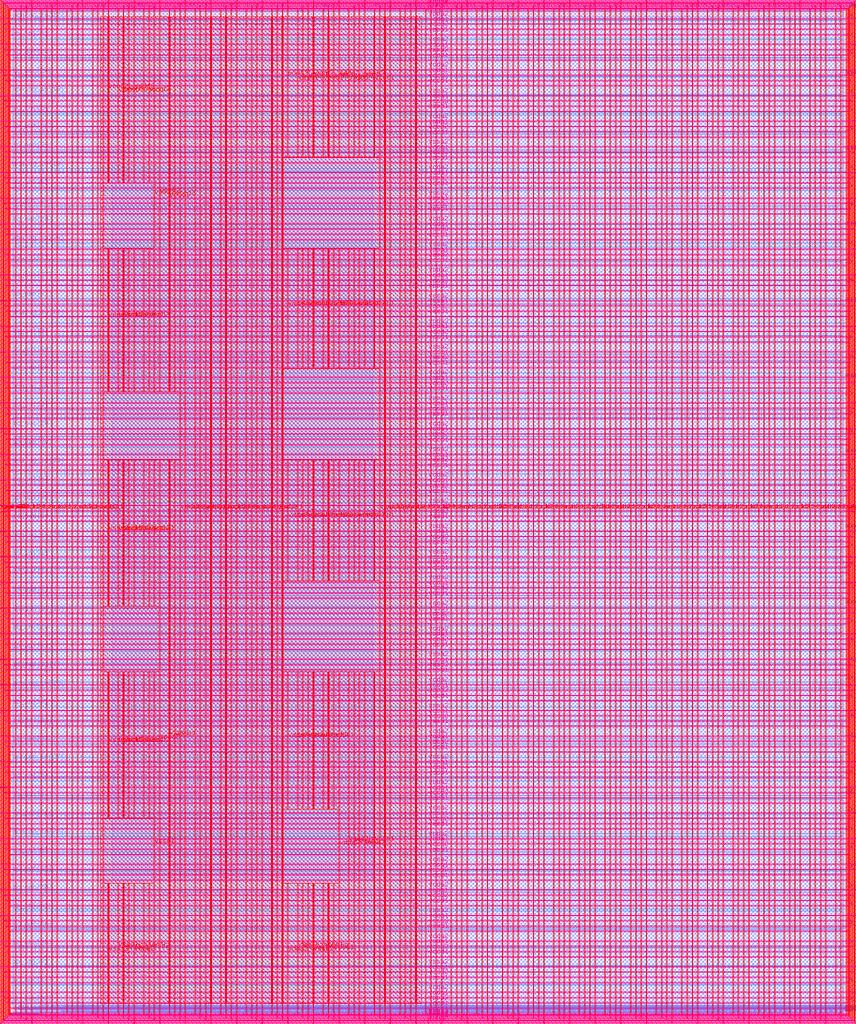
<source format=lef>
VERSION 5.7 ;
  NOWIREEXTENSIONATPIN ON ;
  DIVIDERCHAR "/" ;
  BUSBITCHARS "[]" ;
MACRO user_project_wrapper
  CLASS BLOCK ;
  FOREIGN user_project_wrapper ;
  ORIGIN 0.000 0.000 ;
  SIZE 2920.000 BY 3520.000 ;
  PIN analog_io[0]
    DIRECTION INOUT ;
    USE SIGNAL ;
    PORT
      LAYER met3 ;
        RECT 2917.600 1426.380 2924.800 1427.580 ;
    END
  END analog_io[0]
  PIN analog_io[10]
    DIRECTION INOUT ;
    USE SIGNAL ;
    PORT
      LAYER met2 ;
        RECT 2230.490 3517.600 2231.050 3524.800 ;
    END
  END analog_io[10]
  PIN analog_io[11]
    DIRECTION INOUT ;
    USE SIGNAL ;
    PORT
      LAYER met2 ;
        RECT 1905.730 3517.600 1906.290 3524.800 ;
    END
  END analog_io[11]
  PIN analog_io[12]
    DIRECTION INOUT ;
    USE SIGNAL ;
    PORT
      LAYER met2 ;
        RECT 1581.430 3517.600 1581.990 3524.800 ;
    END
  END analog_io[12]
  PIN analog_io[13]
    DIRECTION INOUT ;
    USE SIGNAL ;
    PORT
      LAYER met2 ;
        RECT 1257.130 3517.600 1257.690 3524.800 ;
    END
  END analog_io[13]
  PIN analog_io[14]
    DIRECTION INOUT ;
    USE SIGNAL ;
    PORT
      LAYER met2 ;
        RECT 932.370 3517.600 932.930 3524.800 ;
    END
  END analog_io[14]
  PIN analog_io[15]
    DIRECTION INOUT ;
    USE SIGNAL ;
    PORT
      LAYER met2 ;
        RECT 608.070 3517.600 608.630 3524.800 ;
    END
  END analog_io[15]
  PIN analog_io[16]
    DIRECTION INOUT ;
    USE SIGNAL ;
    PORT
      LAYER met2 ;
        RECT 283.770 3517.600 284.330 3524.800 ;
    END
  END analog_io[16]
  PIN analog_io[17]
    DIRECTION INOUT ;
    USE SIGNAL ;
    PORT
      LAYER met3 ;
        RECT -4.800 3486.100 2.400 3487.300 ;
    END
  END analog_io[17]
  PIN analog_io[18]
    DIRECTION INOUT ;
    USE SIGNAL ;
    PORT
      LAYER met3 ;
        RECT -4.800 3224.980 2.400 3226.180 ;
    END
  END analog_io[18]
  PIN analog_io[19]
    DIRECTION INOUT ;
    USE SIGNAL ;
    PORT
      LAYER met3 ;
        RECT -4.800 2964.540 2.400 2965.740 ;
    END
  END analog_io[19]
  PIN analog_io[1]
    DIRECTION INOUT ;
    USE SIGNAL ;
    PORT
      LAYER met3 ;
        RECT 2917.600 1692.260 2924.800 1693.460 ;
    END
  END analog_io[1]
  PIN analog_io[20]
    DIRECTION INOUT ;
    USE SIGNAL ;
    PORT
      LAYER met3 ;
        RECT -4.800 2703.420 2.400 2704.620 ;
    END
  END analog_io[20]
  PIN analog_io[21]
    DIRECTION INOUT ;
    USE SIGNAL ;
    PORT
      LAYER met3 ;
        RECT -4.800 2442.980 2.400 2444.180 ;
    END
  END analog_io[21]
  PIN analog_io[22]
    DIRECTION INOUT ;
    USE SIGNAL ;
    PORT
      LAYER met3 ;
        RECT -4.800 2182.540 2.400 2183.740 ;
    END
  END analog_io[22]
  PIN analog_io[23]
    DIRECTION INOUT ;
    USE SIGNAL ;
    PORT
      LAYER met3 ;
        RECT -4.800 1921.420 2.400 1922.620 ;
    END
  END analog_io[23]
  PIN analog_io[24]
    DIRECTION INOUT ;
    USE SIGNAL ;
    PORT
      LAYER met3 ;
        RECT -4.800 1660.980 2.400 1662.180 ;
    END
  END analog_io[24]
  PIN analog_io[25]
    DIRECTION INOUT ;
    USE SIGNAL ;
    PORT
      LAYER met3 ;
        RECT -4.800 1399.860 2.400 1401.060 ;
    END
  END analog_io[25]
  PIN analog_io[26]
    DIRECTION INOUT ;
    USE SIGNAL ;
    PORT
      LAYER met3 ;
        RECT -4.800 1139.420 2.400 1140.620 ;
    END
  END analog_io[26]
  PIN analog_io[27]
    DIRECTION INOUT ;
    USE SIGNAL ;
    PORT
      LAYER met3 ;
        RECT -4.800 878.980 2.400 880.180 ;
    END
  END analog_io[27]
  PIN analog_io[28]
    DIRECTION INOUT ;
    USE SIGNAL ;
    PORT
      LAYER met3 ;
        RECT -4.800 617.860 2.400 619.060 ;
    END
  END analog_io[28]
  PIN analog_io[2]
    DIRECTION INOUT ;
    USE SIGNAL ;
    PORT
      LAYER met3 ;
        RECT 2917.600 1958.140 2924.800 1959.340 ;
    END
  END analog_io[2]
  PIN analog_io[3]
    DIRECTION INOUT ;
    USE SIGNAL ;
    PORT
      LAYER met3 ;
        RECT 2917.600 2223.340 2924.800 2224.540 ;
    END
  END analog_io[3]
  PIN analog_io[4]
    DIRECTION INOUT ;
    USE SIGNAL ;
    PORT
      LAYER met3 ;
        RECT 2917.600 2489.220 2924.800 2490.420 ;
    END
  END analog_io[4]
  PIN analog_io[5]
    DIRECTION INOUT ;
    USE SIGNAL ;
    PORT
      LAYER met3 ;
        RECT 2917.600 2755.100 2924.800 2756.300 ;
    END
  END analog_io[5]
  PIN analog_io[6]
    DIRECTION INOUT ;
    USE SIGNAL ;
    PORT
      LAYER met3 ;
        RECT 2917.600 3020.300 2924.800 3021.500 ;
    END
  END analog_io[6]
  PIN analog_io[7]
    DIRECTION INOUT ;
    USE SIGNAL ;
    PORT
      LAYER met3 ;
        RECT 2917.600 3286.180 2924.800 3287.380 ;
    END
  END analog_io[7]
  PIN analog_io[8]
    DIRECTION INOUT ;
    USE SIGNAL ;
    PORT
      LAYER met2 ;
        RECT 2879.090 3517.600 2879.650 3524.800 ;
    END
  END analog_io[8]
  PIN analog_io[9]
    DIRECTION INOUT ;
    USE SIGNAL ;
    PORT
      LAYER met2 ;
        RECT 2554.790 3517.600 2555.350 3524.800 ;
    END
  END analog_io[9]
  PIN io_in[0]
    DIRECTION INPUT ;
    USE SIGNAL ;
    PORT
      LAYER met3 ;
        RECT 2917.600 32.380 2924.800 33.580 ;
    END
  END io_in[0]
  PIN io_in[10]
    DIRECTION INPUT ;
    USE SIGNAL ;
    PORT
      LAYER met3 ;
        RECT 2917.600 2289.980 2924.800 2291.180 ;
    END
  END io_in[10]
  PIN io_in[11]
    DIRECTION INPUT ;
    USE SIGNAL ;
    PORT
      LAYER met3 ;
        RECT 2917.600 2555.860 2924.800 2557.060 ;
    END
  END io_in[11]
  PIN io_in[12]
    DIRECTION INPUT ;
    USE SIGNAL ;
    PORT
      LAYER met3 ;
        RECT 2917.600 2821.060 2924.800 2822.260 ;
    END
  END io_in[12]
  PIN io_in[13]
    DIRECTION INPUT ;
    USE SIGNAL ;
    PORT
      LAYER met3 ;
        RECT 2917.600 3086.940 2924.800 3088.140 ;
    END
  END io_in[13]
  PIN io_in[14]
    DIRECTION INPUT ;
    USE SIGNAL ;
    PORT
      LAYER met3 ;
        RECT 2917.600 3352.820 2924.800 3354.020 ;
    END
  END io_in[14]
  PIN io_in[15]
    DIRECTION INPUT ;
    USE SIGNAL ;
    PORT
      LAYER met2 ;
        RECT 2798.130 3517.600 2798.690 3524.800 ;
    END
  END io_in[15]
  PIN io_in[16]
    DIRECTION INPUT ;
    USE SIGNAL ;
    PORT
      LAYER met2 ;
        RECT 2473.830 3517.600 2474.390 3524.800 ;
    END
  END io_in[16]
  PIN io_in[17]
    DIRECTION INPUT ;
    USE SIGNAL ;
    PORT
      LAYER met2 ;
        RECT 2149.070 3517.600 2149.630 3524.800 ;
    END
  END io_in[17]
  PIN io_in[18]
    DIRECTION INPUT ;
    USE SIGNAL ;
    PORT
      LAYER met2 ;
        RECT 1824.770 3517.600 1825.330 3524.800 ;
    END
  END io_in[18]
  PIN io_in[19]
    DIRECTION INPUT ;
    USE SIGNAL ;
    PORT
      LAYER met2 ;
        RECT 1500.470 3517.600 1501.030 3524.800 ;
    END
  END io_in[19]
  PIN io_in[1]
    DIRECTION INPUT ;
    USE SIGNAL ;
    PORT
      LAYER met3 ;
        RECT 2917.600 230.940 2924.800 232.140 ;
    END
  END io_in[1]
  PIN io_in[20]
    DIRECTION INPUT ;
    USE SIGNAL ;
    PORT
      LAYER met2 ;
        RECT 1175.710 3517.600 1176.270 3524.800 ;
    END
  END io_in[20]
  PIN io_in[21]
    DIRECTION INPUT ;
    USE SIGNAL ;
    PORT
      LAYER met2 ;
        RECT 851.410 3517.600 851.970 3524.800 ;
    END
  END io_in[21]
  PIN io_in[22]
    DIRECTION INPUT ;
    USE SIGNAL ;
    PORT
      LAYER met2 ;
        RECT 527.110 3517.600 527.670 3524.800 ;
    END
  END io_in[22]
  PIN io_in[23]
    DIRECTION INPUT ;
    USE SIGNAL ;
    PORT
      LAYER met2 ;
        RECT 202.350 3517.600 202.910 3524.800 ;
    END
  END io_in[23]
  PIN io_in[24]
    DIRECTION INPUT ;
    USE SIGNAL ;
    PORT
      LAYER met3 ;
        RECT -4.800 3420.820 2.400 3422.020 ;
    END
  END io_in[24]
  PIN io_in[25]
    DIRECTION INPUT ;
    USE SIGNAL ;
    PORT
      LAYER met3 ;
        RECT -4.800 3159.700 2.400 3160.900 ;
    END
  END io_in[25]
  PIN io_in[26]
    DIRECTION INPUT ;
    USE SIGNAL ;
    PORT
      LAYER met3 ;
        RECT -4.800 2899.260 2.400 2900.460 ;
    END
  END io_in[26]
  PIN io_in[27]
    DIRECTION INPUT ;
    USE SIGNAL ;
    PORT
      LAYER met3 ;
        RECT -4.800 2638.820 2.400 2640.020 ;
    END
  END io_in[27]
  PIN io_in[28]
    DIRECTION INPUT ;
    USE SIGNAL ;
    PORT
      LAYER met3 ;
        RECT -4.800 2377.700 2.400 2378.900 ;
    END
  END io_in[28]
  PIN io_in[29]
    DIRECTION INPUT ;
    USE SIGNAL ;
    PORT
      LAYER met3 ;
        RECT -4.800 2117.260 2.400 2118.460 ;
    END
  END io_in[29]
  PIN io_in[2]
    DIRECTION INPUT ;
    USE SIGNAL ;
    PORT
      LAYER met3 ;
        RECT 2917.600 430.180 2924.800 431.380 ;
    END
  END io_in[2]
  PIN io_in[30]
    DIRECTION INPUT ;
    USE SIGNAL ;
    PORT
      LAYER met3 ;
        RECT -4.800 1856.140 2.400 1857.340 ;
    END
  END io_in[30]
  PIN io_in[31]
    DIRECTION INPUT ;
    USE SIGNAL ;
    PORT
      LAYER met3 ;
        RECT -4.800 1595.700 2.400 1596.900 ;
    END
  END io_in[31]
  PIN io_in[32]
    DIRECTION INPUT ;
    USE SIGNAL ;
    PORT
      LAYER met3 ;
        RECT -4.800 1335.260 2.400 1336.460 ;
    END
  END io_in[32]
  PIN io_in[33]
    DIRECTION INPUT ;
    USE SIGNAL ;
    PORT
      LAYER met3 ;
        RECT -4.800 1074.140 2.400 1075.340 ;
    END
  END io_in[33]
  PIN io_in[34]
    DIRECTION INPUT ;
    USE SIGNAL ;
    PORT
      LAYER met3 ;
        RECT -4.800 813.700 2.400 814.900 ;
    END
  END io_in[34]
  PIN io_in[35]
    DIRECTION INPUT ;
    USE SIGNAL ;
    PORT
      LAYER met3 ;
        RECT -4.800 552.580 2.400 553.780 ;
    END
  END io_in[35]
  PIN io_in[36]
    DIRECTION INPUT ;
    USE SIGNAL ;
    PORT
      LAYER met3 ;
        RECT -4.800 357.420 2.400 358.620 ;
    END
  END io_in[36]
  PIN io_in[37]
    DIRECTION INPUT ;
    USE SIGNAL ;
    PORT
      LAYER met3 ;
        RECT -4.800 161.580 2.400 162.780 ;
    END
  END io_in[37]
  PIN io_in[3]
    DIRECTION INPUT ;
    USE SIGNAL ;
    PORT
      LAYER met3 ;
        RECT 2917.600 629.420 2924.800 630.620 ;
    END
  END io_in[3]
  PIN io_in[4]
    DIRECTION INPUT ;
    USE SIGNAL ;
    PORT
      LAYER met3 ;
        RECT 2917.600 828.660 2924.800 829.860 ;
    END
  END io_in[4]
  PIN io_in[5]
    DIRECTION INPUT ;
    USE SIGNAL ;
    PORT
      LAYER met3 ;
        RECT 2917.600 1027.900 2924.800 1029.100 ;
    END
  END io_in[5]
  PIN io_in[6]
    DIRECTION INPUT ;
    USE SIGNAL ;
    PORT
      LAYER met3 ;
        RECT 2917.600 1227.140 2924.800 1228.340 ;
    END
  END io_in[6]
  PIN io_in[7]
    DIRECTION INPUT ;
    USE SIGNAL ;
    PORT
      LAYER met3 ;
        RECT 2917.600 1493.020 2924.800 1494.220 ;
    END
  END io_in[7]
  PIN io_in[8]
    DIRECTION INPUT ;
    USE SIGNAL ;
    PORT
      LAYER met3 ;
        RECT 2917.600 1758.900 2924.800 1760.100 ;
    END
  END io_in[8]
  PIN io_in[9]
    DIRECTION INPUT ;
    USE SIGNAL ;
    PORT
      LAYER met3 ;
        RECT 2917.600 2024.100 2924.800 2025.300 ;
    END
  END io_in[9]
  PIN io_oeb[0]
    DIRECTION OUTPUT TRISTATE ;
    USE SIGNAL ;
    PORT
      LAYER met3 ;
        RECT 2917.600 164.980 2924.800 166.180 ;
    END
  END io_oeb[0]
  PIN io_oeb[10]
    DIRECTION OUTPUT TRISTATE ;
    USE SIGNAL ;
    PORT
      LAYER met3 ;
        RECT 2917.600 2422.580 2924.800 2423.780 ;
    END
  END io_oeb[10]
  PIN io_oeb[11]
    DIRECTION OUTPUT TRISTATE ;
    USE SIGNAL ;
    PORT
      LAYER met3 ;
        RECT 2917.600 2688.460 2924.800 2689.660 ;
    END
  END io_oeb[11]
  PIN io_oeb[12]
    DIRECTION OUTPUT TRISTATE ;
    USE SIGNAL ;
    PORT
      LAYER met3 ;
        RECT 2917.600 2954.340 2924.800 2955.540 ;
    END
  END io_oeb[12]
  PIN io_oeb[13]
    DIRECTION OUTPUT TRISTATE ;
    USE SIGNAL ;
    PORT
      LAYER met3 ;
        RECT 2917.600 3219.540 2924.800 3220.740 ;
    END
  END io_oeb[13]
  PIN io_oeb[14]
    DIRECTION OUTPUT TRISTATE ;
    USE SIGNAL ;
    PORT
      LAYER met3 ;
        RECT 2917.600 3485.420 2924.800 3486.620 ;
    END
  END io_oeb[14]
  PIN io_oeb[15]
    DIRECTION OUTPUT TRISTATE ;
    USE SIGNAL ;
    PORT
      LAYER met2 ;
        RECT 2635.750 3517.600 2636.310 3524.800 ;
    END
  END io_oeb[15]
  PIN io_oeb[16]
    DIRECTION OUTPUT TRISTATE ;
    USE SIGNAL ;
    PORT
      LAYER met2 ;
        RECT 2311.450 3517.600 2312.010 3524.800 ;
    END
  END io_oeb[16]
  PIN io_oeb[17]
    DIRECTION OUTPUT TRISTATE ;
    USE SIGNAL ;
    PORT
      LAYER met2 ;
        RECT 1987.150 3517.600 1987.710 3524.800 ;
    END
  END io_oeb[17]
  PIN io_oeb[18]
    DIRECTION OUTPUT TRISTATE ;
    USE SIGNAL ;
    PORT
      LAYER met2 ;
        RECT 1662.390 3517.600 1662.950 3524.800 ;
    END
  END io_oeb[18]
  PIN io_oeb[19]
    DIRECTION OUTPUT TRISTATE ;
    USE SIGNAL ;
    PORT
      LAYER met2 ;
        RECT 1338.090 3517.600 1338.650 3524.800 ;
    END
  END io_oeb[19]
  PIN io_oeb[1]
    DIRECTION OUTPUT TRISTATE ;
    USE SIGNAL ;
    PORT
      LAYER met3 ;
        RECT 2917.600 364.220 2924.800 365.420 ;
    END
  END io_oeb[1]
  PIN io_oeb[20]
    DIRECTION OUTPUT TRISTATE ;
    USE SIGNAL ;
    PORT
      LAYER met2 ;
        RECT 1013.790 3517.600 1014.350 3524.800 ;
    END
  END io_oeb[20]
  PIN io_oeb[21]
    DIRECTION OUTPUT TRISTATE ;
    USE SIGNAL ;
    PORT
      LAYER met2 ;
        RECT 689.030 3517.600 689.590 3524.800 ;
    END
  END io_oeb[21]
  PIN io_oeb[22]
    DIRECTION OUTPUT TRISTATE ;
    USE SIGNAL ;
    PORT
      LAYER met2 ;
        RECT 364.730 3517.600 365.290 3524.800 ;
    END
  END io_oeb[22]
  PIN io_oeb[23]
    DIRECTION OUTPUT TRISTATE ;
    USE SIGNAL ;
    PORT
      LAYER met2 ;
        RECT 40.430 3517.600 40.990 3524.800 ;
    END
  END io_oeb[23]
  PIN io_oeb[24]
    DIRECTION OUTPUT TRISTATE ;
    USE SIGNAL ;
    PORT
      LAYER met3 ;
        RECT -4.800 3290.260 2.400 3291.460 ;
    END
  END io_oeb[24]
  PIN io_oeb[25]
    DIRECTION OUTPUT TRISTATE ;
    USE SIGNAL ;
    PORT
      LAYER met3 ;
        RECT -4.800 3029.820 2.400 3031.020 ;
    END
  END io_oeb[25]
  PIN io_oeb[26]
    DIRECTION OUTPUT TRISTATE ;
    USE SIGNAL ;
    PORT
      LAYER met3 ;
        RECT -4.800 2768.700 2.400 2769.900 ;
    END
  END io_oeb[26]
  PIN io_oeb[27]
    DIRECTION OUTPUT TRISTATE ;
    USE SIGNAL ;
    PORT
      LAYER met3 ;
        RECT -4.800 2508.260 2.400 2509.460 ;
    END
  END io_oeb[27]
  PIN io_oeb[28]
    DIRECTION OUTPUT TRISTATE ;
    USE SIGNAL ;
    PORT
      LAYER met3 ;
        RECT -4.800 2247.140 2.400 2248.340 ;
    END
  END io_oeb[28]
  PIN io_oeb[29]
    DIRECTION OUTPUT TRISTATE ;
    USE SIGNAL ;
    PORT
      LAYER met3 ;
        RECT -4.800 1986.700 2.400 1987.900 ;
    END
  END io_oeb[29]
  PIN io_oeb[2]
    DIRECTION OUTPUT TRISTATE ;
    USE SIGNAL ;
    PORT
      LAYER met3 ;
        RECT 2917.600 563.460 2924.800 564.660 ;
    END
  END io_oeb[2]
  PIN io_oeb[30]
    DIRECTION OUTPUT TRISTATE ;
    USE SIGNAL ;
    PORT
      LAYER met3 ;
        RECT -4.800 1726.260 2.400 1727.460 ;
    END
  END io_oeb[30]
  PIN io_oeb[31]
    DIRECTION OUTPUT TRISTATE ;
    USE SIGNAL ;
    PORT
      LAYER met3 ;
        RECT -4.800 1465.140 2.400 1466.340 ;
    END
  END io_oeb[31]
  PIN io_oeb[32]
    DIRECTION OUTPUT TRISTATE ;
    USE SIGNAL ;
    PORT
      LAYER met3 ;
        RECT -4.800 1204.700 2.400 1205.900 ;
    END
  END io_oeb[32]
  PIN io_oeb[33]
    DIRECTION OUTPUT TRISTATE ;
    USE SIGNAL ;
    PORT
      LAYER met3 ;
        RECT -4.800 943.580 2.400 944.780 ;
    END
  END io_oeb[33]
  PIN io_oeb[34]
    DIRECTION OUTPUT TRISTATE ;
    USE SIGNAL ;
    PORT
      LAYER met3 ;
        RECT -4.800 683.140 2.400 684.340 ;
    END
  END io_oeb[34]
  PIN io_oeb[35]
    DIRECTION OUTPUT TRISTATE ;
    USE SIGNAL ;
    PORT
      LAYER met3 ;
        RECT -4.800 422.700 2.400 423.900 ;
    END
  END io_oeb[35]
  PIN io_oeb[36]
    DIRECTION OUTPUT TRISTATE ;
    USE SIGNAL ;
    PORT
      LAYER met3 ;
        RECT -4.800 226.860 2.400 228.060 ;
    END
  END io_oeb[36]
  PIN io_oeb[37]
    DIRECTION OUTPUT TRISTATE ;
    USE SIGNAL ;
    PORT
      LAYER met3 ;
        RECT -4.800 31.700 2.400 32.900 ;
    END
  END io_oeb[37]
  PIN io_oeb[3]
    DIRECTION OUTPUT TRISTATE ;
    USE SIGNAL ;
    PORT
      LAYER met3 ;
        RECT 2917.600 762.700 2924.800 763.900 ;
    END
  END io_oeb[3]
  PIN io_oeb[4]
    DIRECTION OUTPUT TRISTATE ;
    USE SIGNAL ;
    PORT
      LAYER met3 ;
        RECT 2917.600 961.940 2924.800 963.140 ;
    END
  END io_oeb[4]
  PIN io_oeb[5]
    DIRECTION OUTPUT TRISTATE ;
    USE SIGNAL ;
    PORT
      LAYER met3 ;
        RECT 2917.600 1161.180 2924.800 1162.380 ;
    END
  END io_oeb[5]
  PIN io_oeb[6]
    DIRECTION OUTPUT TRISTATE ;
    USE SIGNAL ;
    PORT
      LAYER met3 ;
        RECT 2917.600 1360.420 2924.800 1361.620 ;
    END
  END io_oeb[6]
  PIN io_oeb[7]
    DIRECTION OUTPUT TRISTATE ;
    USE SIGNAL ;
    PORT
      LAYER met3 ;
        RECT 2917.600 1625.620 2924.800 1626.820 ;
    END
  END io_oeb[7]
  PIN io_oeb[8]
    DIRECTION OUTPUT TRISTATE ;
    USE SIGNAL ;
    PORT
      LAYER met3 ;
        RECT 2917.600 1891.500 2924.800 1892.700 ;
    END
  END io_oeb[8]
  PIN io_oeb[9]
    DIRECTION OUTPUT TRISTATE ;
    USE SIGNAL ;
    PORT
      LAYER met3 ;
        RECT 2917.600 2157.380 2924.800 2158.580 ;
    END
  END io_oeb[9]
  PIN io_out[0]
    DIRECTION OUTPUT TRISTATE ;
    USE SIGNAL ;
    PORT
      LAYER met3 ;
        RECT 2917.600 98.340 2924.800 99.540 ;
    END
  END io_out[0]
  PIN io_out[10]
    DIRECTION OUTPUT TRISTATE ;
    USE SIGNAL ;
    PORT
      LAYER met3 ;
        RECT 2917.600 2356.620 2924.800 2357.820 ;
    END
  END io_out[10]
  PIN io_out[11]
    DIRECTION OUTPUT TRISTATE ;
    USE SIGNAL ;
    PORT
      LAYER met3 ;
        RECT 2917.600 2621.820 2924.800 2623.020 ;
    END
  END io_out[11]
  PIN io_out[12]
    DIRECTION OUTPUT TRISTATE ;
    USE SIGNAL ;
    PORT
      LAYER met3 ;
        RECT 2917.600 2887.700 2924.800 2888.900 ;
    END
  END io_out[12]
  PIN io_out[13]
    DIRECTION OUTPUT TRISTATE ;
    USE SIGNAL ;
    PORT
      LAYER met3 ;
        RECT 2917.600 3153.580 2924.800 3154.780 ;
    END
  END io_out[13]
  PIN io_out[14]
    DIRECTION OUTPUT TRISTATE ;
    USE SIGNAL ;
    PORT
      LAYER met3 ;
        RECT 2917.600 3418.780 2924.800 3419.980 ;
    END
  END io_out[14]
  PIN io_out[15]
    DIRECTION OUTPUT TRISTATE ;
    USE SIGNAL ;
    PORT
      LAYER met2 ;
        RECT 2717.170 3517.600 2717.730 3524.800 ;
    END
  END io_out[15]
  PIN io_out[16]
    DIRECTION OUTPUT TRISTATE ;
    USE SIGNAL ;
    PORT
      LAYER met2 ;
        RECT 2392.410 3517.600 2392.970 3524.800 ;
    END
  END io_out[16]
  PIN io_out[17]
    DIRECTION OUTPUT TRISTATE ;
    USE SIGNAL ;
    PORT
      LAYER met2 ;
        RECT 2068.110 3517.600 2068.670 3524.800 ;
    END
  END io_out[17]
  PIN io_out[18]
    DIRECTION OUTPUT TRISTATE ;
    USE SIGNAL ;
    PORT
      LAYER met2 ;
        RECT 1743.810 3517.600 1744.370 3524.800 ;
    END
  END io_out[18]
  PIN io_out[19]
    DIRECTION OUTPUT TRISTATE ;
    USE SIGNAL ;
    PORT
      LAYER met2 ;
        RECT 1419.050 3517.600 1419.610 3524.800 ;
    END
  END io_out[19]
  PIN io_out[1]
    DIRECTION OUTPUT TRISTATE ;
    USE SIGNAL ;
    PORT
      LAYER met3 ;
        RECT 2917.600 297.580 2924.800 298.780 ;
    END
  END io_out[1]
  PIN io_out[20]
    DIRECTION OUTPUT TRISTATE ;
    USE SIGNAL ;
    PORT
      LAYER met2 ;
        RECT 1094.750 3517.600 1095.310 3524.800 ;
    END
  END io_out[20]
  PIN io_out[21]
    DIRECTION OUTPUT TRISTATE ;
    USE SIGNAL ;
    PORT
      LAYER met2 ;
        RECT 770.450 3517.600 771.010 3524.800 ;
    END
  END io_out[21]
  PIN io_out[22]
    DIRECTION OUTPUT TRISTATE ;
    USE SIGNAL ;
    PORT
      LAYER met2 ;
        RECT 445.690 3517.600 446.250 3524.800 ;
    END
  END io_out[22]
  PIN io_out[23]
    DIRECTION OUTPUT TRISTATE ;
    USE SIGNAL ;
    PORT
      LAYER met2 ;
        RECT 121.390 3517.600 121.950 3524.800 ;
    END
  END io_out[23]
  PIN io_out[24]
    DIRECTION OUTPUT TRISTATE ;
    USE SIGNAL ;
    PORT
      LAYER met3 ;
        RECT -4.800 3355.540 2.400 3356.740 ;
    END
  END io_out[24]
  PIN io_out[25]
    DIRECTION OUTPUT TRISTATE ;
    USE SIGNAL ;
    PORT
      LAYER met3 ;
        RECT -4.800 3095.100 2.400 3096.300 ;
    END
  END io_out[25]
  PIN io_out[26]
    DIRECTION OUTPUT TRISTATE ;
    USE SIGNAL ;
    PORT
      LAYER met3 ;
        RECT -4.800 2833.980 2.400 2835.180 ;
    END
  END io_out[26]
  PIN io_out[27]
    DIRECTION OUTPUT TRISTATE ;
    USE SIGNAL ;
    PORT
      LAYER met3 ;
        RECT -4.800 2573.540 2.400 2574.740 ;
    END
  END io_out[27]
  PIN io_out[28]
    DIRECTION OUTPUT TRISTATE ;
    USE SIGNAL ;
    PORT
      LAYER met3 ;
        RECT -4.800 2312.420 2.400 2313.620 ;
    END
  END io_out[28]
  PIN io_out[29]
    DIRECTION OUTPUT TRISTATE ;
    USE SIGNAL ;
    PORT
      LAYER met3 ;
        RECT -4.800 2051.980 2.400 2053.180 ;
    END
  END io_out[29]
  PIN io_out[2]
    DIRECTION OUTPUT TRISTATE ;
    USE SIGNAL ;
    PORT
      LAYER met3 ;
        RECT 2917.600 496.820 2924.800 498.020 ;
    END
  END io_out[2]
  PIN io_out[30]
    DIRECTION OUTPUT TRISTATE ;
    USE SIGNAL ;
    PORT
      LAYER met3 ;
        RECT -4.800 1791.540 2.400 1792.740 ;
    END
  END io_out[30]
  PIN io_out[31]
    DIRECTION OUTPUT TRISTATE ;
    USE SIGNAL ;
    PORT
      LAYER met3 ;
        RECT -4.800 1530.420 2.400 1531.620 ;
    END
  END io_out[31]
  PIN io_out[32]
    DIRECTION OUTPUT TRISTATE ;
    USE SIGNAL ;
    PORT
      LAYER met3 ;
        RECT -4.800 1269.980 2.400 1271.180 ;
    END
  END io_out[32]
  PIN io_out[33]
    DIRECTION OUTPUT TRISTATE ;
    USE SIGNAL ;
    PORT
      LAYER met3 ;
        RECT -4.800 1008.860 2.400 1010.060 ;
    END
  END io_out[33]
  PIN io_out[34]
    DIRECTION OUTPUT TRISTATE ;
    USE SIGNAL ;
    PORT
      LAYER met3 ;
        RECT -4.800 748.420 2.400 749.620 ;
    END
  END io_out[34]
  PIN io_out[35]
    DIRECTION OUTPUT TRISTATE ;
    USE SIGNAL ;
    PORT
      LAYER met3 ;
        RECT -4.800 487.300 2.400 488.500 ;
    END
  END io_out[35]
  PIN io_out[36]
    DIRECTION OUTPUT TRISTATE ;
    USE SIGNAL ;
    PORT
      LAYER met3 ;
        RECT -4.800 292.140 2.400 293.340 ;
    END
  END io_out[36]
  PIN io_out[37]
    DIRECTION OUTPUT TRISTATE ;
    USE SIGNAL ;
    PORT
      LAYER met3 ;
        RECT -4.800 96.300 2.400 97.500 ;
    END
  END io_out[37]
  PIN io_out[3]
    DIRECTION OUTPUT TRISTATE ;
    USE SIGNAL ;
    PORT
      LAYER met3 ;
        RECT 2917.600 696.060 2924.800 697.260 ;
    END
  END io_out[3]
  PIN io_out[4]
    DIRECTION OUTPUT TRISTATE ;
    USE SIGNAL ;
    PORT
      LAYER met3 ;
        RECT 2917.600 895.300 2924.800 896.500 ;
    END
  END io_out[4]
  PIN io_out[5]
    DIRECTION OUTPUT TRISTATE ;
    USE SIGNAL ;
    PORT
      LAYER met3 ;
        RECT 2917.600 1094.540 2924.800 1095.740 ;
    END
  END io_out[5]
  PIN io_out[6]
    DIRECTION OUTPUT TRISTATE ;
    USE SIGNAL ;
    PORT
      LAYER met3 ;
        RECT 2917.600 1293.780 2924.800 1294.980 ;
    END
  END io_out[6]
  PIN io_out[7]
    DIRECTION OUTPUT TRISTATE ;
    USE SIGNAL ;
    PORT
      LAYER met3 ;
        RECT 2917.600 1559.660 2924.800 1560.860 ;
    END
  END io_out[7]
  PIN io_out[8]
    DIRECTION OUTPUT TRISTATE ;
    USE SIGNAL ;
    PORT
      LAYER met3 ;
        RECT 2917.600 1824.860 2924.800 1826.060 ;
    END
  END io_out[8]
  PIN io_out[9]
    DIRECTION OUTPUT TRISTATE ;
    USE SIGNAL ;
    PORT
      LAYER met3 ;
        RECT 2917.600 2090.740 2924.800 2091.940 ;
    END
  END io_out[9]
  PIN la_data_in[0]
    DIRECTION INPUT ;
    USE SIGNAL ;
    PORT
      LAYER met2 ;
        RECT 629.230 -4.800 629.790 2.400 ;
    END
  END la_data_in[0]
  PIN la_data_in[100]
    DIRECTION INPUT ;
    USE SIGNAL ;
    PORT
      LAYER met2 ;
        RECT 2402.530 -4.800 2403.090 2.400 ;
    END
  END la_data_in[100]
  PIN la_data_in[101]
    DIRECTION INPUT ;
    USE SIGNAL ;
    PORT
      LAYER met2 ;
        RECT 2420.010 -4.800 2420.570 2.400 ;
    END
  END la_data_in[101]
  PIN la_data_in[102]
    DIRECTION INPUT ;
    USE SIGNAL ;
    PORT
      LAYER met2 ;
        RECT 2437.950 -4.800 2438.510 2.400 ;
    END
  END la_data_in[102]
  PIN la_data_in[103]
    DIRECTION INPUT ;
    USE SIGNAL ;
    PORT
      LAYER met2 ;
        RECT 2455.430 -4.800 2455.990 2.400 ;
    END
  END la_data_in[103]
  PIN la_data_in[104]
    DIRECTION INPUT ;
    USE SIGNAL ;
    PORT
      LAYER met2 ;
        RECT 2473.370 -4.800 2473.930 2.400 ;
    END
  END la_data_in[104]
  PIN la_data_in[105]
    DIRECTION INPUT ;
    USE SIGNAL ;
    PORT
      LAYER met2 ;
        RECT 2490.850 -4.800 2491.410 2.400 ;
    END
  END la_data_in[105]
  PIN la_data_in[106]
    DIRECTION INPUT ;
    USE SIGNAL ;
    PORT
      LAYER met2 ;
        RECT 2508.790 -4.800 2509.350 2.400 ;
    END
  END la_data_in[106]
  PIN la_data_in[107]
    DIRECTION INPUT ;
    USE SIGNAL ;
    PORT
      LAYER met2 ;
        RECT 2526.730 -4.800 2527.290 2.400 ;
    END
  END la_data_in[107]
  PIN la_data_in[108]
    DIRECTION INPUT ;
    USE SIGNAL ;
    PORT
      LAYER met2 ;
        RECT 2544.210 -4.800 2544.770 2.400 ;
    END
  END la_data_in[108]
  PIN la_data_in[109]
    DIRECTION INPUT ;
    USE SIGNAL ;
    PORT
      LAYER met2 ;
        RECT 2562.150 -4.800 2562.710 2.400 ;
    END
  END la_data_in[109]
  PIN la_data_in[10]
    DIRECTION INPUT ;
    USE SIGNAL ;
    PORT
      LAYER met2 ;
        RECT 806.330 -4.800 806.890 2.400 ;
    END
  END la_data_in[10]
  PIN la_data_in[110]
    DIRECTION INPUT ;
    USE SIGNAL ;
    PORT
      LAYER met2 ;
        RECT 2579.630 -4.800 2580.190 2.400 ;
    END
  END la_data_in[110]
  PIN la_data_in[111]
    DIRECTION INPUT ;
    USE SIGNAL ;
    PORT
      LAYER met2 ;
        RECT 2597.570 -4.800 2598.130 2.400 ;
    END
  END la_data_in[111]
  PIN la_data_in[112]
    DIRECTION INPUT ;
    USE SIGNAL ;
    PORT
      LAYER met2 ;
        RECT 2615.050 -4.800 2615.610 2.400 ;
    END
  END la_data_in[112]
  PIN la_data_in[113]
    DIRECTION INPUT ;
    USE SIGNAL ;
    PORT
      LAYER met2 ;
        RECT 2632.990 -4.800 2633.550 2.400 ;
    END
  END la_data_in[113]
  PIN la_data_in[114]
    DIRECTION INPUT ;
    USE SIGNAL ;
    PORT
      LAYER met2 ;
        RECT 2650.470 -4.800 2651.030 2.400 ;
    END
  END la_data_in[114]
  PIN la_data_in[115]
    DIRECTION INPUT ;
    USE SIGNAL ;
    PORT
      LAYER met2 ;
        RECT 2668.410 -4.800 2668.970 2.400 ;
    END
  END la_data_in[115]
  PIN la_data_in[116]
    DIRECTION INPUT ;
    USE SIGNAL ;
    PORT
      LAYER met2 ;
        RECT 2685.890 -4.800 2686.450 2.400 ;
    END
  END la_data_in[116]
  PIN la_data_in[117]
    DIRECTION INPUT ;
    USE SIGNAL ;
    PORT
      LAYER met2 ;
        RECT 2703.830 -4.800 2704.390 2.400 ;
    END
  END la_data_in[117]
  PIN la_data_in[118]
    DIRECTION INPUT ;
    USE SIGNAL ;
    PORT
      LAYER met2 ;
        RECT 2721.770 -4.800 2722.330 2.400 ;
    END
  END la_data_in[118]
  PIN la_data_in[119]
    DIRECTION INPUT ;
    USE SIGNAL ;
    PORT
      LAYER met2 ;
        RECT 2739.250 -4.800 2739.810 2.400 ;
    END
  END la_data_in[119]
  PIN la_data_in[11]
    DIRECTION INPUT ;
    USE SIGNAL ;
    PORT
      LAYER met2 ;
        RECT 824.270 -4.800 824.830 2.400 ;
    END
  END la_data_in[11]
  PIN la_data_in[120]
    DIRECTION INPUT ;
    USE SIGNAL ;
    PORT
      LAYER met2 ;
        RECT 2757.190 -4.800 2757.750 2.400 ;
    END
  END la_data_in[120]
  PIN la_data_in[121]
    DIRECTION INPUT ;
    USE SIGNAL ;
    PORT
      LAYER met2 ;
        RECT 2774.670 -4.800 2775.230 2.400 ;
    END
  END la_data_in[121]
  PIN la_data_in[122]
    DIRECTION INPUT ;
    USE SIGNAL ;
    PORT
      LAYER met2 ;
        RECT 2792.610 -4.800 2793.170 2.400 ;
    END
  END la_data_in[122]
  PIN la_data_in[123]
    DIRECTION INPUT ;
    USE SIGNAL ;
    PORT
      LAYER met2 ;
        RECT 2810.090 -4.800 2810.650 2.400 ;
    END
  END la_data_in[123]
  PIN la_data_in[124]
    DIRECTION INPUT ;
    USE SIGNAL ;
    PORT
      LAYER met2 ;
        RECT 2828.030 -4.800 2828.590 2.400 ;
    END
  END la_data_in[124]
  PIN la_data_in[125]
    DIRECTION INPUT ;
    USE SIGNAL ;
    PORT
      LAYER met2 ;
        RECT 2845.510 -4.800 2846.070 2.400 ;
    END
  END la_data_in[125]
  PIN la_data_in[126]
    DIRECTION INPUT ;
    USE SIGNAL ;
    PORT
      LAYER met2 ;
        RECT 2863.450 -4.800 2864.010 2.400 ;
    END
  END la_data_in[126]
  PIN la_data_in[127]
    DIRECTION INPUT ;
    USE SIGNAL ;
    PORT
      LAYER met2 ;
        RECT 2881.390 -4.800 2881.950 2.400 ;
    END
  END la_data_in[127]
  PIN la_data_in[12]
    DIRECTION INPUT ;
    USE SIGNAL ;
    PORT
      LAYER met2 ;
        RECT 841.750 -4.800 842.310 2.400 ;
    END
  END la_data_in[12]
  PIN la_data_in[13]
    DIRECTION INPUT ;
    USE SIGNAL ;
    PORT
      LAYER met2 ;
        RECT 859.690 -4.800 860.250 2.400 ;
    END
  END la_data_in[13]
  PIN la_data_in[14]
    DIRECTION INPUT ;
    USE SIGNAL ;
    PORT
      LAYER met2 ;
        RECT 877.170 -4.800 877.730 2.400 ;
    END
  END la_data_in[14]
  PIN la_data_in[15]
    DIRECTION INPUT ;
    USE SIGNAL ;
    PORT
      LAYER met2 ;
        RECT 895.110 -4.800 895.670 2.400 ;
    END
  END la_data_in[15]
  PIN la_data_in[16]
    DIRECTION INPUT ;
    USE SIGNAL ;
    PORT
      LAYER met2 ;
        RECT 912.590 -4.800 913.150 2.400 ;
    END
  END la_data_in[16]
  PIN la_data_in[17]
    DIRECTION INPUT ;
    USE SIGNAL ;
    PORT
      LAYER met2 ;
        RECT 930.530 -4.800 931.090 2.400 ;
    END
  END la_data_in[17]
  PIN la_data_in[18]
    DIRECTION INPUT ;
    USE SIGNAL ;
    PORT
      LAYER met2 ;
        RECT 948.470 -4.800 949.030 2.400 ;
    END
  END la_data_in[18]
  PIN la_data_in[19]
    DIRECTION INPUT ;
    USE SIGNAL ;
    PORT
      LAYER met2 ;
        RECT 965.950 -4.800 966.510 2.400 ;
    END
  END la_data_in[19]
  PIN la_data_in[1]
    DIRECTION INPUT ;
    USE SIGNAL ;
    PORT
      LAYER met2 ;
        RECT 646.710 -4.800 647.270 2.400 ;
    END
  END la_data_in[1]
  PIN la_data_in[20]
    DIRECTION INPUT ;
    USE SIGNAL ;
    PORT
      LAYER met2 ;
        RECT 983.890 -4.800 984.450 2.400 ;
    END
  END la_data_in[20]
  PIN la_data_in[21]
    DIRECTION INPUT ;
    USE SIGNAL ;
    PORT
      LAYER met2 ;
        RECT 1001.370 -4.800 1001.930 2.400 ;
    END
  END la_data_in[21]
  PIN la_data_in[22]
    DIRECTION INPUT ;
    USE SIGNAL ;
    PORT
      LAYER met2 ;
        RECT 1019.310 -4.800 1019.870 2.400 ;
    END
  END la_data_in[22]
  PIN la_data_in[23]
    DIRECTION INPUT ;
    USE SIGNAL ;
    PORT
      LAYER met2 ;
        RECT 1036.790 -4.800 1037.350 2.400 ;
    END
  END la_data_in[23]
  PIN la_data_in[24]
    DIRECTION INPUT ;
    USE SIGNAL ;
    PORT
      LAYER met2 ;
        RECT 1054.730 -4.800 1055.290 2.400 ;
    END
  END la_data_in[24]
  PIN la_data_in[25]
    DIRECTION INPUT ;
    USE SIGNAL ;
    PORT
      LAYER met2 ;
        RECT 1072.210 -4.800 1072.770 2.400 ;
    END
  END la_data_in[25]
  PIN la_data_in[26]
    DIRECTION INPUT ;
    USE SIGNAL ;
    PORT
      LAYER met2 ;
        RECT 1090.150 -4.800 1090.710 2.400 ;
    END
  END la_data_in[26]
  PIN la_data_in[27]
    DIRECTION INPUT ;
    USE SIGNAL ;
    PORT
      LAYER met2 ;
        RECT 1107.630 -4.800 1108.190 2.400 ;
    END
  END la_data_in[27]
  PIN la_data_in[28]
    DIRECTION INPUT ;
    USE SIGNAL ;
    PORT
      LAYER met2 ;
        RECT 1125.570 -4.800 1126.130 2.400 ;
    END
  END la_data_in[28]
  PIN la_data_in[29]
    DIRECTION INPUT ;
    USE SIGNAL ;
    PORT
      LAYER met2 ;
        RECT 1143.510 -4.800 1144.070 2.400 ;
    END
  END la_data_in[29]
  PIN la_data_in[2]
    DIRECTION INPUT ;
    USE SIGNAL ;
    PORT
      LAYER met2 ;
        RECT 664.650 -4.800 665.210 2.400 ;
    END
  END la_data_in[2]
  PIN la_data_in[30]
    DIRECTION INPUT ;
    USE SIGNAL ;
    PORT
      LAYER met2 ;
        RECT 1160.990 -4.800 1161.550 2.400 ;
    END
  END la_data_in[30]
  PIN la_data_in[31]
    DIRECTION INPUT ;
    USE SIGNAL ;
    PORT
      LAYER met2 ;
        RECT 1178.930 -4.800 1179.490 2.400 ;
    END
  END la_data_in[31]
  PIN la_data_in[32]
    DIRECTION INPUT ;
    USE SIGNAL ;
    PORT
      LAYER met2 ;
        RECT 1196.410 -4.800 1196.970 2.400 ;
    END
  END la_data_in[32]
  PIN la_data_in[33]
    DIRECTION INPUT ;
    USE SIGNAL ;
    PORT
      LAYER met2 ;
        RECT 1214.350 -4.800 1214.910 2.400 ;
    END
  END la_data_in[33]
  PIN la_data_in[34]
    DIRECTION INPUT ;
    USE SIGNAL ;
    PORT
      LAYER met2 ;
        RECT 1231.830 -4.800 1232.390 2.400 ;
    END
  END la_data_in[34]
  PIN la_data_in[35]
    DIRECTION INPUT ;
    USE SIGNAL ;
    PORT
      LAYER met2 ;
        RECT 1249.770 -4.800 1250.330 2.400 ;
    END
  END la_data_in[35]
  PIN la_data_in[36]
    DIRECTION INPUT ;
    USE SIGNAL ;
    PORT
      LAYER met2 ;
        RECT 1267.250 -4.800 1267.810 2.400 ;
    END
  END la_data_in[36]
  PIN la_data_in[37]
    DIRECTION INPUT ;
    USE SIGNAL ;
    PORT
      LAYER met2 ;
        RECT 1285.190 -4.800 1285.750 2.400 ;
    END
  END la_data_in[37]
  PIN la_data_in[38]
    DIRECTION INPUT ;
    USE SIGNAL ;
    PORT
      LAYER met2 ;
        RECT 1303.130 -4.800 1303.690 2.400 ;
    END
  END la_data_in[38]
  PIN la_data_in[39]
    DIRECTION INPUT ;
    USE SIGNAL ;
    PORT
      LAYER met2 ;
        RECT 1320.610 -4.800 1321.170 2.400 ;
    END
  END la_data_in[39]
  PIN la_data_in[3]
    DIRECTION INPUT ;
    USE SIGNAL ;
    PORT
      LAYER met2 ;
        RECT 682.130 -4.800 682.690 2.400 ;
    END
  END la_data_in[3]
  PIN la_data_in[40]
    DIRECTION INPUT ;
    USE SIGNAL ;
    PORT
      LAYER met2 ;
        RECT 1338.550 -4.800 1339.110 2.400 ;
    END
  END la_data_in[40]
  PIN la_data_in[41]
    DIRECTION INPUT ;
    USE SIGNAL ;
    PORT
      LAYER met2 ;
        RECT 1356.030 -4.800 1356.590 2.400 ;
    END
  END la_data_in[41]
  PIN la_data_in[42]
    DIRECTION INPUT ;
    USE SIGNAL ;
    PORT
      LAYER met2 ;
        RECT 1373.970 -4.800 1374.530 2.400 ;
    END
  END la_data_in[42]
  PIN la_data_in[43]
    DIRECTION INPUT ;
    USE SIGNAL ;
    PORT
      LAYER met2 ;
        RECT 1391.450 -4.800 1392.010 2.400 ;
    END
  END la_data_in[43]
  PIN la_data_in[44]
    DIRECTION INPUT ;
    USE SIGNAL ;
    PORT
      LAYER met2 ;
        RECT 1409.390 -4.800 1409.950 2.400 ;
    END
  END la_data_in[44]
  PIN la_data_in[45]
    DIRECTION INPUT ;
    USE SIGNAL ;
    PORT
      LAYER met2 ;
        RECT 1426.870 -4.800 1427.430 2.400 ;
    END
  END la_data_in[45]
  PIN la_data_in[46]
    DIRECTION INPUT ;
    USE SIGNAL ;
    PORT
      LAYER met2 ;
        RECT 1444.810 -4.800 1445.370 2.400 ;
    END
  END la_data_in[46]
  PIN la_data_in[47]
    DIRECTION INPUT ;
    USE SIGNAL ;
    PORT
      LAYER met2 ;
        RECT 1462.750 -4.800 1463.310 2.400 ;
    END
  END la_data_in[47]
  PIN la_data_in[48]
    DIRECTION INPUT ;
    USE SIGNAL ;
    PORT
      LAYER met2 ;
        RECT 1480.230 -4.800 1480.790 2.400 ;
    END
  END la_data_in[48]
  PIN la_data_in[49]
    DIRECTION INPUT ;
    USE SIGNAL ;
    PORT
      LAYER met2 ;
        RECT 1498.170 -4.800 1498.730 2.400 ;
    END
  END la_data_in[49]
  PIN la_data_in[4]
    DIRECTION INPUT ;
    USE SIGNAL ;
    PORT
      LAYER met2 ;
        RECT 700.070 -4.800 700.630 2.400 ;
    END
  END la_data_in[4]
  PIN la_data_in[50]
    DIRECTION INPUT ;
    USE SIGNAL ;
    PORT
      LAYER met2 ;
        RECT 1515.650 -4.800 1516.210 2.400 ;
    END
  END la_data_in[50]
  PIN la_data_in[51]
    DIRECTION INPUT ;
    USE SIGNAL ;
    PORT
      LAYER met2 ;
        RECT 1533.590 -4.800 1534.150 2.400 ;
    END
  END la_data_in[51]
  PIN la_data_in[52]
    DIRECTION INPUT ;
    USE SIGNAL ;
    PORT
      LAYER met2 ;
        RECT 1551.070 -4.800 1551.630 2.400 ;
    END
  END la_data_in[52]
  PIN la_data_in[53]
    DIRECTION INPUT ;
    USE SIGNAL ;
    PORT
      LAYER met2 ;
        RECT 1569.010 -4.800 1569.570 2.400 ;
    END
  END la_data_in[53]
  PIN la_data_in[54]
    DIRECTION INPUT ;
    USE SIGNAL ;
    PORT
      LAYER met2 ;
        RECT 1586.490 -4.800 1587.050 2.400 ;
    END
  END la_data_in[54]
  PIN la_data_in[55]
    DIRECTION INPUT ;
    USE SIGNAL ;
    PORT
      LAYER met2 ;
        RECT 1604.430 -4.800 1604.990 2.400 ;
    END
  END la_data_in[55]
  PIN la_data_in[56]
    DIRECTION INPUT ;
    USE SIGNAL ;
    PORT
      LAYER met2 ;
        RECT 1621.910 -4.800 1622.470 2.400 ;
    END
  END la_data_in[56]
  PIN la_data_in[57]
    DIRECTION INPUT ;
    USE SIGNAL ;
    PORT
      LAYER met2 ;
        RECT 1639.850 -4.800 1640.410 2.400 ;
    END
  END la_data_in[57]
  PIN la_data_in[58]
    DIRECTION INPUT ;
    USE SIGNAL ;
    PORT
      LAYER met2 ;
        RECT 1657.790 -4.800 1658.350 2.400 ;
    END
  END la_data_in[58]
  PIN la_data_in[59]
    DIRECTION INPUT ;
    USE SIGNAL ;
    PORT
      LAYER met2 ;
        RECT 1675.270 -4.800 1675.830 2.400 ;
    END
  END la_data_in[59]
  PIN la_data_in[5]
    DIRECTION INPUT ;
    USE SIGNAL ;
    PORT
      LAYER met2 ;
        RECT 717.550 -4.800 718.110 2.400 ;
    END
  END la_data_in[5]
  PIN la_data_in[60]
    DIRECTION INPUT ;
    USE SIGNAL ;
    PORT
      LAYER met2 ;
        RECT 1693.210 -4.800 1693.770 2.400 ;
    END
  END la_data_in[60]
  PIN la_data_in[61]
    DIRECTION INPUT ;
    USE SIGNAL ;
    PORT
      LAYER met2 ;
        RECT 1710.690 -4.800 1711.250 2.400 ;
    END
  END la_data_in[61]
  PIN la_data_in[62]
    DIRECTION INPUT ;
    USE SIGNAL ;
    PORT
      LAYER met2 ;
        RECT 1728.630 -4.800 1729.190 2.400 ;
    END
  END la_data_in[62]
  PIN la_data_in[63]
    DIRECTION INPUT ;
    USE SIGNAL ;
    PORT
      LAYER met2 ;
        RECT 1746.110 -4.800 1746.670 2.400 ;
    END
  END la_data_in[63]
  PIN la_data_in[64]
    DIRECTION INPUT ;
    USE SIGNAL ;
    PORT
      LAYER met2 ;
        RECT 1764.050 -4.800 1764.610 2.400 ;
    END
  END la_data_in[64]
  PIN la_data_in[65]
    DIRECTION INPUT ;
    USE SIGNAL ;
    PORT
      LAYER met2 ;
        RECT 1781.530 -4.800 1782.090 2.400 ;
    END
  END la_data_in[65]
  PIN la_data_in[66]
    DIRECTION INPUT ;
    USE SIGNAL ;
    PORT
      LAYER met2 ;
        RECT 1799.470 -4.800 1800.030 2.400 ;
    END
  END la_data_in[66]
  PIN la_data_in[67]
    DIRECTION INPUT ;
    USE SIGNAL ;
    PORT
      LAYER met2 ;
        RECT 1817.410 -4.800 1817.970 2.400 ;
    END
  END la_data_in[67]
  PIN la_data_in[68]
    DIRECTION INPUT ;
    USE SIGNAL ;
    PORT
      LAYER met2 ;
        RECT 1834.890 -4.800 1835.450 2.400 ;
    END
  END la_data_in[68]
  PIN la_data_in[69]
    DIRECTION INPUT ;
    USE SIGNAL ;
    PORT
      LAYER met2 ;
        RECT 1852.830 -4.800 1853.390 2.400 ;
    END
  END la_data_in[69]
  PIN la_data_in[6]
    DIRECTION INPUT ;
    USE SIGNAL ;
    PORT
      LAYER met2 ;
        RECT 735.490 -4.800 736.050 2.400 ;
    END
  END la_data_in[6]
  PIN la_data_in[70]
    DIRECTION INPUT ;
    USE SIGNAL ;
    PORT
      LAYER met2 ;
        RECT 1870.310 -4.800 1870.870 2.400 ;
    END
  END la_data_in[70]
  PIN la_data_in[71]
    DIRECTION INPUT ;
    USE SIGNAL ;
    PORT
      LAYER met2 ;
        RECT 1888.250 -4.800 1888.810 2.400 ;
    END
  END la_data_in[71]
  PIN la_data_in[72]
    DIRECTION INPUT ;
    USE SIGNAL ;
    PORT
      LAYER met2 ;
        RECT 1905.730 -4.800 1906.290 2.400 ;
    END
  END la_data_in[72]
  PIN la_data_in[73]
    DIRECTION INPUT ;
    USE SIGNAL ;
    PORT
      LAYER met2 ;
        RECT 1923.670 -4.800 1924.230 2.400 ;
    END
  END la_data_in[73]
  PIN la_data_in[74]
    DIRECTION INPUT ;
    USE SIGNAL ;
    PORT
      LAYER met2 ;
        RECT 1941.150 -4.800 1941.710 2.400 ;
    END
  END la_data_in[74]
  PIN la_data_in[75]
    DIRECTION INPUT ;
    USE SIGNAL ;
    PORT
      LAYER met2 ;
        RECT 1959.090 -4.800 1959.650 2.400 ;
    END
  END la_data_in[75]
  PIN la_data_in[76]
    DIRECTION INPUT ;
    USE SIGNAL ;
    PORT
      LAYER met2 ;
        RECT 1976.570 -4.800 1977.130 2.400 ;
    END
  END la_data_in[76]
  PIN la_data_in[77]
    DIRECTION INPUT ;
    USE SIGNAL ;
    PORT
      LAYER met2 ;
        RECT 1994.510 -4.800 1995.070 2.400 ;
    END
  END la_data_in[77]
  PIN la_data_in[78]
    DIRECTION INPUT ;
    USE SIGNAL ;
    PORT
      LAYER met2 ;
        RECT 2012.450 -4.800 2013.010 2.400 ;
    END
  END la_data_in[78]
  PIN la_data_in[79]
    DIRECTION INPUT ;
    USE SIGNAL ;
    PORT
      LAYER met2 ;
        RECT 2029.930 -4.800 2030.490 2.400 ;
    END
  END la_data_in[79]
  PIN la_data_in[7]
    DIRECTION INPUT ;
    USE SIGNAL ;
    PORT
      LAYER met2 ;
        RECT 752.970 -4.800 753.530 2.400 ;
    END
  END la_data_in[7]
  PIN la_data_in[80]
    DIRECTION INPUT ;
    USE SIGNAL ;
    PORT
      LAYER met2 ;
        RECT 2047.870 -4.800 2048.430 2.400 ;
    END
  END la_data_in[80]
  PIN la_data_in[81]
    DIRECTION INPUT ;
    USE SIGNAL ;
    PORT
      LAYER met2 ;
        RECT 2065.350 -4.800 2065.910 2.400 ;
    END
  END la_data_in[81]
  PIN la_data_in[82]
    DIRECTION INPUT ;
    USE SIGNAL ;
    PORT
      LAYER met2 ;
        RECT 2083.290 -4.800 2083.850 2.400 ;
    END
  END la_data_in[82]
  PIN la_data_in[83]
    DIRECTION INPUT ;
    USE SIGNAL ;
    PORT
      LAYER met2 ;
        RECT 2100.770 -4.800 2101.330 2.400 ;
    END
  END la_data_in[83]
  PIN la_data_in[84]
    DIRECTION INPUT ;
    USE SIGNAL ;
    PORT
      LAYER met2 ;
        RECT 2118.710 -4.800 2119.270 2.400 ;
    END
  END la_data_in[84]
  PIN la_data_in[85]
    DIRECTION INPUT ;
    USE SIGNAL ;
    PORT
      LAYER met2 ;
        RECT 2136.190 -4.800 2136.750 2.400 ;
    END
  END la_data_in[85]
  PIN la_data_in[86]
    DIRECTION INPUT ;
    USE SIGNAL ;
    PORT
      LAYER met2 ;
        RECT 2154.130 -4.800 2154.690 2.400 ;
    END
  END la_data_in[86]
  PIN la_data_in[87]
    DIRECTION INPUT ;
    USE SIGNAL ;
    PORT
      LAYER met2 ;
        RECT 2172.070 -4.800 2172.630 2.400 ;
    END
  END la_data_in[87]
  PIN la_data_in[88]
    DIRECTION INPUT ;
    USE SIGNAL ;
    PORT
      LAYER met2 ;
        RECT 2189.550 -4.800 2190.110 2.400 ;
    END
  END la_data_in[88]
  PIN la_data_in[89]
    DIRECTION INPUT ;
    USE SIGNAL ;
    PORT
      LAYER met2 ;
        RECT 2207.490 -4.800 2208.050 2.400 ;
    END
  END la_data_in[89]
  PIN la_data_in[8]
    DIRECTION INPUT ;
    USE SIGNAL ;
    PORT
      LAYER met2 ;
        RECT 770.910 -4.800 771.470 2.400 ;
    END
  END la_data_in[8]
  PIN la_data_in[90]
    DIRECTION INPUT ;
    USE SIGNAL ;
    PORT
      LAYER met2 ;
        RECT 2224.970 -4.800 2225.530 2.400 ;
    END
  END la_data_in[90]
  PIN la_data_in[91]
    DIRECTION INPUT ;
    USE SIGNAL ;
    PORT
      LAYER met2 ;
        RECT 2242.910 -4.800 2243.470 2.400 ;
    END
  END la_data_in[91]
  PIN la_data_in[92]
    DIRECTION INPUT ;
    USE SIGNAL ;
    PORT
      LAYER met2 ;
        RECT 2260.390 -4.800 2260.950 2.400 ;
    END
  END la_data_in[92]
  PIN la_data_in[93]
    DIRECTION INPUT ;
    USE SIGNAL ;
    PORT
      LAYER met2 ;
        RECT 2278.330 -4.800 2278.890 2.400 ;
    END
  END la_data_in[93]
  PIN la_data_in[94]
    DIRECTION INPUT ;
    USE SIGNAL ;
    PORT
      LAYER met2 ;
        RECT 2295.810 -4.800 2296.370 2.400 ;
    END
  END la_data_in[94]
  PIN la_data_in[95]
    DIRECTION INPUT ;
    USE SIGNAL ;
    PORT
      LAYER met2 ;
        RECT 2313.750 -4.800 2314.310 2.400 ;
    END
  END la_data_in[95]
  PIN la_data_in[96]
    DIRECTION INPUT ;
    USE SIGNAL ;
    PORT
      LAYER met2 ;
        RECT 2331.230 -4.800 2331.790 2.400 ;
    END
  END la_data_in[96]
  PIN la_data_in[97]
    DIRECTION INPUT ;
    USE SIGNAL ;
    PORT
      LAYER met2 ;
        RECT 2349.170 -4.800 2349.730 2.400 ;
    END
  END la_data_in[97]
  PIN la_data_in[98]
    DIRECTION INPUT ;
    USE SIGNAL ;
    PORT
      LAYER met2 ;
        RECT 2367.110 -4.800 2367.670 2.400 ;
    END
  END la_data_in[98]
  PIN la_data_in[99]
    DIRECTION INPUT ;
    USE SIGNAL ;
    PORT
      LAYER met2 ;
        RECT 2384.590 -4.800 2385.150 2.400 ;
    END
  END la_data_in[99]
  PIN la_data_in[9]
    DIRECTION INPUT ;
    USE SIGNAL ;
    PORT
      LAYER met2 ;
        RECT 788.850 -4.800 789.410 2.400 ;
    END
  END la_data_in[9]
  PIN la_data_out[0]
    DIRECTION OUTPUT TRISTATE ;
    USE SIGNAL ;
    PORT
      LAYER met2 ;
        RECT 634.750 -4.800 635.310 2.400 ;
    END
  END la_data_out[0]
  PIN la_data_out[100]
    DIRECTION OUTPUT TRISTATE ;
    USE SIGNAL ;
    PORT
      LAYER met2 ;
        RECT 2408.510 -4.800 2409.070 2.400 ;
    END
  END la_data_out[100]
  PIN la_data_out[101]
    DIRECTION OUTPUT TRISTATE ;
    USE SIGNAL ;
    PORT
      LAYER met2 ;
        RECT 2425.990 -4.800 2426.550 2.400 ;
    END
  END la_data_out[101]
  PIN la_data_out[102]
    DIRECTION OUTPUT TRISTATE ;
    USE SIGNAL ;
    PORT
      LAYER met2 ;
        RECT 2443.930 -4.800 2444.490 2.400 ;
    END
  END la_data_out[102]
  PIN la_data_out[103]
    DIRECTION OUTPUT TRISTATE ;
    USE SIGNAL ;
    PORT
      LAYER met2 ;
        RECT 2461.410 -4.800 2461.970 2.400 ;
    END
  END la_data_out[103]
  PIN la_data_out[104]
    DIRECTION OUTPUT TRISTATE ;
    USE SIGNAL ;
    PORT
      LAYER met2 ;
        RECT 2479.350 -4.800 2479.910 2.400 ;
    END
  END la_data_out[104]
  PIN la_data_out[105]
    DIRECTION OUTPUT TRISTATE ;
    USE SIGNAL ;
    PORT
      LAYER met2 ;
        RECT 2496.830 -4.800 2497.390 2.400 ;
    END
  END la_data_out[105]
  PIN la_data_out[106]
    DIRECTION OUTPUT TRISTATE ;
    USE SIGNAL ;
    PORT
      LAYER met2 ;
        RECT 2514.770 -4.800 2515.330 2.400 ;
    END
  END la_data_out[106]
  PIN la_data_out[107]
    DIRECTION OUTPUT TRISTATE ;
    USE SIGNAL ;
    PORT
      LAYER met2 ;
        RECT 2532.250 -4.800 2532.810 2.400 ;
    END
  END la_data_out[107]
  PIN la_data_out[108]
    DIRECTION OUTPUT TRISTATE ;
    USE SIGNAL ;
    PORT
      LAYER met2 ;
        RECT 2550.190 -4.800 2550.750 2.400 ;
    END
  END la_data_out[108]
  PIN la_data_out[109]
    DIRECTION OUTPUT TRISTATE ;
    USE SIGNAL ;
    PORT
      LAYER met2 ;
        RECT 2567.670 -4.800 2568.230 2.400 ;
    END
  END la_data_out[109]
  PIN la_data_out[10]
    DIRECTION OUTPUT TRISTATE ;
    USE SIGNAL ;
    PORT
      LAYER met2 ;
        RECT 812.310 -4.800 812.870 2.400 ;
    END
  END la_data_out[10]
  PIN la_data_out[110]
    DIRECTION OUTPUT TRISTATE ;
    USE SIGNAL ;
    PORT
      LAYER met2 ;
        RECT 2585.610 -4.800 2586.170 2.400 ;
    END
  END la_data_out[110]
  PIN la_data_out[111]
    DIRECTION OUTPUT TRISTATE ;
    USE SIGNAL ;
    PORT
      LAYER met2 ;
        RECT 2603.550 -4.800 2604.110 2.400 ;
    END
  END la_data_out[111]
  PIN la_data_out[112]
    DIRECTION OUTPUT TRISTATE ;
    USE SIGNAL ;
    PORT
      LAYER met2 ;
        RECT 2621.030 -4.800 2621.590 2.400 ;
    END
  END la_data_out[112]
  PIN la_data_out[113]
    DIRECTION OUTPUT TRISTATE ;
    USE SIGNAL ;
    PORT
      LAYER met2 ;
        RECT 2638.970 -4.800 2639.530 2.400 ;
    END
  END la_data_out[113]
  PIN la_data_out[114]
    DIRECTION OUTPUT TRISTATE ;
    USE SIGNAL ;
    PORT
      LAYER met2 ;
        RECT 2656.450 -4.800 2657.010 2.400 ;
    END
  END la_data_out[114]
  PIN la_data_out[115]
    DIRECTION OUTPUT TRISTATE ;
    USE SIGNAL ;
    PORT
      LAYER met2 ;
        RECT 2674.390 -4.800 2674.950 2.400 ;
    END
  END la_data_out[115]
  PIN la_data_out[116]
    DIRECTION OUTPUT TRISTATE ;
    USE SIGNAL ;
    PORT
      LAYER met2 ;
        RECT 2691.870 -4.800 2692.430 2.400 ;
    END
  END la_data_out[116]
  PIN la_data_out[117]
    DIRECTION OUTPUT TRISTATE ;
    USE SIGNAL ;
    PORT
      LAYER met2 ;
        RECT 2709.810 -4.800 2710.370 2.400 ;
    END
  END la_data_out[117]
  PIN la_data_out[118]
    DIRECTION OUTPUT TRISTATE ;
    USE SIGNAL ;
    PORT
      LAYER met2 ;
        RECT 2727.290 -4.800 2727.850 2.400 ;
    END
  END la_data_out[118]
  PIN la_data_out[119]
    DIRECTION OUTPUT TRISTATE ;
    USE SIGNAL ;
    PORT
      LAYER met2 ;
        RECT 2745.230 -4.800 2745.790 2.400 ;
    END
  END la_data_out[119]
  PIN la_data_out[11]
    DIRECTION OUTPUT TRISTATE ;
    USE SIGNAL ;
    PORT
      LAYER met2 ;
        RECT 830.250 -4.800 830.810 2.400 ;
    END
  END la_data_out[11]
  PIN la_data_out[120]
    DIRECTION OUTPUT TRISTATE ;
    USE SIGNAL ;
    PORT
      LAYER met2 ;
        RECT 2763.170 -4.800 2763.730 2.400 ;
    END
  END la_data_out[120]
  PIN la_data_out[121]
    DIRECTION OUTPUT TRISTATE ;
    USE SIGNAL ;
    PORT
      LAYER met2 ;
        RECT 2780.650 -4.800 2781.210 2.400 ;
    END
  END la_data_out[121]
  PIN la_data_out[122]
    DIRECTION OUTPUT TRISTATE ;
    USE SIGNAL ;
    PORT
      LAYER met2 ;
        RECT 2798.590 -4.800 2799.150 2.400 ;
    END
  END la_data_out[122]
  PIN la_data_out[123]
    DIRECTION OUTPUT TRISTATE ;
    USE SIGNAL ;
    PORT
      LAYER met2 ;
        RECT 2816.070 -4.800 2816.630 2.400 ;
    END
  END la_data_out[123]
  PIN la_data_out[124]
    DIRECTION OUTPUT TRISTATE ;
    USE SIGNAL ;
    PORT
      LAYER met2 ;
        RECT 2834.010 -4.800 2834.570 2.400 ;
    END
  END la_data_out[124]
  PIN la_data_out[125]
    DIRECTION OUTPUT TRISTATE ;
    USE SIGNAL ;
    PORT
      LAYER met2 ;
        RECT 2851.490 -4.800 2852.050 2.400 ;
    END
  END la_data_out[125]
  PIN la_data_out[126]
    DIRECTION OUTPUT TRISTATE ;
    USE SIGNAL ;
    PORT
      LAYER met2 ;
        RECT 2869.430 -4.800 2869.990 2.400 ;
    END
  END la_data_out[126]
  PIN la_data_out[127]
    DIRECTION OUTPUT TRISTATE ;
    USE SIGNAL ;
    PORT
      LAYER met2 ;
        RECT 2886.910 -4.800 2887.470 2.400 ;
    END
  END la_data_out[127]
  PIN la_data_out[12]
    DIRECTION OUTPUT TRISTATE ;
    USE SIGNAL ;
    PORT
      LAYER met2 ;
        RECT 847.730 -4.800 848.290 2.400 ;
    END
  END la_data_out[12]
  PIN la_data_out[13]
    DIRECTION OUTPUT TRISTATE ;
    USE SIGNAL ;
    PORT
      LAYER met2 ;
        RECT 865.670 -4.800 866.230 2.400 ;
    END
  END la_data_out[13]
  PIN la_data_out[14]
    DIRECTION OUTPUT TRISTATE ;
    USE SIGNAL ;
    PORT
      LAYER met2 ;
        RECT 883.150 -4.800 883.710 2.400 ;
    END
  END la_data_out[14]
  PIN la_data_out[15]
    DIRECTION OUTPUT TRISTATE ;
    USE SIGNAL ;
    PORT
      LAYER met2 ;
        RECT 901.090 -4.800 901.650 2.400 ;
    END
  END la_data_out[15]
  PIN la_data_out[16]
    DIRECTION OUTPUT TRISTATE ;
    USE SIGNAL ;
    PORT
      LAYER met2 ;
        RECT 918.570 -4.800 919.130 2.400 ;
    END
  END la_data_out[16]
  PIN la_data_out[17]
    DIRECTION OUTPUT TRISTATE ;
    USE SIGNAL ;
    PORT
      LAYER met2 ;
        RECT 936.510 -4.800 937.070 2.400 ;
    END
  END la_data_out[17]
  PIN la_data_out[18]
    DIRECTION OUTPUT TRISTATE ;
    USE SIGNAL ;
    PORT
      LAYER met2 ;
        RECT 953.990 -4.800 954.550 2.400 ;
    END
  END la_data_out[18]
  PIN la_data_out[19]
    DIRECTION OUTPUT TRISTATE ;
    USE SIGNAL ;
    PORT
      LAYER met2 ;
        RECT 971.930 -4.800 972.490 2.400 ;
    END
  END la_data_out[19]
  PIN la_data_out[1]
    DIRECTION OUTPUT TRISTATE ;
    USE SIGNAL ;
    PORT
      LAYER met2 ;
        RECT 652.690 -4.800 653.250 2.400 ;
    END
  END la_data_out[1]
  PIN la_data_out[20]
    DIRECTION OUTPUT TRISTATE ;
    USE SIGNAL ;
    PORT
      LAYER met2 ;
        RECT 989.410 -4.800 989.970 2.400 ;
    END
  END la_data_out[20]
  PIN la_data_out[21]
    DIRECTION OUTPUT TRISTATE ;
    USE SIGNAL ;
    PORT
      LAYER met2 ;
        RECT 1007.350 -4.800 1007.910 2.400 ;
    END
  END la_data_out[21]
  PIN la_data_out[22]
    DIRECTION OUTPUT TRISTATE ;
    USE SIGNAL ;
    PORT
      LAYER met2 ;
        RECT 1025.290 -4.800 1025.850 2.400 ;
    END
  END la_data_out[22]
  PIN la_data_out[23]
    DIRECTION OUTPUT TRISTATE ;
    USE SIGNAL ;
    PORT
      LAYER met2 ;
        RECT 1042.770 -4.800 1043.330 2.400 ;
    END
  END la_data_out[23]
  PIN la_data_out[24]
    DIRECTION OUTPUT TRISTATE ;
    USE SIGNAL ;
    PORT
      LAYER met2 ;
        RECT 1060.710 -4.800 1061.270 2.400 ;
    END
  END la_data_out[24]
  PIN la_data_out[25]
    DIRECTION OUTPUT TRISTATE ;
    USE SIGNAL ;
    PORT
      LAYER met2 ;
        RECT 1078.190 -4.800 1078.750 2.400 ;
    END
  END la_data_out[25]
  PIN la_data_out[26]
    DIRECTION OUTPUT TRISTATE ;
    USE SIGNAL ;
    PORT
      LAYER met2 ;
        RECT 1096.130 -4.800 1096.690 2.400 ;
    END
  END la_data_out[26]
  PIN la_data_out[27]
    DIRECTION OUTPUT TRISTATE ;
    USE SIGNAL ;
    PORT
      LAYER met2 ;
        RECT 1113.610 -4.800 1114.170 2.400 ;
    END
  END la_data_out[27]
  PIN la_data_out[28]
    DIRECTION OUTPUT TRISTATE ;
    USE SIGNAL ;
    PORT
      LAYER met2 ;
        RECT 1131.550 -4.800 1132.110 2.400 ;
    END
  END la_data_out[28]
  PIN la_data_out[29]
    DIRECTION OUTPUT TRISTATE ;
    USE SIGNAL ;
    PORT
      LAYER met2 ;
        RECT 1149.030 -4.800 1149.590 2.400 ;
    END
  END la_data_out[29]
  PIN la_data_out[2]
    DIRECTION OUTPUT TRISTATE ;
    USE SIGNAL ;
    PORT
      LAYER met2 ;
        RECT 670.630 -4.800 671.190 2.400 ;
    END
  END la_data_out[2]
  PIN la_data_out[30]
    DIRECTION OUTPUT TRISTATE ;
    USE SIGNAL ;
    PORT
      LAYER met2 ;
        RECT 1166.970 -4.800 1167.530 2.400 ;
    END
  END la_data_out[30]
  PIN la_data_out[31]
    DIRECTION OUTPUT TRISTATE ;
    USE SIGNAL ;
    PORT
      LAYER met2 ;
        RECT 1184.910 -4.800 1185.470 2.400 ;
    END
  END la_data_out[31]
  PIN la_data_out[32]
    DIRECTION OUTPUT TRISTATE ;
    USE SIGNAL ;
    PORT
      LAYER met2 ;
        RECT 1202.390 -4.800 1202.950 2.400 ;
    END
  END la_data_out[32]
  PIN la_data_out[33]
    DIRECTION OUTPUT TRISTATE ;
    USE SIGNAL ;
    PORT
      LAYER met2 ;
        RECT 1220.330 -4.800 1220.890 2.400 ;
    END
  END la_data_out[33]
  PIN la_data_out[34]
    DIRECTION OUTPUT TRISTATE ;
    USE SIGNAL ;
    PORT
      LAYER met2 ;
        RECT 1237.810 -4.800 1238.370 2.400 ;
    END
  END la_data_out[34]
  PIN la_data_out[35]
    DIRECTION OUTPUT TRISTATE ;
    USE SIGNAL ;
    PORT
      LAYER met2 ;
        RECT 1255.750 -4.800 1256.310 2.400 ;
    END
  END la_data_out[35]
  PIN la_data_out[36]
    DIRECTION OUTPUT TRISTATE ;
    USE SIGNAL ;
    PORT
      LAYER met2 ;
        RECT 1273.230 -4.800 1273.790 2.400 ;
    END
  END la_data_out[36]
  PIN la_data_out[37]
    DIRECTION OUTPUT TRISTATE ;
    USE SIGNAL ;
    PORT
      LAYER met2 ;
        RECT 1291.170 -4.800 1291.730 2.400 ;
    END
  END la_data_out[37]
  PIN la_data_out[38]
    DIRECTION OUTPUT TRISTATE ;
    USE SIGNAL ;
    PORT
      LAYER met2 ;
        RECT 1308.650 -4.800 1309.210 2.400 ;
    END
  END la_data_out[38]
  PIN la_data_out[39]
    DIRECTION OUTPUT TRISTATE ;
    USE SIGNAL ;
    PORT
      LAYER met2 ;
        RECT 1326.590 -4.800 1327.150 2.400 ;
    END
  END la_data_out[39]
  PIN la_data_out[3]
    DIRECTION OUTPUT TRISTATE ;
    USE SIGNAL ;
    PORT
      LAYER met2 ;
        RECT 688.110 -4.800 688.670 2.400 ;
    END
  END la_data_out[3]
  PIN la_data_out[40]
    DIRECTION OUTPUT TRISTATE ;
    USE SIGNAL ;
    PORT
      LAYER met2 ;
        RECT 1344.070 -4.800 1344.630 2.400 ;
    END
  END la_data_out[40]
  PIN la_data_out[41]
    DIRECTION OUTPUT TRISTATE ;
    USE SIGNAL ;
    PORT
      LAYER met2 ;
        RECT 1362.010 -4.800 1362.570 2.400 ;
    END
  END la_data_out[41]
  PIN la_data_out[42]
    DIRECTION OUTPUT TRISTATE ;
    USE SIGNAL ;
    PORT
      LAYER met2 ;
        RECT 1379.950 -4.800 1380.510 2.400 ;
    END
  END la_data_out[42]
  PIN la_data_out[43]
    DIRECTION OUTPUT TRISTATE ;
    USE SIGNAL ;
    PORT
      LAYER met2 ;
        RECT 1397.430 -4.800 1397.990 2.400 ;
    END
  END la_data_out[43]
  PIN la_data_out[44]
    DIRECTION OUTPUT TRISTATE ;
    USE SIGNAL ;
    PORT
      LAYER met2 ;
        RECT 1415.370 -4.800 1415.930 2.400 ;
    END
  END la_data_out[44]
  PIN la_data_out[45]
    DIRECTION OUTPUT TRISTATE ;
    USE SIGNAL ;
    PORT
      LAYER met2 ;
        RECT 1432.850 -4.800 1433.410 2.400 ;
    END
  END la_data_out[45]
  PIN la_data_out[46]
    DIRECTION OUTPUT TRISTATE ;
    USE SIGNAL ;
    PORT
      LAYER met2 ;
        RECT 1450.790 -4.800 1451.350 2.400 ;
    END
  END la_data_out[46]
  PIN la_data_out[47]
    DIRECTION OUTPUT TRISTATE ;
    USE SIGNAL ;
    PORT
      LAYER met2 ;
        RECT 1468.270 -4.800 1468.830 2.400 ;
    END
  END la_data_out[47]
  PIN la_data_out[48]
    DIRECTION OUTPUT TRISTATE ;
    USE SIGNAL ;
    PORT
      LAYER met2 ;
        RECT 1486.210 -4.800 1486.770 2.400 ;
    END
  END la_data_out[48]
  PIN la_data_out[49]
    DIRECTION OUTPUT TRISTATE ;
    USE SIGNAL ;
    PORT
      LAYER met2 ;
        RECT 1503.690 -4.800 1504.250 2.400 ;
    END
  END la_data_out[49]
  PIN la_data_out[4]
    DIRECTION OUTPUT TRISTATE ;
    USE SIGNAL ;
    PORT
      LAYER met2 ;
        RECT 706.050 -4.800 706.610 2.400 ;
    END
  END la_data_out[4]
  PIN la_data_out[50]
    DIRECTION OUTPUT TRISTATE ;
    USE SIGNAL ;
    PORT
      LAYER met2 ;
        RECT 1521.630 -4.800 1522.190 2.400 ;
    END
  END la_data_out[50]
  PIN la_data_out[51]
    DIRECTION OUTPUT TRISTATE ;
    USE SIGNAL ;
    PORT
      LAYER met2 ;
        RECT 1539.570 -4.800 1540.130 2.400 ;
    END
  END la_data_out[51]
  PIN la_data_out[52]
    DIRECTION OUTPUT TRISTATE ;
    USE SIGNAL ;
    PORT
      LAYER met2 ;
        RECT 1557.050 -4.800 1557.610 2.400 ;
    END
  END la_data_out[52]
  PIN la_data_out[53]
    DIRECTION OUTPUT TRISTATE ;
    USE SIGNAL ;
    PORT
      LAYER met2 ;
        RECT 1574.990 -4.800 1575.550 2.400 ;
    END
  END la_data_out[53]
  PIN la_data_out[54]
    DIRECTION OUTPUT TRISTATE ;
    USE SIGNAL ;
    PORT
      LAYER met2 ;
        RECT 1592.470 -4.800 1593.030 2.400 ;
    END
  END la_data_out[54]
  PIN la_data_out[55]
    DIRECTION OUTPUT TRISTATE ;
    USE SIGNAL ;
    PORT
      LAYER met2 ;
        RECT 1610.410 -4.800 1610.970 2.400 ;
    END
  END la_data_out[55]
  PIN la_data_out[56]
    DIRECTION OUTPUT TRISTATE ;
    USE SIGNAL ;
    PORT
      LAYER met2 ;
        RECT 1627.890 -4.800 1628.450 2.400 ;
    END
  END la_data_out[56]
  PIN la_data_out[57]
    DIRECTION OUTPUT TRISTATE ;
    USE SIGNAL ;
    PORT
      LAYER met2 ;
        RECT 1645.830 -4.800 1646.390 2.400 ;
    END
  END la_data_out[57]
  PIN la_data_out[58]
    DIRECTION OUTPUT TRISTATE ;
    USE SIGNAL ;
    PORT
      LAYER met2 ;
        RECT 1663.310 -4.800 1663.870 2.400 ;
    END
  END la_data_out[58]
  PIN la_data_out[59]
    DIRECTION OUTPUT TRISTATE ;
    USE SIGNAL ;
    PORT
      LAYER met2 ;
        RECT 1681.250 -4.800 1681.810 2.400 ;
    END
  END la_data_out[59]
  PIN la_data_out[5]
    DIRECTION OUTPUT TRISTATE ;
    USE SIGNAL ;
    PORT
      LAYER met2 ;
        RECT 723.530 -4.800 724.090 2.400 ;
    END
  END la_data_out[5]
  PIN la_data_out[60]
    DIRECTION OUTPUT TRISTATE ;
    USE SIGNAL ;
    PORT
      LAYER met2 ;
        RECT 1699.190 -4.800 1699.750 2.400 ;
    END
  END la_data_out[60]
  PIN la_data_out[61]
    DIRECTION OUTPUT TRISTATE ;
    USE SIGNAL ;
    PORT
      LAYER met2 ;
        RECT 1716.670 -4.800 1717.230 2.400 ;
    END
  END la_data_out[61]
  PIN la_data_out[62]
    DIRECTION OUTPUT TRISTATE ;
    USE SIGNAL ;
    PORT
      LAYER met2 ;
        RECT 1734.610 -4.800 1735.170 2.400 ;
    END
  END la_data_out[62]
  PIN la_data_out[63]
    DIRECTION OUTPUT TRISTATE ;
    USE SIGNAL ;
    PORT
      LAYER met2 ;
        RECT 1752.090 -4.800 1752.650 2.400 ;
    END
  END la_data_out[63]
  PIN la_data_out[64]
    DIRECTION OUTPUT TRISTATE ;
    USE SIGNAL ;
    PORT
      LAYER met2 ;
        RECT 1770.030 -4.800 1770.590 2.400 ;
    END
  END la_data_out[64]
  PIN la_data_out[65]
    DIRECTION OUTPUT TRISTATE ;
    USE SIGNAL ;
    PORT
      LAYER met2 ;
        RECT 1787.510 -4.800 1788.070 2.400 ;
    END
  END la_data_out[65]
  PIN la_data_out[66]
    DIRECTION OUTPUT TRISTATE ;
    USE SIGNAL ;
    PORT
      LAYER met2 ;
        RECT 1805.450 -4.800 1806.010 2.400 ;
    END
  END la_data_out[66]
  PIN la_data_out[67]
    DIRECTION OUTPUT TRISTATE ;
    USE SIGNAL ;
    PORT
      LAYER met2 ;
        RECT 1822.930 -4.800 1823.490 2.400 ;
    END
  END la_data_out[67]
  PIN la_data_out[68]
    DIRECTION OUTPUT TRISTATE ;
    USE SIGNAL ;
    PORT
      LAYER met2 ;
        RECT 1840.870 -4.800 1841.430 2.400 ;
    END
  END la_data_out[68]
  PIN la_data_out[69]
    DIRECTION OUTPUT TRISTATE ;
    USE SIGNAL ;
    PORT
      LAYER met2 ;
        RECT 1858.350 -4.800 1858.910 2.400 ;
    END
  END la_data_out[69]
  PIN la_data_out[6]
    DIRECTION OUTPUT TRISTATE ;
    USE SIGNAL ;
    PORT
      LAYER met2 ;
        RECT 741.470 -4.800 742.030 2.400 ;
    END
  END la_data_out[6]
  PIN la_data_out[70]
    DIRECTION OUTPUT TRISTATE ;
    USE SIGNAL ;
    PORT
      LAYER met2 ;
        RECT 1876.290 -4.800 1876.850 2.400 ;
    END
  END la_data_out[70]
  PIN la_data_out[71]
    DIRECTION OUTPUT TRISTATE ;
    USE SIGNAL ;
    PORT
      LAYER met2 ;
        RECT 1894.230 -4.800 1894.790 2.400 ;
    END
  END la_data_out[71]
  PIN la_data_out[72]
    DIRECTION OUTPUT TRISTATE ;
    USE SIGNAL ;
    PORT
      LAYER met2 ;
        RECT 1911.710 -4.800 1912.270 2.400 ;
    END
  END la_data_out[72]
  PIN la_data_out[73]
    DIRECTION OUTPUT TRISTATE ;
    USE SIGNAL ;
    PORT
      LAYER met2 ;
        RECT 1929.650 -4.800 1930.210 2.400 ;
    END
  END la_data_out[73]
  PIN la_data_out[74]
    DIRECTION OUTPUT TRISTATE ;
    USE SIGNAL ;
    PORT
      LAYER met2 ;
        RECT 1947.130 -4.800 1947.690 2.400 ;
    END
  END la_data_out[74]
  PIN la_data_out[75]
    DIRECTION OUTPUT TRISTATE ;
    USE SIGNAL ;
    PORT
      LAYER met2 ;
        RECT 1965.070 -4.800 1965.630 2.400 ;
    END
  END la_data_out[75]
  PIN la_data_out[76]
    DIRECTION OUTPUT TRISTATE ;
    USE SIGNAL ;
    PORT
      LAYER met2 ;
        RECT 1982.550 -4.800 1983.110 2.400 ;
    END
  END la_data_out[76]
  PIN la_data_out[77]
    DIRECTION OUTPUT TRISTATE ;
    USE SIGNAL ;
    PORT
      LAYER met2 ;
        RECT 2000.490 -4.800 2001.050 2.400 ;
    END
  END la_data_out[77]
  PIN la_data_out[78]
    DIRECTION OUTPUT TRISTATE ;
    USE SIGNAL ;
    PORT
      LAYER met2 ;
        RECT 2017.970 -4.800 2018.530 2.400 ;
    END
  END la_data_out[78]
  PIN la_data_out[79]
    DIRECTION OUTPUT TRISTATE ;
    USE SIGNAL ;
    PORT
      LAYER met2 ;
        RECT 2035.910 -4.800 2036.470 2.400 ;
    END
  END la_data_out[79]
  PIN la_data_out[7]
    DIRECTION OUTPUT TRISTATE ;
    USE SIGNAL ;
    PORT
      LAYER met2 ;
        RECT 758.950 -4.800 759.510 2.400 ;
    END
  END la_data_out[7]
  PIN la_data_out[80]
    DIRECTION OUTPUT TRISTATE ;
    USE SIGNAL ;
    PORT
      LAYER met2 ;
        RECT 2053.850 -4.800 2054.410 2.400 ;
    END
  END la_data_out[80]
  PIN la_data_out[81]
    DIRECTION OUTPUT TRISTATE ;
    USE SIGNAL ;
    PORT
      LAYER met2 ;
        RECT 2071.330 -4.800 2071.890 2.400 ;
    END
  END la_data_out[81]
  PIN la_data_out[82]
    DIRECTION OUTPUT TRISTATE ;
    USE SIGNAL ;
    PORT
      LAYER met2 ;
        RECT 2089.270 -4.800 2089.830 2.400 ;
    END
  END la_data_out[82]
  PIN la_data_out[83]
    DIRECTION OUTPUT TRISTATE ;
    USE SIGNAL ;
    PORT
      LAYER met2 ;
        RECT 2106.750 -4.800 2107.310 2.400 ;
    END
  END la_data_out[83]
  PIN la_data_out[84]
    DIRECTION OUTPUT TRISTATE ;
    USE SIGNAL ;
    PORT
      LAYER met2 ;
        RECT 2124.690 -4.800 2125.250 2.400 ;
    END
  END la_data_out[84]
  PIN la_data_out[85]
    DIRECTION OUTPUT TRISTATE ;
    USE SIGNAL ;
    PORT
      LAYER met2 ;
        RECT 2142.170 -4.800 2142.730 2.400 ;
    END
  END la_data_out[85]
  PIN la_data_out[86]
    DIRECTION OUTPUT TRISTATE ;
    USE SIGNAL ;
    PORT
      LAYER met2 ;
        RECT 2160.110 -4.800 2160.670 2.400 ;
    END
  END la_data_out[86]
  PIN la_data_out[87]
    DIRECTION OUTPUT TRISTATE ;
    USE SIGNAL ;
    PORT
      LAYER met2 ;
        RECT 2177.590 -4.800 2178.150 2.400 ;
    END
  END la_data_out[87]
  PIN la_data_out[88]
    DIRECTION OUTPUT TRISTATE ;
    USE SIGNAL ;
    PORT
      LAYER met2 ;
        RECT 2195.530 -4.800 2196.090 2.400 ;
    END
  END la_data_out[88]
  PIN la_data_out[89]
    DIRECTION OUTPUT TRISTATE ;
    USE SIGNAL ;
    PORT
      LAYER met2 ;
        RECT 2213.010 -4.800 2213.570 2.400 ;
    END
  END la_data_out[89]
  PIN la_data_out[8]
    DIRECTION OUTPUT TRISTATE ;
    USE SIGNAL ;
    PORT
      LAYER met2 ;
        RECT 776.890 -4.800 777.450 2.400 ;
    END
  END la_data_out[8]
  PIN la_data_out[90]
    DIRECTION OUTPUT TRISTATE ;
    USE SIGNAL ;
    PORT
      LAYER met2 ;
        RECT 2230.950 -4.800 2231.510 2.400 ;
    END
  END la_data_out[90]
  PIN la_data_out[91]
    DIRECTION OUTPUT TRISTATE ;
    USE SIGNAL ;
    PORT
      LAYER met2 ;
        RECT 2248.890 -4.800 2249.450 2.400 ;
    END
  END la_data_out[91]
  PIN la_data_out[92]
    DIRECTION OUTPUT TRISTATE ;
    USE SIGNAL ;
    PORT
      LAYER met2 ;
        RECT 2266.370 -4.800 2266.930 2.400 ;
    END
  END la_data_out[92]
  PIN la_data_out[93]
    DIRECTION OUTPUT TRISTATE ;
    USE SIGNAL ;
    PORT
      LAYER met2 ;
        RECT 2284.310 -4.800 2284.870 2.400 ;
    END
  END la_data_out[93]
  PIN la_data_out[94]
    DIRECTION OUTPUT TRISTATE ;
    USE SIGNAL ;
    PORT
      LAYER met2 ;
        RECT 2301.790 -4.800 2302.350 2.400 ;
    END
  END la_data_out[94]
  PIN la_data_out[95]
    DIRECTION OUTPUT TRISTATE ;
    USE SIGNAL ;
    PORT
      LAYER met2 ;
        RECT 2319.730 -4.800 2320.290 2.400 ;
    END
  END la_data_out[95]
  PIN la_data_out[96]
    DIRECTION OUTPUT TRISTATE ;
    USE SIGNAL ;
    PORT
      LAYER met2 ;
        RECT 2337.210 -4.800 2337.770 2.400 ;
    END
  END la_data_out[96]
  PIN la_data_out[97]
    DIRECTION OUTPUT TRISTATE ;
    USE SIGNAL ;
    PORT
      LAYER met2 ;
        RECT 2355.150 -4.800 2355.710 2.400 ;
    END
  END la_data_out[97]
  PIN la_data_out[98]
    DIRECTION OUTPUT TRISTATE ;
    USE SIGNAL ;
    PORT
      LAYER met2 ;
        RECT 2372.630 -4.800 2373.190 2.400 ;
    END
  END la_data_out[98]
  PIN la_data_out[99]
    DIRECTION OUTPUT TRISTATE ;
    USE SIGNAL ;
    PORT
      LAYER met2 ;
        RECT 2390.570 -4.800 2391.130 2.400 ;
    END
  END la_data_out[99]
  PIN la_data_out[9]
    DIRECTION OUTPUT TRISTATE ;
    USE SIGNAL ;
    PORT
      LAYER met2 ;
        RECT 794.370 -4.800 794.930 2.400 ;
    END
  END la_data_out[9]
  PIN la_oenb[0]
    DIRECTION INPUT ;
    USE SIGNAL ;
    PORT
      LAYER met2 ;
        RECT 640.730 -4.800 641.290 2.400 ;
    END
  END la_oenb[0]
  PIN la_oenb[100]
    DIRECTION INPUT ;
    USE SIGNAL ;
    PORT
      LAYER met2 ;
        RECT 2414.030 -4.800 2414.590 2.400 ;
    END
  END la_oenb[100]
  PIN la_oenb[101]
    DIRECTION INPUT ;
    USE SIGNAL ;
    PORT
      LAYER met2 ;
        RECT 2431.970 -4.800 2432.530 2.400 ;
    END
  END la_oenb[101]
  PIN la_oenb[102]
    DIRECTION INPUT ;
    USE SIGNAL ;
    PORT
      LAYER met2 ;
        RECT 2449.450 -4.800 2450.010 2.400 ;
    END
  END la_oenb[102]
  PIN la_oenb[103]
    DIRECTION INPUT ;
    USE SIGNAL ;
    PORT
      LAYER met2 ;
        RECT 2467.390 -4.800 2467.950 2.400 ;
    END
  END la_oenb[103]
  PIN la_oenb[104]
    DIRECTION INPUT ;
    USE SIGNAL ;
    PORT
      LAYER met2 ;
        RECT 2485.330 -4.800 2485.890 2.400 ;
    END
  END la_oenb[104]
  PIN la_oenb[105]
    DIRECTION INPUT ;
    USE SIGNAL ;
    PORT
      LAYER met2 ;
        RECT 2502.810 -4.800 2503.370 2.400 ;
    END
  END la_oenb[105]
  PIN la_oenb[106]
    DIRECTION INPUT ;
    USE SIGNAL ;
    PORT
      LAYER met2 ;
        RECT 2520.750 -4.800 2521.310 2.400 ;
    END
  END la_oenb[106]
  PIN la_oenb[107]
    DIRECTION INPUT ;
    USE SIGNAL ;
    PORT
      LAYER met2 ;
        RECT 2538.230 -4.800 2538.790 2.400 ;
    END
  END la_oenb[107]
  PIN la_oenb[108]
    DIRECTION INPUT ;
    USE SIGNAL ;
    PORT
      LAYER met2 ;
        RECT 2556.170 -4.800 2556.730 2.400 ;
    END
  END la_oenb[108]
  PIN la_oenb[109]
    DIRECTION INPUT ;
    USE SIGNAL ;
    PORT
      LAYER met2 ;
        RECT 2573.650 -4.800 2574.210 2.400 ;
    END
  END la_oenb[109]
  PIN la_oenb[10]
    DIRECTION INPUT ;
    USE SIGNAL ;
    PORT
      LAYER met2 ;
        RECT 818.290 -4.800 818.850 2.400 ;
    END
  END la_oenb[10]
  PIN la_oenb[110]
    DIRECTION INPUT ;
    USE SIGNAL ;
    PORT
      LAYER met2 ;
        RECT 2591.590 -4.800 2592.150 2.400 ;
    END
  END la_oenb[110]
  PIN la_oenb[111]
    DIRECTION INPUT ;
    USE SIGNAL ;
    PORT
      LAYER met2 ;
        RECT 2609.070 -4.800 2609.630 2.400 ;
    END
  END la_oenb[111]
  PIN la_oenb[112]
    DIRECTION INPUT ;
    USE SIGNAL ;
    PORT
      LAYER met2 ;
        RECT 2627.010 -4.800 2627.570 2.400 ;
    END
  END la_oenb[112]
  PIN la_oenb[113]
    DIRECTION INPUT ;
    USE SIGNAL ;
    PORT
      LAYER met2 ;
        RECT 2644.950 -4.800 2645.510 2.400 ;
    END
  END la_oenb[113]
  PIN la_oenb[114]
    DIRECTION INPUT ;
    USE SIGNAL ;
    PORT
      LAYER met2 ;
        RECT 2662.430 -4.800 2662.990 2.400 ;
    END
  END la_oenb[114]
  PIN la_oenb[115]
    DIRECTION INPUT ;
    USE SIGNAL ;
    PORT
      LAYER met2 ;
        RECT 2680.370 -4.800 2680.930 2.400 ;
    END
  END la_oenb[115]
  PIN la_oenb[116]
    DIRECTION INPUT ;
    USE SIGNAL ;
    PORT
      LAYER met2 ;
        RECT 2697.850 -4.800 2698.410 2.400 ;
    END
  END la_oenb[116]
  PIN la_oenb[117]
    DIRECTION INPUT ;
    USE SIGNAL ;
    PORT
      LAYER met2 ;
        RECT 2715.790 -4.800 2716.350 2.400 ;
    END
  END la_oenb[117]
  PIN la_oenb[118]
    DIRECTION INPUT ;
    USE SIGNAL ;
    PORT
      LAYER met2 ;
        RECT 2733.270 -4.800 2733.830 2.400 ;
    END
  END la_oenb[118]
  PIN la_oenb[119]
    DIRECTION INPUT ;
    USE SIGNAL ;
    PORT
      LAYER met2 ;
        RECT 2751.210 -4.800 2751.770 2.400 ;
    END
  END la_oenb[119]
  PIN la_oenb[11]
    DIRECTION INPUT ;
    USE SIGNAL ;
    PORT
      LAYER met2 ;
        RECT 835.770 -4.800 836.330 2.400 ;
    END
  END la_oenb[11]
  PIN la_oenb[120]
    DIRECTION INPUT ;
    USE SIGNAL ;
    PORT
      LAYER met2 ;
        RECT 2768.690 -4.800 2769.250 2.400 ;
    END
  END la_oenb[120]
  PIN la_oenb[121]
    DIRECTION INPUT ;
    USE SIGNAL ;
    PORT
      LAYER met2 ;
        RECT 2786.630 -4.800 2787.190 2.400 ;
    END
  END la_oenb[121]
  PIN la_oenb[122]
    DIRECTION INPUT ;
    USE SIGNAL ;
    PORT
      LAYER met2 ;
        RECT 2804.110 -4.800 2804.670 2.400 ;
    END
  END la_oenb[122]
  PIN la_oenb[123]
    DIRECTION INPUT ;
    USE SIGNAL ;
    PORT
      LAYER met2 ;
        RECT 2822.050 -4.800 2822.610 2.400 ;
    END
  END la_oenb[123]
  PIN la_oenb[124]
    DIRECTION INPUT ;
    USE SIGNAL ;
    PORT
      LAYER met2 ;
        RECT 2839.990 -4.800 2840.550 2.400 ;
    END
  END la_oenb[124]
  PIN la_oenb[125]
    DIRECTION INPUT ;
    USE SIGNAL ;
    PORT
      LAYER met2 ;
        RECT 2857.470 -4.800 2858.030 2.400 ;
    END
  END la_oenb[125]
  PIN la_oenb[126]
    DIRECTION INPUT ;
    USE SIGNAL ;
    PORT
      LAYER met2 ;
        RECT 2875.410 -4.800 2875.970 2.400 ;
    END
  END la_oenb[126]
  PIN la_oenb[127]
    DIRECTION INPUT ;
    USE SIGNAL ;
    PORT
      LAYER met2 ;
        RECT 2892.890 -4.800 2893.450 2.400 ;
    END
  END la_oenb[127]
  PIN la_oenb[12]
    DIRECTION INPUT ;
    USE SIGNAL ;
    PORT
      LAYER met2 ;
        RECT 853.710 -4.800 854.270 2.400 ;
    END
  END la_oenb[12]
  PIN la_oenb[13]
    DIRECTION INPUT ;
    USE SIGNAL ;
    PORT
      LAYER met2 ;
        RECT 871.190 -4.800 871.750 2.400 ;
    END
  END la_oenb[13]
  PIN la_oenb[14]
    DIRECTION INPUT ;
    USE SIGNAL ;
    PORT
      LAYER met2 ;
        RECT 889.130 -4.800 889.690 2.400 ;
    END
  END la_oenb[14]
  PIN la_oenb[15]
    DIRECTION INPUT ;
    USE SIGNAL ;
    PORT
      LAYER met2 ;
        RECT 907.070 -4.800 907.630 2.400 ;
    END
  END la_oenb[15]
  PIN la_oenb[16]
    DIRECTION INPUT ;
    USE SIGNAL ;
    PORT
      LAYER met2 ;
        RECT 924.550 -4.800 925.110 2.400 ;
    END
  END la_oenb[16]
  PIN la_oenb[17]
    DIRECTION INPUT ;
    USE SIGNAL ;
    PORT
      LAYER met2 ;
        RECT 942.490 -4.800 943.050 2.400 ;
    END
  END la_oenb[17]
  PIN la_oenb[18]
    DIRECTION INPUT ;
    USE SIGNAL ;
    PORT
      LAYER met2 ;
        RECT 959.970 -4.800 960.530 2.400 ;
    END
  END la_oenb[18]
  PIN la_oenb[19]
    DIRECTION INPUT ;
    USE SIGNAL ;
    PORT
      LAYER met2 ;
        RECT 977.910 -4.800 978.470 2.400 ;
    END
  END la_oenb[19]
  PIN la_oenb[1]
    DIRECTION INPUT ;
    USE SIGNAL ;
    PORT
      LAYER met2 ;
        RECT 658.670 -4.800 659.230 2.400 ;
    END
  END la_oenb[1]
  PIN la_oenb[20]
    DIRECTION INPUT ;
    USE SIGNAL ;
    PORT
      LAYER met2 ;
        RECT 995.390 -4.800 995.950 2.400 ;
    END
  END la_oenb[20]
  PIN la_oenb[21]
    DIRECTION INPUT ;
    USE SIGNAL ;
    PORT
      LAYER met2 ;
        RECT 1013.330 -4.800 1013.890 2.400 ;
    END
  END la_oenb[21]
  PIN la_oenb[22]
    DIRECTION INPUT ;
    USE SIGNAL ;
    PORT
      LAYER met2 ;
        RECT 1030.810 -4.800 1031.370 2.400 ;
    END
  END la_oenb[22]
  PIN la_oenb[23]
    DIRECTION INPUT ;
    USE SIGNAL ;
    PORT
      LAYER met2 ;
        RECT 1048.750 -4.800 1049.310 2.400 ;
    END
  END la_oenb[23]
  PIN la_oenb[24]
    DIRECTION INPUT ;
    USE SIGNAL ;
    PORT
      LAYER met2 ;
        RECT 1066.690 -4.800 1067.250 2.400 ;
    END
  END la_oenb[24]
  PIN la_oenb[25]
    DIRECTION INPUT ;
    USE SIGNAL ;
    PORT
      LAYER met2 ;
        RECT 1084.170 -4.800 1084.730 2.400 ;
    END
  END la_oenb[25]
  PIN la_oenb[26]
    DIRECTION INPUT ;
    USE SIGNAL ;
    PORT
      LAYER met2 ;
        RECT 1102.110 -4.800 1102.670 2.400 ;
    END
  END la_oenb[26]
  PIN la_oenb[27]
    DIRECTION INPUT ;
    USE SIGNAL ;
    PORT
      LAYER met2 ;
        RECT 1119.590 -4.800 1120.150 2.400 ;
    END
  END la_oenb[27]
  PIN la_oenb[28]
    DIRECTION INPUT ;
    USE SIGNAL ;
    PORT
      LAYER met2 ;
        RECT 1137.530 -4.800 1138.090 2.400 ;
    END
  END la_oenb[28]
  PIN la_oenb[29]
    DIRECTION INPUT ;
    USE SIGNAL ;
    PORT
      LAYER met2 ;
        RECT 1155.010 -4.800 1155.570 2.400 ;
    END
  END la_oenb[29]
  PIN la_oenb[2]
    DIRECTION INPUT ;
    USE SIGNAL ;
    PORT
      LAYER met2 ;
        RECT 676.150 -4.800 676.710 2.400 ;
    END
  END la_oenb[2]
  PIN la_oenb[30]
    DIRECTION INPUT ;
    USE SIGNAL ;
    PORT
      LAYER met2 ;
        RECT 1172.950 -4.800 1173.510 2.400 ;
    END
  END la_oenb[30]
  PIN la_oenb[31]
    DIRECTION INPUT ;
    USE SIGNAL ;
    PORT
      LAYER met2 ;
        RECT 1190.430 -4.800 1190.990 2.400 ;
    END
  END la_oenb[31]
  PIN la_oenb[32]
    DIRECTION INPUT ;
    USE SIGNAL ;
    PORT
      LAYER met2 ;
        RECT 1208.370 -4.800 1208.930 2.400 ;
    END
  END la_oenb[32]
  PIN la_oenb[33]
    DIRECTION INPUT ;
    USE SIGNAL ;
    PORT
      LAYER met2 ;
        RECT 1225.850 -4.800 1226.410 2.400 ;
    END
  END la_oenb[33]
  PIN la_oenb[34]
    DIRECTION INPUT ;
    USE SIGNAL ;
    PORT
      LAYER met2 ;
        RECT 1243.790 -4.800 1244.350 2.400 ;
    END
  END la_oenb[34]
  PIN la_oenb[35]
    DIRECTION INPUT ;
    USE SIGNAL ;
    PORT
      LAYER met2 ;
        RECT 1261.730 -4.800 1262.290 2.400 ;
    END
  END la_oenb[35]
  PIN la_oenb[36]
    DIRECTION INPUT ;
    USE SIGNAL ;
    PORT
      LAYER met2 ;
        RECT 1279.210 -4.800 1279.770 2.400 ;
    END
  END la_oenb[36]
  PIN la_oenb[37]
    DIRECTION INPUT ;
    USE SIGNAL ;
    PORT
      LAYER met2 ;
        RECT 1297.150 -4.800 1297.710 2.400 ;
    END
  END la_oenb[37]
  PIN la_oenb[38]
    DIRECTION INPUT ;
    USE SIGNAL ;
    PORT
      LAYER met2 ;
        RECT 1314.630 -4.800 1315.190 2.400 ;
    END
  END la_oenb[38]
  PIN la_oenb[39]
    DIRECTION INPUT ;
    USE SIGNAL ;
    PORT
      LAYER met2 ;
        RECT 1332.570 -4.800 1333.130 2.400 ;
    END
  END la_oenb[39]
  PIN la_oenb[3]
    DIRECTION INPUT ;
    USE SIGNAL ;
    PORT
      LAYER met2 ;
        RECT 694.090 -4.800 694.650 2.400 ;
    END
  END la_oenb[3]
  PIN la_oenb[40]
    DIRECTION INPUT ;
    USE SIGNAL ;
    PORT
      LAYER met2 ;
        RECT 1350.050 -4.800 1350.610 2.400 ;
    END
  END la_oenb[40]
  PIN la_oenb[41]
    DIRECTION INPUT ;
    USE SIGNAL ;
    PORT
      LAYER met2 ;
        RECT 1367.990 -4.800 1368.550 2.400 ;
    END
  END la_oenb[41]
  PIN la_oenb[42]
    DIRECTION INPUT ;
    USE SIGNAL ;
    PORT
      LAYER met2 ;
        RECT 1385.470 -4.800 1386.030 2.400 ;
    END
  END la_oenb[42]
  PIN la_oenb[43]
    DIRECTION INPUT ;
    USE SIGNAL ;
    PORT
      LAYER met2 ;
        RECT 1403.410 -4.800 1403.970 2.400 ;
    END
  END la_oenb[43]
  PIN la_oenb[44]
    DIRECTION INPUT ;
    USE SIGNAL ;
    PORT
      LAYER met2 ;
        RECT 1421.350 -4.800 1421.910 2.400 ;
    END
  END la_oenb[44]
  PIN la_oenb[45]
    DIRECTION INPUT ;
    USE SIGNAL ;
    PORT
      LAYER met2 ;
        RECT 1438.830 -4.800 1439.390 2.400 ;
    END
  END la_oenb[45]
  PIN la_oenb[46]
    DIRECTION INPUT ;
    USE SIGNAL ;
    PORT
      LAYER met2 ;
        RECT 1456.770 -4.800 1457.330 2.400 ;
    END
  END la_oenb[46]
  PIN la_oenb[47]
    DIRECTION INPUT ;
    USE SIGNAL ;
    PORT
      LAYER met2 ;
        RECT 1474.250 -4.800 1474.810 2.400 ;
    END
  END la_oenb[47]
  PIN la_oenb[48]
    DIRECTION INPUT ;
    USE SIGNAL ;
    PORT
      LAYER met2 ;
        RECT 1492.190 -4.800 1492.750 2.400 ;
    END
  END la_oenb[48]
  PIN la_oenb[49]
    DIRECTION INPUT ;
    USE SIGNAL ;
    PORT
      LAYER met2 ;
        RECT 1509.670 -4.800 1510.230 2.400 ;
    END
  END la_oenb[49]
  PIN la_oenb[4]
    DIRECTION INPUT ;
    USE SIGNAL ;
    PORT
      LAYER met2 ;
        RECT 712.030 -4.800 712.590 2.400 ;
    END
  END la_oenb[4]
  PIN la_oenb[50]
    DIRECTION INPUT ;
    USE SIGNAL ;
    PORT
      LAYER met2 ;
        RECT 1527.610 -4.800 1528.170 2.400 ;
    END
  END la_oenb[50]
  PIN la_oenb[51]
    DIRECTION INPUT ;
    USE SIGNAL ;
    PORT
      LAYER met2 ;
        RECT 1545.090 -4.800 1545.650 2.400 ;
    END
  END la_oenb[51]
  PIN la_oenb[52]
    DIRECTION INPUT ;
    USE SIGNAL ;
    PORT
      LAYER met2 ;
        RECT 1563.030 -4.800 1563.590 2.400 ;
    END
  END la_oenb[52]
  PIN la_oenb[53]
    DIRECTION INPUT ;
    USE SIGNAL ;
    PORT
      LAYER met2 ;
        RECT 1580.970 -4.800 1581.530 2.400 ;
    END
  END la_oenb[53]
  PIN la_oenb[54]
    DIRECTION INPUT ;
    USE SIGNAL ;
    PORT
      LAYER met2 ;
        RECT 1598.450 -4.800 1599.010 2.400 ;
    END
  END la_oenb[54]
  PIN la_oenb[55]
    DIRECTION INPUT ;
    USE SIGNAL ;
    PORT
      LAYER met2 ;
        RECT 1616.390 -4.800 1616.950 2.400 ;
    END
  END la_oenb[55]
  PIN la_oenb[56]
    DIRECTION INPUT ;
    USE SIGNAL ;
    PORT
      LAYER met2 ;
        RECT 1633.870 -4.800 1634.430 2.400 ;
    END
  END la_oenb[56]
  PIN la_oenb[57]
    DIRECTION INPUT ;
    USE SIGNAL ;
    PORT
      LAYER met2 ;
        RECT 1651.810 -4.800 1652.370 2.400 ;
    END
  END la_oenb[57]
  PIN la_oenb[58]
    DIRECTION INPUT ;
    USE SIGNAL ;
    PORT
      LAYER met2 ;
        RECT 1669.290 -4.800 1669.850 2.400 ;
    END
  END la_oenb[58]
  PIN la_oenb[59]
    DIRECTION INPUT ;
    USE SIGNAL ;
    PORT
      LAYER met2 ;
        RECT 1687.230 -4.800 1687.790 2.400 ;
    END
  END la_oenb[59]
  PIN la_oenb[5]
    DIRECTION INPUT ;
    USE SIGNAL ;
    PORT
      LAYER met2 ;
        RECT 729.510 -4.800 730.070 2.400 ;
    END
  END la_oenb[5]
  PIN la_oenb[60]
    DIRECTION INPUT ;
    USE SIGNAL ;
    PORT
      LAYER met2 ;
        RECT 1704.710 -4.800 1705.270 2.400 ;
    END
  END la_oenb[60]
  PIN la_oenb[61]
    DIRECTION INPUT ;
    USE SIGNAL ;
    PORT
      LAYER met2 ;
        RECT 1722.650 -4.800 1723.210 2.400 ;
    END
  END la_oenb[61]
  PIN la_oenb[62]
    DIRECTION INPUT ;
    USE SIGNAL ;
    PORT
      LAYER met2 ;
        RECT 1740.130 -4.800 1740.690 2.400 ;
    END
  END la_oenb[62]
  PIN la_oenb[63]
    DIRECTION INPUT ;
    USE SIGNAL ;
    PORT
      LAYER met2 ;
        RECT 1758.070 -4.800 1758.630 2.400 ;
    END
  END la_oenb[63]
  PIN la_oenb[64]
    DIRECTION INPUT ;
    USE SIGNAL ;
    PORT
      LAYER met2 ;
        RECT 1776.010 -4.800 1776.570 2.400 ;
    END
  END la_oenb[64]
  PIN la_oenb[65]
    DIRECTION INPUT ;
    USE SIGNAL ;
    PORT
      LAYER met2 ;
        RECT 1793.490 -4.800 1794.050 2.400 ;
    END
  END la_oenb[65]
  PIN la_oenb[66]
    DIRECTION INPUT ;
    USE SIGNAL ;
    PORT
      LAYER met2 ;
        RECT 1811.430 -4.800 1811.990 2.400 ;
    END
  END la_oenb[66]
  PIN la_oenb[67]
    DIRECTION INPUT ;
    USE SIGNAL ;
    PORT
      LAYER met2 ;
        RECT 1828.910 -4.800 1829.470 2.400 ;
    END
  END la_oenb[67]
  PIN la_oenb[68]
    DIRECTION INPUT ;
    USE SIGNAL ;
    PORT
      LAYER met2 ;
        RECT 1846.850 -4.800 1847.410 2.400 ;
    END
  END la_oenb[68]
  PIN la_oenb[69]
    DIRECTION INPUT ;
    USE SIGNAL ;
    PORT
      LAYER met2 ;
        RECT 1864.330 -4.800 1864.890 2.400 ;
    END
  END la_oenb[69]
  PIN la_oenb[6]
    DIRECTION INPUT ;
    USE SIGNAL ;
    PORT
      LAYER met2 ;
        RECT 747.450 -4.800 748.010 2.400 ;
    END
  END la_oenb[6]
  PIN la_oenb[70]
    DIRECTION INPUT ;
    USE SIGNAL ;
    PORT
      LAYER met2 ;
        RECT 1882.270 -4.800 1882.830 2.400 ;
    END
  END la_oenb[70]
  PIN la_oenb[71]
    DIRECTION INPUT ;
    USE SIGNAL ;
    PORT
      LAYER met2 ;
        RECT 1899.750 -4.800 1900.310 2.400 ;
    END
  END la_oenb[71]
  PIN la_oenb[72]
    DIRECTION INPUT ;
    USE SIGNAL ;
    PORT
      LAYER met2 ;
        RECT 1917.690 -4.800 1918.250 2.400 ;
    END
  END la_oenb[72]
  PIN la_oenb[73]
    DIRECTION INPUT ;
    USE SIGNAL ;
    PORT
      LAYER met2 ;
        RECT 1935.630 -4.800 1936.190 2.400 ;
    END
  END la_oenb[73]
  PIN la_oenb[74]
    DIRECTION INPUT ;
    USE SIGNAL ;
    PORT
      LAYER met2 ;
        RECT 1953.110 -4.800 1953.670 2.400 ;
    END
  END la_oenb[74]
  PIN la_oenb[75]
    DIRECTION INPUT ;
    USE SIGNAL ;
    PORT
      LAYER met2 ;
        RECT 1971.050 -4.800 1971.610 2.400 ;
    END
  END la_oenb[75]
  PIN la_oenb[76]
    DIRECTION INPUT ;
    USE SIGNAL ;
    PORT
      LAYER met2 ;
        RECT 1988.530 -4.800 1989.090 2.400 ;
    END
  END la_oenb[76]
  PIN la_oenb[77]
    DIRECTION INPUT ;
    USE SIGNAL ;
    PORT
      LAYER met2 ;
        RECT 2006.470 -4.800 2007.030 2.400 ;
    END
  END la_oenb[77]
  PIN la_oenb[78]
    DIRECTION INPUT ;
    USE SIGNAL ;
    PORT
      LAYER met2 ;
        RECT 2023.950 -4.800 2024.510 2.400 ;
    END
  END la_oenb[78]
  PIN la_oenb[79]
    DIRECTION INPUT ;
    USE SIGNAL ;
    PORT
      LAYER met2 ;
        RECT 2041.890 -4.800 2042.450 2.400 ;
    END
  END la_oenb[79]
  PIN la_oenb[7]
    DIRECTION INPUT ;
    USE SIGNAL ;
    PORT
      LAYER met2 ;
        RECT 764.930 -4.800 765.490 2.400 ;
    END
  END la_oenb[7]
  PIN la_oenb[80]
    DIRECTION INPUT ;
    USE SIGNAL ;
    PORT
      LAYER met2 ;
        RECT 2059.370 -4.800 2059.930 2.400 ;
    END
  END la_oenb[80]
  PIN la_oenb[81]
    DIRECTION INPUT ;
    USE SIGNAL ;
    PORT
      LAYER met2 ;
        RECT 2077.310 -4.800 2077.870 2.400 ;
    END
  END la_oenb[81]
  PIN la_oenb[82]
    DIRECTION INPUT ;
    USE SIGNAL ;
    PORT
      LAYER met2 ;
        RECT 2094.790 -4.800 2095.350 2.400 ;
    END
  END la_oenb[82]
  PIN la_oenb[83]
    DIRECTION INPUT ;
    USE SIGNAL ;
    PORT
      LAYER met2 ;
        RECT 2112.730 -4.800 2113.290 2.400 ;
    END
  END la_oenb[83]
  PIN la_oenb[84]
    DIRECTION INPUT ;
    USE SIGNAL ;
    PORT
      LAYER met2 ;
        RECT 2130.670 -4.800 2131.230 2.400 ;
    END
  END la_oenb[84]
  PIN la_oenb[85]
    DIRECTION INPUT ;
    USE SIGNAL ;
    PORT
      LAYER met2 ;
        RECT 2148.150 -4.800 2148.710 2.400 ;
    END
  END la_oenb[85]
  PIN la_oenb[86]
    DIRECTION INPUT ;
    USE SIGNAL ;
    PORT
      LAYER met2 ;
        RECT 2166.090 -4.800 2166.650 2.400 ;
    END
  END la_oenb[86]
  PIN la_oenb[87]
    DIRECTION INPUT ;
    USE SIGNAL ;
    PORT
      LAYER met2 ;
        RECT 2183.570 -4.800 2184.130 2.400 ;
    END
  END la_oenb[87]
  PIN la_oenb[88]
    DIRECTION INPUT ;
    USE SIGNAL ;
    PORT
      LAYER met2 ;
        RECT 2201.510 -4.800 2202.070 2.400 ;
    END
  END la_oenb[88]
  PIN la_oenb[89]
    DIRECTION INPUT ;
    USE SIGNAL ;
    PORT
      LAYER met2 ;
        RECT 2218.990 -4.800 2219.550 2.400 ;
    END
  END la_oenb[89]
  PIN la_oenb[8]
    DIRECTION INPUT ;
    USE SIGNAL ;
    PORT
      LAYER met2 ;
        RECT 782.870 -4.800 783.430 2.400 ;
    END
  END la_oenb[8]
  PIN la_oenb[90]
    DIRECTION INPUT ;
    USE SIGNAL ;
    PORT
      LAYER met2 ;
        RECT 2236.930 -4.800 2237.490 2.400 ;
    END
  END la_oenb[90]
  PIN la_oenb[91]
    DIRECTION INPUT ;
    USE SIGNAL ;
    PORT
      LAYER met2 ;
        RECT 2254.410 -4.800 2254.970 2.400 ;
    END
  END la_oenb[91]
  PIN la_oenb[92]
    DIRECTION INPUT ;
    USE SIGNAL ;
    PORT
      LAYER met2 ;
        RECT 2272.350 -4.800 2272.910 2.400 ;
    END
  END la_oenb[92]
  PIN la_oenb[93]
    DIRECTION INPUT ;
    USE SIGNAL ;
    PORT
      LAYER met2 ;
        RECT 2290.290 -4.800 2290.850 2.400 ;
    END
  END la_oenb[93]
  PIN la_oenb[94]
    DIRECTION INPUT ;
    USE SIGNAL ;
    PORT
      LAYER met2 ;
        RECT 2307.770 -4.800 2308.330 2.400 ;
    END
  END la_oenb[94]
  PIN la_oenb[95]
    DIRECTION INPUT ;
    USE SIGNAL ;
    PORT
      LAYER met2 ;
        RECT 2325.710 -4.800 2326.270 2.400 ;
    END
  END la_oenb[95]
  PIN la_oenb[96]
    DIRECTION INPUT ;
    USE SIGNAL ;
    PORT
      LAYER met2 ;
        RECT 2343.190 -4.800 2343.750 2.400 ;
    END
  END la_oenb[96]
  PIN la_oenb[97]
    DIRECTION INPUT ;
    USE SIGNAL ;
    PORT
      LAYER met2 ;
        RECT 2361.130 -4.800 2361.690 2.400 ;
    END
  END la_oenb[97]
  PIN la_oenb[98]
    DIRECTION INPUT ;
    USE SIGNAL ;
    PORT
      LAYER met2 ;
        RECT 2378.610 -4.800 2379.170 2.400 ;
    END
  END la_oenb[98]
  PIN la_oenb[99]
    DIRECTION INPUT ;
    USE SIGNAL ;
    PORT
      LAYER met2 ;
        RECT 2396.550 -4.800 2397.110 2.400 ;
    END
  END la_oenb[99]
  PIN la_oenb[9]
    DIRECTION INPUT ;
    USE SIGNAL ;
    PORT
      LAYER met2 ;
        RECT 800.350 -4.800 800.910 2.400 ;
    END
  END la_oenb[9]
  PIN user_clock2
    DIRECTION INPUT ;
    USE SIGNAL ;
    PORT
      LAYER met2 ;
        RECT 2898.870 -4.800 2899.430 2.400 ;
    END
  END user_clock2
  PIN user_irq[0]
    DIRECTION OUTPUT TRISTATE ;
    USE SIGNAL ;
    PORT
      LAYER met2 ;
        RECT 2904.850 -4.800 2905.410 2.400 ;
    END
  END user_irq[0]
  PIN user_irq[1]
    DIRECTION OUTPUT TRISTATE ;
    USE SIGNAL ;
    PORT
      LAYER met2 ;
        RECT 2910.830 -4.800 2911.390 2.400 ;
    END
  END user_irq[1]
  PIN user_irq[2]
    DIRECTION OUTPUT TRISTATE ;
    USE SIGNAL ;
    PORT
      LAYER met2 ;
        RECT 2916.810 -4.800 2917.370 2.400 ;
    END
  END user_irq[2]
  PIN vccd1
    DIRECTION INPUT ;
    USE POWER ;
    PORT
      LAYER met5 ;
        RECT -10.030 -4.670 2929.650 -1.570 ;
    END
    PORT
      LAYER met5 ;
        RECT -14.830 14.330 2934.450 17.430 ;
    END
    PORT
      LAYER met5 ;
        RECT -14.830 194.330 2934.450 197.430 ;
    END
    PORT
      LAYER met5 ;
        RECT -14.830 374.330 2934.450 377.430 ;
    END
    PORT
      LAYER met5 ;
        RECT -14.830 554.330 2934.450 557.430 ;
    END
    PORT
      LAYER met5 ;
        RECT -14.830 734.330 2934.450 737.430 ;
    END
    PORT
      LAYER met5 ;
        RECT -14.830 914.330 2934.450 917.430 ;
    END
    PORT
      LAYER met5 ;
        RECT -14.830 1094.330 2934.450 1097.430 ;
    END
    PORT
      LAYER met5 ;
        RECT -14.830 1274.330 2934.450 1277.430 ;
    END
    PORT
      LAYER met5 ;
        RECT -14.830 1454.330 2934.450 1457.430 ;
    END
    PORT
      LAYER met5 ;
        RECT -14.830 1634.330 2934.450 1637.430 ;
    END
    PORT
      LAYER met5 ;
        RECT -14.830 1814.330 2934.450 1817.430 ;
    END
    PORT
      LAYER met5 ;
        RECT -14.830 1994.330 2934.450 1997.430 ;
    END
    PORT
      LAYER met5 ;
        RECT -14.830 2174.330 2934.450 2177.430 ;
    END
    PORT
      LAYER met5 ;
        RECT -14.830 2354.330 2934.450 2357.430 ;
    END
    PORT
      LAYER met5 ;
        RECT -14.830 2534.330 2934.450 2537.430 ;
    END
    PORT
      LAYER met5 ;
        RECT -14.830 2714.330 2934.450 2717.430 ;
    END
    PORT
      LAYER met5 ;
        RECT -14.830 2894.330 2934.450 2897.430 ;
    END
    PORT
      LAYER met5 ;
        RECT -14.830 3074.330 2934.450 3077.430 ;
    END
    PORT
      LAYER met5 ;
        RECT -14.830 3254.330 2934.450 3257.430 ;
    END
    PORT
      LAYER met5 ;
        RECT -14.830 3434.330 2934.450 3437.430 ;
    END
    PORT
      LAYER met5 ;
        RECT -10.030 3521.250 2929.650 3524.350 ;
    END
    PORT
      LAYER met4 ;
        RECT 368.970 -9.470 372.070 453.910 ;
    END
    PORT
      LAYER met4 ;
        RECT 1088.970 -9.470 1092.070 453.910 ;
    END
    PORT
      LAYER met4 ;
        RECT 368.970 683.910 372.070 1197.960 ;
    END
    PORT
      LAYER met4 ;
        RECT 1088.970 715.175 1092.070 1197.960 ;
    END
    PORT
      LAYER met4 ;
        RECT 1268.970 -9.470 1272.070 1197.960 ;
    END
    PORT
      LAYER met4 ;
        RECT 368.970 1427.960 372.070 1941.780 ;
    END
    PORT
      LAYER met4 ;
        RECT 548.970 -9.470 552.070 1941.780 ;
    END
    PORT
      LAYER met4 ;
        RECT 1088.970 1517.960 1092.070 1941.780 ;
    END
    PORT
      LAYER met4 ;
        RECT 1268.970 1517.960 1272.070 1941.780 ;
    END
    PORT
      LAYER met4 ;
        RECT 368.970 2181.780 372.070 2685.830 ;
    END
    PORT
      LAYER met4 ;
        RECT 1088.970 2261.780 1092.070 2685.830 ;
    END
    PORT
      LAYER met4 ;
        RECT 1268.970 2261.780 1272.070 2685.830 ;
    END
    PORT
      LAYER met4 ;
        RECT -10.030 -4.670 -6.930 3524.350 ;
    END
    PORT
      LAYER met4 ;
        RECT 2926.550 -4.670 2929.650 3524.350 ;
    END
    PORT
      LAYER met4 ;
        RECT 8.970 -9.470 12.070 3529.150 ;
    END
    PORT
      LAYER met4 ;
        RECT 188.970 -9.470 192.070 3529.150 ;
    END
    PORT
      LAYER met4 ;
        RECT 368.970 2915.830 372.070 3529.150 ;
    END
    PORT
      LAYER met4 ;
        RECT 548.970 2181.780 552.070 3529.150 ;
    END
    PORT
      LAYER met4 ;
        RECT 728.970 -9.470 732.070 3529.150 ;
    END
    PORT
      LAYER met4 ;
        RECT 908.970 -9.470 912.070 3529.150 ;
    END
    PORT
      LAYER met4 ;
        RECT 1088.970 3005.830 1092.070 3529.150 ;
    END
    PORT
      LAYER met4 ;
        RECT 1268.970 3005.830 1272.070 3529.150 ;
    END
    PORT
      LAYER met4 ;
        RECT 1448.970 -9.470 1452.070 3529.150 ;
    END
    PORT
      LAYER met4 ;
        RECT 1628.970 -9.470 1632.070 3529.150 ;
    END
    PORT
      LAYER met4 ;
        RECT 1808.970 -9.470 1812.070 3529.150 ;
    END
    PORT
      LAYER met4 ;
        RECT 1988.970 -9.470 1992.070 3529.150 ;
    END
    PORT
      LAYER met4 ;
        RECT 2168.970 -9.470 2172.070 3529.150 ;
    END
    PORT
      LAYER met4 ;
        RECT 2348.970 -9.470 2352.070 3529.150 ;
    END
    PORT
      LAYER met4 ;
        RECT 2528.970 -9.470 2532.070 3529.150 ;
    END
    PORT
      LAYER met4 ;
        RECT 2708.970 -9.470 2712.070 3529.150 ;
    END
    PORT
      LAYER met4 ;
        RECT 2888.970 -9.470 2892.070 3529.150 ;
    END
  END vccd1
  PIN vccd2
    DIRECTION INPUT ;
    USE POWER ;
    PORT
      LAYER met5 ;
        RECT -19.630 -14.270 2939.250 -11.170 ;
    END
    PORT
      LAYER met5 ;
        RECT -24.430 32.930 2944.050 36.030 ;
    END
    PORT
      LAYER met5 ;
        RECT -24.430 212.930 2944.050 216.030 ;
    END
    PORT
      LAYER met5 ;
        RECT -24.430 392.930 2944.050 396.030 ;
    END
    PORT
      LAYER met5 ;
        RECT -24.430 572.930 2944.050 576.030 ;
    END
    PORT
      LAYER met5 ;
        RECT -24.430 752.930 2944.050 756.030 ;
    END
    PORT
      LAYER met5 ;
        RECT -24.430 932.930 2944.050 936.030 ;
    END
    PORT
      LAYER met5 ;
        RECT -24.430 1112.930 2944.050 1116.030 ;
    END
    PORT
      LAYER met5 ;
        RECT -24.430 1292.930 2944.050 1296.030 ;
    END
    PORT
      LAYER met5 ;
        RECT -24.430 1472.930 2944.050 1476.030 ;
    END
    PORT
      LAYER met5 ;
        RECT -24.430 1652.930 2944.050 1656.030 ;
    END
    PORT
      LAYER met5 ;
        RECT -24.430 1832.930 2944.050 1836.030 ;
    END
    PORT
      LAYER met5 ;
        RECT -24.430 2012.930 2944.050 2016.030 ;
    END
    PORT
      LAYER met5 ;
        RECT -24.430 2192.930 2944.050 2196.030 ;
    END
    PORT
      LAYER met5 ;
        RECT -24.430 2372.930 2944.050 2376.030 ;
    END
    PORT
      LAYER met5 ;
        RECT -24.430 2552.930 2944.050 2556.030 ;
    END
    PORT
      LAYER met5 ;
        RECT -24.430 2732.930 2944.050 2736.030 ;
    END
    PORT
      LAYER met5 ;
        RECT -24.430 2912.930 2944.050 2916.030 ;
    END
    PORT
      LAYER met5 ;
        RECT -24.430 3092.930 2944.050 3096.030 ;
    END
    PORT
      LAYER met5 ;
        RECT -24.430 3272.930 2944.050 3276.030 ;
    END
    PORT
      LAYER met5 ;
        RECT -24.430 3452.930 2944.050 3456.030 ;
    END
    PORT
      LAYER met5 ;
        RECT -19.630 3530.850 2939.250 3533.950 ;
    END
    PORT
      LAYER met4 ;
        RECT 387.570 -19.070 390.670 453.910 ;
    END
    PORT
      LAYER met4 ;
        RECT 1107.570 -19.070 1110.670 453.910 ;
    END
    PORT
      LAYER met4 ;
        RECT 387.570 683.910 390.670 1197.960 ;
    END
    PORT
      LAYER met4 ;
        RECT 1107.570 715.175 1110.670 1197.960 ;
    END
    PORT
      LAYER met4 ;
        RECT 387.570 1427.960 390.670 1941.780 ;
    END
    PORT
      LAYER met4 ;
        RECT 567.570 -19.070 570.670 1941.780 ;
    END
    PORT
      LAYER met4 ;
        RECT 1107.570 1517.960 1110.670 1941.780 ;
    END
    PORT
      LAYER met4 ;
        RECT 387.570 2181.780 390.670 2685.830 ;
    END
    PORT
      LAYER met4 ;
        RECT 1107.570 2261.780 1110.670 2685.830 ;
    END
    PORT
      LAYER met4 ;
        RECT -19.630 -14.270 -16.530 3533.950 ;
    END
    PORT
      LAYER met4 ;
        RECT 2936.150 -14.270 2939.250 3533.950 ;
    END
    PORT
      LAYER met4 ;
        RECT 27.570 -19.070 30.670 3538.750 ;
    END
    PORT
      LAYER met4 ;
        RECT 207.570 -19.070 210.670 3538.750 ;
    END
    PORT
      LAYER met4 ;
        RECT 387.570 2915.830 390.670 3538.750 ;
    END
    PORT
      LAYER met4 ;
        RECT 567.570 2181.780 570.670 3538.750 ;
    END
    PORT
      LAYER met4 ;
        RECT 747.570 -19.070 750.670 3538.750 ;
    END
    PORT
      LAYER met4 ;
        RECT 927.570 -19.070 930.670 3538.750 ;
    END
    PORT
      LAYER met4 ;
        RECT 1107.570 3005.830 1110.670 3538.750 ;
    END
    PORT
      LAYER met4 ;
        RECT 1287.570 -19.070 1290.670 3538.750 ;
    END
    PORT
      LAYER met4 ;
        RECT 1467.570 -19.070 1470.670 3538.750 ;
    END
    PORT
      LAYER met4 ;
        RECT 1647.570 -19.070 1650.670 3538.750 ;
    END
    PORT
      LAYER met4 ;
        RECT 1827.570 -19.070 1830.670 3538.750 ;
    END
    PORT
      LAYER met4 ;
        RECT 2007.570 -19.070 2010.670 3538.750 ;
    END
    PORT
      LAYER met4 ;
        RECT 2187.570 -19.070 2190.670 3538.750 ;
    END
    PORT
      LAYER met4 ;
        RECT 2367.570 -19.070 2370.670 3538.750 ;
    END
    PORT
      LAYER met4 ;
        RECT 2547.570 -19.070 2550.670 3538.750 ;
    END
    PORT
      LAYER met4 ;
        RECT 2727.570 -19.070 2730.670 3538.750 ;
    END
    PORT
      LAYER met4 ;
        RECT 2907.570 -19.070 2910.670 3538.750 ;
    END
  END vccd2
  PIN vdda1
    DIRECTION INPUT ;
    USE POWER ;
    PORT
      LAYER met5 ;
        RECT -29.230 -23.870 2948.850 -20.770 ;
    END
    PORT
      LAYER met5 ;
        RECT -34.030 51.530 2953.650 54.630 ;
    END
    PORT
      LAYER met5 ;
        RECT -34.030 231.530 2953.650 234.630 ;
    END
    PORT
      LAYER met5 ;
        RECT -34.030 411.530 2953.650 414.630 ;
    END
    PORT
      LAYER met5 ;
        RECT -34.030 591.530 2953.650 594.630 ;
    END
    PORT
      LAYER met5 ;
        RECT -34.030 771.530 2953.650 774.630 ;
    END
    PORT
      LAYER met5 ;
        RECT -34.030 951.530 2953.650 954.630 ;
    END
    PORT
      LAYER met5 ;
        RECT -34.030 1131.530 2953.650 1134.630 ;
    END
    PORT
      LAYER met5 ;
        RECT -34.030 1311.530 2953.650 1314.630 ;
    END
    PORT
      LAYER met5 ;
        RECT -34.030 1491.530 2953.650 1494.630 ;
    END
    PORT
      LAYER met5 ;
        RECT -34.030 1671.530 2953.650 1674.630 ;
    END
    PORT
      LAYER met5 ;
        RECT -34.030 1851.530 2953.650 1854.630 ;
    END
    PORT
      LAYER met5 ;
        RECT -34.030 2031.530 2953.650 2034.630 ;
    END
    PORT
      LAYER met5 ;
        RECT -34.030 2211.530 2953.650 2214.630 ;
    END
    PORT
      LAYER met5 ;
        RECT -34.030 2391.530 2953.650 2394.630 ;
    END
    PORT
      LAYER met5 ;
        RECT -34.030 2571.530 2953.650 2574.630 ;
    END
    PORT
      LAYER met5 ;
        RECT -34.030 2751.530 2953.650 2754.630 ;
    END
    PORT
      LAYER met5 ;
        RECT -34.030 2931.530 2953.650 2934.630 ;
    END
    PORT
      LAYER met5 ;
        RECT -34.030 3111.530 2953.650 3114.630 ;
    END
    PORT
      LAYER met5 ;
        RECT -34.030 3291.530 2953.650 3294.630 ;
    END
    PORT
      LAYER met5 ;
        RECT -34.030 3471.530 2953.650 3474.630 ;
    END
    PORT
      LAYER met5 ;
        RECT -29.230 3540.450 2948.850 3543.550 ;
    END
    PORT
      LAYER met4 ;
        RECT 406.170 -28.670 409.270 453.910 ;
    END
    PORT
      LAYER met4 ;
        RECT 1126.170 -28.670 1129.270 453.910 ;
    END
    PORT
      LAYER met4 ;
        RECT 406.170 683.910 409.270 1197.960 ;
    END
    PORT
      LAYER met4 ;
        RECT 1126.170 715.175 1129.270 1197.960 ;
    END
    PORT
      LAYER met4 ;
        RECT 406.170 1427.960 409.270 1941.780 ;
    END
    PORT
      LAYER met4 ;
        RECT 1126.170 1517.960 1129.270 1941.780 ;
    END
    PORT
      LAYER met4 ;
        RECT 406.170 2181.780 409.270 2685.830 ;
    END
    PORT
      LAYER met4 ;
        RECT 1126.170 2261.780 1129.270 2685.830 ;
    END
    PORT
      LAYER met4 ;
        RECT -29.230 -23.870 -26.130 3543.550 ;
    END
    PORT
      LAYER met4 ;
        RECT 2945.750 -23.870 2948.850 3543.550 ;
    END
    PORT
      LAYER met4 ;
        RECT 46.170 -28.670 49.270 3548.350 ;
    END
    PORT
      LAYER met4 ;
        RECT 226.170 -28.670 229.270 3548.350 ;
    END
    PORT
      LAYER met4 ;
        RECT 406.170 2915.830 409.270 3548.350 ;
    END
    PORT
      LAYER met4 ;
        RECT 586.170 -28.670 589.270 3548.350 ;
    END
    PORT
      LAYER met4 ;
        RECT 766.170 -28.670 769.270 3548.350 ;
    END
    PORT
      LAYER met4 ;
        RECT 946.170 -28.670 949.270 3548.350 ;
    END
    PORT
      LAYER met4 ;
        RECT 1126.170 3005.830 1129.270 3548.350 ;
    END
    PORT
      LAYER met4 ;
        RECT 1306.170 -28.670 1309.270 3548.350 ;
    END
    PORT
      LAYER met4 ;
        RECT 1486.170 -28.670 1489.270 3548.350 ;
    END
    PORT
      LAYER met4 ;
        RECT 1666.170 -28.670 1669.270 3548.350 ;
    END
    PORT
      LAYER met4 ;
        RECT 1846.170 -28.670 1849.270 3548.350 ;
    END
    PORT
      LAYER met4 ;
        RECT 2026.170 -28.670 2029.270 3548.350 ;
    END
    PORT
      LAYER met4 ;
        RECT 2206.170 -28.670 2209.270 3548.350 ;
    END
    PORT
      LAYER met4 ;
        RECT 2386.170 -28.670 2389.270 3548.350 ;
    END
    PORT
      LAYER met4 ;
        RECT 2566.170 -28.670 2569.270 3548.350 ;
    END
    PORT
      LAYER met4 ;
        RECT 2746.170 -28.670 2749.270 3548.350 ;
    END
  END vdda1
  PIN vdda2
    DIRECTION INPUT ;
    USE POWER ;
    PORT
      LAYER met5 ;
        RECT -38.830 -33.470 2958.450 -30.370 ;
    END
    PORT
      LAYER met5 ;
        RECT -43.630 70.130 2963.250 73.230 ;
    END
    PORT
      LAYER met5 ;
        RECT -43.630 250.130 2963.250 253.230 ;
    END
    PORT
      LAYER met5 ;
        RECT -43.630 430.130 2963.250 433.230 ;
    END
    PORT
      LAYER met5 ;
        RECT -43.630 610.130 2963.250 613.230 ;
    END
    PORT
      LAYER met5 ;
        RECT -43.630 790.130 2963.250 793.230 ;
    END
    PORT
      LAYER met5 ;
        RECT -43.630 970.130 2963.250 973.230 ;
    END
    PORT
      LAYER met5 ;
        RECT -43.630 1150.130 2963.250 1153.230 ;
    END
    PORT
      LAYER met5 ;
        RECT -43.630 1330.130 2963.250 1333.230 ;
    END
    PORT
      LAYER met5 ;
        RECT -43.630 1510.130 2963.250 1513.230 ;
    END
    PORT
      LAYER met5 ;
        RECT -43.630 1690.130 2963.250 1693.230 ;
    END
    PORT
      LAYER met5 ;
        RECT -43.630 1870.130 2963.250 1873.230 ;
    END
    PORT
      LAYER met5 ;
        RECT -43.630 2050.130 2963.250 2053.230 ;
    END
    PORT
      LAYER met5 ;
        RECT -43.630 2230.130 2963.250 2233.230 ;
    END
    PORT
      LAYER met5 ;
        RECT -43.630 2410.130 2963.250 2413.230 ;
    END
    PORT
      LAYER met5 ;
        RECT -43.630 2590.130 2963.250 2593.230 ;
    END
    PORT
      LAYER met5 ;
        RECT -43.630 2770.130 2963.250 2773.230 ;
    END
    PORT
      LAYER met5 ;
        RECT -43.630 2950.130 2963.250 2953.230 ;
    END
    PORT
      LAYER met5 ;
        RECT -43.630 3130.130 2963.250 3133.230 ;
    END
    PORT
      LAYER met5 ;
        RECT -43.630 3310.130 2963.250 3313.230 ;
    END
    PORT
      LAYER met5 ;
        RECT -43.630 3490.130 2963.250 3493.230 ;
    END
    PORT
      LAYER met5 ;
        RECT -38.830 3550.050 2958.450 3553.150 ;
    END
    PORT
      LAYER met4 ;
        RECT 424.770 -38.270 427.870 453.910 ;
    END
    PORT
      LAYER met4 ;
        RECT 964.770 -38.270 967.870 453.910 ;
    END
    PORT
      LAYER met4 ;
        RECT 424.770 683.910 427.870 1197.960 ;
    END
    PORT
      LAYER met4 ;
        RECT 964.770 715.175 967.870 1197.960 ;
    END
    PORT
      LAYER met4 ;
        RECT 1144.770 -38.270 1147.870 1197.960 ;
    END
    PORT
      LAYER met4 ;
        RECT 424.770 1427.960 427.870 1941.780 ;
    END
    PORT
      LAYER met4 ;
        RECT 964.770 1517.960 967.870 1941.780 ;
    END
    PORT
      LAYER met4 ;
        RECT 1144.770 1517.960 1147.870 1941.780 ;
    END
    PORT
      LAYER met4 ;
        RECT 424.770 2181.780 427.870 2685.830 ;
    END
    PORT
      LAYER met4 ;
        RECT 964.770 2261.780 967.870 2685.830 ;
    END
    PORT
      LAYER met4 ;
        RECT 1144.770 2261.780 1147.870 2685.830 ;
    END
    PORT
      LAYER met4 ;
        RECT -38.830 -33.470 -35.730 3553.150 ;
    END
    PORT
      LAYER met4 ;
        RECT 2955.350 -33.470 2958.450 3553.150 ;
    END
    PORT
      LAYER met4 ;
        RECT 64.770 -38.270 67.870 3557.950 ;
    END
    PORT
      LAYER met4 ;
        RECT 244.770 -38.270 247.870 3557.950 ;
    END
    PORT
      LAYER met4 ;
        RECT 424.770 2915.830 427.870 3557.950 ;
    END
    PORT
      LAYER met4 ;
        RECT 604.770 -38.270 607.870 3557.950 ;
    END
    PORT
      LAYER met4 ;
        RECT 784.770 -38.270 787.870 3557.950 ;
    END
    PORT
      LAYER met4 ;
        RECT 964.770 3005.830 967.870 3557.950 ;
    END
    PORT
      LAYER met4 ;
        RECT 1144.770 3005.830 1147.870 3557.950 ;
    END
    PORT
      LAYER met4 ;
        RECT 1324.770 -38.270 1327.870 3557.950 ;
    END
    PORT
      LAYER met4 ;
        RECT 1504.770 -38.270 1507.870 3557.950 ;
    END
    PORT
      LAYER met4 ;
        RECT 1684.770 -38.270 1687.870 3557.950 ;
    END
    PORT
      LAYER met4 ;
        RECT 1864.770 -38.270 1867.870 3557.950 ;
    END
    PORT
      LAYER met4 ;
        RECT 2044.770 -38.270 2047.870 3557.950 ;
    END
    PORT
      LAYER met4 ;
        RECT 2224.770 -38.270 2227.870 3557.950 ;
    END
    PORT
      LAYER met4 ;
        RECT 2404.770 -38.270 2407.870 3557.950 ;
    END
    PORT
      LAYER met4 ;
        RECT 2584.770 -38.270 2587.870 3557.950 ;
    END
    PORT
      LAYER met4 ;
        RECT 2764.770 -38.270 2767.870 3557.950 ;
    END
  END vdda2
  PIN vssa1
    DIRECTION INPUT ;
    USE GROUND ;
    PORT
      LAYER met5 ;
        RECT -34.030 -28.670 2953.650 -25.570 ;
    END
    PORT
      LAYER met5 ;
        RECT -34.030 141.530 2953.650 144.630 ;
    END
    PORT
      LAYER met5 ;
        RECT -34.030 321.530 2953.650 324.630 ;
    END
    PORT
      LAYER met5 ;
        RECT -34.030 501.530 2953.650 504.630 ;
    END
    PORT
      LAYER met5 ;
        RECT -34.030 681.530 2953.650 684.630 ;
    END
    PORT
      LAYER met5 ;
        RECT -34.030 861.530 2953.650 864.630 ;
    END
    PORT
      LAYER met5 ;
        RECT -34.030 1041.530 2953.650 1044.630 ;
    END
    PORT
      LAYER met5 ;
        RECT -34.030 1221.530 2953.650 1224.630 ;
    END
    PORT
      LAYER met5 ;
        RECT -34.030 1401.530 2953.650 1404.630 ;
    END
    PORT
      LAYER met5 ;
        RECT -34.030 1581.530 2953.650 1584.630 ;
    END
    PORT
      LAYER met5 ;
        RECT -34.030 1761.530 2953.650 1764.630 ;
    END
    PORT
      LAYER met5 ;
        RECT -34.030 1941.530 2953.650 1944.630 ;
    END
    PORT
      LAYER met5 ;
        RECT -34.030 2121.530 2953.650 2124.630 ;
    END
    PORT
      LAYER met5 ;
        RECT -34.030 2301.530 2953.650 2304.630 ;
    END
    PORT
      LAYER met5 ;
        RECT -34.030 2481.530 2953.650 2484.630 ;
    END
    PORT
      LAYER met5 ;
        RECT -34.030 2661.530 2953.650 2664.630 ;
    END
    PORT
      LAYER met5 ;
        RECT -34.030 2841.530 2953.650 2844.630 ;
    END
    PORT
      LAYER met5 ;
        RECT -34.030 3021.530 2953.650 3024.630 ;
    END
    PORT
      LAYER met5 ;
        RECT -34.030 3201.530 2953.650 3204.630 ;
    END
    PORT
      LAYER met5 ;
        RECT -34.030 3381.530 2953.650 3384.630 ;
    END
    PORT
      LAYER met5 ;
        RECT -34.030 3545.250 2953.650 3548.350 ;
    END
    PORT
      LAYER met4 ;
        RECT 1036.170 -28.670 1039.270 453.910 ;
    END
    PORT
      LAYER met4 ;
        RECT 496.170 -28.670 499.270 1197.960 ;
    END
    PORT
      LAYER met4 ;
        RECT 1036.170 715.175 1039.270 1197.960 ;
    END
    PORT
      LAYER met4 ;
        RECT 1216.170 -28.670 1219.270 1197.960 ;
    END
    PORT
      LAYER met4 ;
        RECT 496.170 1427.960 499.270 1941.780 ;
    END
    PORT
      LAYER met4 ;
        RECT 1036.170 1517.960 1039.270 1941.780 ;
    END
    PORT
      LAYER met4 ;
        RECT 1216.170 1517.960 1219.270 1941.780 ;
    END
    PORT
      LAYER met4 ;
        RECT 1036.170 2261.780 1039.270 2685.830 ;
    END
    PORT
      LAYER met4 ;
        RECT 1216.170 2261.780 1219.270 2685.830 ;
    END
    PORT
      LAYER met4 ;
        RECT -34.030 -28.670 -30.930 3548.350 ;
    END
    PORT
      LAYER met4 ;
        RECT 136.170 -28.670 139.270 3548.350 ;
    END
    PORT
      LAYER met4 ;
        RECT 316.170 -28.670 319.270 3548.350 ;
    END
    PORT
      LAYER met4 ;
        RECT 496.170 2181.780 499.270 3548.350 ;
    END
    PORT
      LAYER met4 ;
        RECT 676.170 -28.670 679.270 3548.350 ;
    END
    PORT
      LAYER met4 ;
        RECT 856.170 -28.670 859.270 3548.350 ;
    END
    PORT
      LAYER met4 ;
        RECT 1036.170 3005.830 1039.270 3548.350 ;
    END
    PORT
      LAYER met4 ;
        RECT 1216.170 3005.830 1219.270 3548.350 ;
    END
    PORT
      LAYER met4 ;
        RECT 1396.170 -28.670 1399.270 3548.350 ;
    END
    PORT
      LAYER met4 ;
        RECT 1576.170 -28.670 1579.270 3548.350 ;
    END
    PORT
      LAYER met4 ;
        RECT 1756.170 -28.670 1759.270 3548.350 ;
    END
    PORT
      LAYER met4 ;
        RECT 1936.170 -28.670 1939.270 3548.350 ;
    END
    PORT
      LAYER met4 ;
        RECT 2116.170 -28.670 2119.270 3548.350 ;
    END
    PORT
      LAYER met4 ;
        RECT 2296.170 -28.670 2299.270 3548.350 ;
    END
    PORT
      LAYER met4 ;
        RECT 2476.170 -28.670 2479.270 3548.350 ;
    END
    PORT
      LAYER met4 ;
        RECT 2656.170 -28.670 2659.270 3548.350 ;
    END
    PORT
      LAYER met4 ;
        RECT 2836.170 -28.670 2839.270 3548.350 ;
    END
    PORT
      LAYER met4 ;
        RECT 2950.550 -28.670 2953.650 3548.350 ;
    END
  END vssa1
  PIN vssa2
    DIRECTION INPUT ;
    USE GROUND ;
    PORT
      LAYER met5 ;
        RECT -43.630 -38.270 2963.250 -35.170 ;
    END
    PORT
      LAYER met5 ;
        RECT -43.630 160.130 2963.250 163.230 ;
    END
    PORT
      LAYER met5 ;
        RECT -43.630 340.130 2963.250 343.230 ;
    END
    PORT
      LAYER met5 ;
        RECT -43.630 520.130 2963.250 523.230 ;
    END
    PORT
      LAYER met5 ;
        RECT -43.630 700.130 2963.250 703.230 ;
    END
    PORT
      LAYER met5 ;
        RECT -43.630 880.130 2963.250 883.230 ;
    END
    PORT
      LAYER met5 ;
        RECT -43.630 1060.130 2963.250 1063.230 ;
    END
    PORT
      LAYER met5 ;
        RECT -43.630 1240.130 2963.250 1243.230 ;
    END
    PORT
      LAYER met5 ;
        RECT -43.630 1420.130 2963.250 1423.230 ;
    END
    PORT
      LAYER met5 ;
        RECT -43.630 1600.130 2963.250 1603.230 ;
    END
    PORT
      LAYER met5 ;
        RECT -43.630 1780.130 2963.250 1783.230 ;
    END
    PORT
      LAYER met5 ;
        RECT -43.630 1960.130 2963.250 1963.230 ;
    END
    PORT
      LAYER met5 ;
        RECT -43.630 2140.130 2963.250 2143.230 ;
    END
    PORT
      LAYER met5 ;
        RECT -43.630 2320.130 2963.250 2323.230 ;
    END
    PORT
      LAYER met5 ;
        RECT -43.630 2500.130 2963.250 2503.230 ;
    END
    PORT
      LAYER met5 ;
        RECT -43.630 2680.130 2963.250 2683.230 ;
    END
    PORT
      LAYER met5 ;
        RECT -43.630 2860.130 2963.250 2863.230 ;
    END
    PORT
      LAYER met5 ;
        RECT -43.630 3040.130 2963.250 3043.230 ;
    END
    PORT
      LAYER met5 ;
        RECT -43.630 3220.130 2963.250 3223.230 ;
    END
    PORT
      LAYER met5 ;
        RECT -43.630 3400.130 2963.250 3403.230 ;
    END
    PORT
      LAYER met5 ;
        RECT -43.630 3554.850 2963.250 3557.950 ;
    END
    PORT
      LAYER met4 ;
        RECT 334.770 -38.270 337.870 453.910 ;
    END
    PORT
      LAYER met4 ;
        RECT 1054.770 -38.270 1057.870 453.910 ;
    END
    PORT
      LAYER met4 ;
        RECT 334.770 683.910 337.870 1197.960 ;
    END
    PORT
      LAYER met4 ;
        RECT 1054.770 715.175 1057.870 1197.960 ;
    END
    PORT
      LAYER met4 ;
        RECT 1234.770 -38.270 1237.870 1197.960 ;
    END
    PORT
      LAYER met4 ;
        RECT 334.770 1427.960 337.870 1941.780 ;
    END
    PORT
      LAYER met4 ;
        RECT 514.770 -38.270 517.870 1941.780 ;
    END
    PORT
      LAYER met4 ;
        RECT 1054.770 1517.960 1057.870 1941.780 ;
    END
    PORT
      LAYER met4 ;
        RECT 1234.770 1517.960 1237.870 1941.780 ;
    END
    PORT
      LAYER met4 ;
        RECT 334.770 2181.780 337.870 2685.830 ;
    END
    PORT
      LAYER met4 ;
        RECT 1054.770 2261.780 1057.870 2685.830 ;
    END
    PORT
      LAYER met4 ;
        RECT 1234.770 2261.780 1237.870 2685.830 ;
    END
    PORT
      LAYER met4 ;
        RECT -43.630 -38.270 -40.530 3557.950 ;
    END
    PORT
      LAYER met4 ;
        RECT 154.770 -38.270 157.870 3557.950 ;
    END
    PORT
      LAYER met4 ;
        RECT 334.770 2915.830 337.870 3557.950 ;
    END
    PORT
      LAYER met4 ;
        RECT 514.770 2181.780 517.870 3557.950 ;
    END
    PORT
      LAYER met4 ;
        RECT 694.770 -38.270 697.870 3557.950 ;
    END
    PORT
      LAYER met4 ;
        RECT 874.770 -38.270 877.870 3557.950 ;
    END
    PORT
      LAYER met4 ;
        RECT 1054.770 3005.830 1057.870 3557.950 ;
    END
    PORT
      LAYER met4 ;
        RECT 1234.770 3005.830 1237.870 3557.950 ;
    END
    PORT
      LAYER met4 ;
        RECT 1414.770 -38.270 1417.870 3557.950 ;
    END
    PORT
      LAYER met4 ;
        RECT 1594.770 -38.270 1597.870 3557.950 ;
    END
    PORT
      LAYER met4 ;
        RECT 1774.770 -38.270 1777.870 3557.950 ;
    END
    PORT
      LAYER met4 ;
        RECT 1954.770 -38.270 1957.870 3557.950 ;
    END
    PORT
      LAYER met4 ;
        RECT 2134.770 -38.270 2137.870 3557.950 ;
    END
    PORT
      LAYER met4 ;
        RECT 2314.770 -38.270 2317.870 3557.950 ;
    END
    PORT
      LAYER met4 ;
        RECT 2494.770 -38.270 2497.870 3557.950 ;
    END
    PORT
      LAYER met4 ;
        RECT 2674.770 -38.270 2677.870 3557.950 ;
    END
    PORT
      LAYER met4 ;
        RECT 2854.770 -38.270 2857.870 3557.950 ;
    END
    PORT
      LAYER met4 ;
        RECT 2960.150 -38.270 2963.250 3557.950 ;
    END
  END vssa2
  PIN vssd1
    DIRECTION INPUT ;
    USE GROUND ;
    PORT
      LAYER met5 ;
        RECT -14.830 -9.470 2934.450 -6.370 ;
    END
    PORT
      LAYER met5 ;
        RECT -14.830 104.330 2934.450 107.430 ;
    END
    PORT
      LAYER met5 ;
        RECT -14.830 284.330 2934.450 287.430 ;
    END
    PORT
      LAYER met5 ;
        RECT -14.830 464.330 2934.450 467.430 ;
    END
    PORT
      LAYER met5 ;
        RECT -14.830 644.330 2934.450 647.430 ;
    END
    PORT
      LAYER met5 ;
        RECT -14.830 824.330 2934.450 827.430 ;
    END
    PORT
      LAYER met5 ;
        RECT -14.830 1004.330 2934.450 1007.430 ;
    END
    PORT
      LAYER met5 ;
        RECT -14.830 1184.330 2934.450 1187.430 ;
    END
    PORT
      LAYER met5 ;
        RECT -14.830 1364.330 2934.450 1367.430 ;
    END
    PORT
      LAYER met5 ;
        RECT -14.830 1544.330 2934.450 1547.430 ;
    END
    PORT
      LAYER met5 ;
        RECT -14.830 1724.330 2934.450 1727.430 ;
    END
    PORT
      LAYER met5 ;
        RECT -14.830 1904.330 2934.450 1907.430 ;
    END
    PORT
      LAYER met5 ;
        RECT -14.830 2084.330 2934.450 2087.430 ;
    END
    PORT
      LAYER met5 ;
        RECT -14.830 2264.330 2934.450 2267.430 ;
    END
    PORT
      LAYER met5 ;
        RECT -14.830 2444.330 2934.450 2447.430 ;
    END
    PORT
      LAYER met5 ;
        RECT -14.830 2624.330 2934.450 2627.430 ;
    END
    PORT
      LAYER met5 ;
        RECT -14.830 2804.330 2934.450 2807.430 ;
    END
    PORT
      LAYER met5 ;
        RECT -14.830 2984.330 2934.450 2987.430 ;
    END
    PORT
      LAYER met5 ;
        RECT -14.830 3164.330 2934.450 3167.430 ;
    END
    PORT
      LAYER met5 ;
        RECT -14.830 3344.330 2934.450 3347.430 ;
    END
    PORT
      LAYER met5 ;
        RECT -14.830 3526.050 2934.450 3529.150 ;
    END
    PORT
      LAYER met4 ;
        RECT 458.970 -9.470 462.070 453.910 ;
    END
    PORT
      LAYER met4 ;
        RECT 998.970 -9.470 1002.070 453.910 ;
    END
    PORT
      LAYER met4 ;
        RECT 458.970 683.910 462.070 1197.960 ;
    END
    PORT
      LAYER met4 ;
        RECT 998.970 715.175 1002.070 1197.960 ;
    END
    PORT
      LAYER met4 ;
        RECT 1178.970 -9.470 1182.070 1197.960 ;
    END
    PORT
      LAYER met4 ;
        RECT 458.970 1427.960 462.070 1941.780 ;
    END
    PORT
      LAYER met4 ;
        RECT 998.970 1517.960 1002.070 1941.780 ;
    END
    PORT
      LAYER met4 ;
        RECT 1178.970 1517.960 1182.070 1941.780 ;
    END
    PORT
      LAYER met4 ;
        RECT 458.970 2181.780 462.070 2685.830 ;
    END
    PORT
      LAYER met4 ;
        RECT 998.970 2261.780 1002.070 2685.830 ;
    END
    PORT
      LAYER met4 ;
        RECT 1178.970 2261.780 1182.070 2685.830 ;
    END
    PORT
      LAYER met4 ;
        RECT -14.830 -9.470 -11.730 3529.150 ;
    END
    PORT
      LAYER met4 ;
        RECT 98.970 -9.470 102.070 3529.150 ;
    END
    PORT
      LAYER met4 ;
        RECT 278.970 -9.470 282.070 3529.150 ;
    END
    PORT
      LAYER met4 ;
        RECT 458.970 2915.830 462.070 3529.150 ;
    END
    PORT
      LAYER met4 ;
        RECT 638.970 -9.470 642.070 3529.150 ;
    END
    PORT
      LAYER met4 ;
        RECT 818.970 -9.470 822.070 3529.150 ;
    END
    PORT
      LAYER met4 ;
        RECT 998.970 3005.830 1002.070 3529.150 ;
    END
    PORT
      LAYER met4 ;
        RECT 1178.970 3005.830 1182.070 3529.150 ;
    END
    PORT
      LAYER met4 ;
        RECT 1358.970 -9.470 1362.070 3529.150 ;
    END
    PORT
      LAYER met4 ;
        RECT 1538.970 -9.470 1542.070 3529.150 ;
    END
    PORT
      LAYER met4 ;
        RECT 1718.970 -9.470 1722.070 3529.150 ;
    END
    PORT
      LAYER met4 ;
        RECT 1898.970 -9.470 1902.070 3529.150 ;
    END
    PORT
      LAYER met4 ;
        RECT 2078.970 -9.470 2082.070 3529.150 ;
    END
    PORT
      LAYER met4 ;
        RECT 2258.970 -9.470 2262.070 3529.150 ;
    END
    PORT
      LAYER met4 ;
        RECT 2438.970 -9.470 2442.070 3529.150 ;
    END
    PORT
      LAYER met4 ;
        RECT 2618.970 -9.470 2622.070 3529.150 ;
    END
    PORT
      LAYER met4 ;
        RECT 2798.970 -9.470 2802.070 3529.150 ;
    END
    PORT
      LAYER met4 ;
        RECT 2931.350 -9.470 2934.450 3529.150 ;
    END
  END vssd1
  PIN vssd2
    DIRECTION INPUT ;
    USE GROUND ;
    PORT
      LAYER met5 ;
        RECT -24.430 -19.070 2944.050 -15.970 ;
    END
    PORT
      LAYER met5 ;
        RECT -24.430 122.930 2944.050 126.030 ;
    END
    PORT
      LAYER met5 ;
        RECT -24.430 302.930 2944.050 306.030 ;
    END
    PORT
      LAYER met5 ;
        RECT -24.430 482.930 2944.050 486.030 ;
    END
    PORT
      LAYER met5 ;
        RECT -24.430 662.930 2944.050 666.030 ;
    END
    PORT
      LAYER met5 ;
        RECT -24.430 842.930 2944.050 846.030 ;
    END
    PORT
      LAYER met5 ;
        RECT -24.430 1022.930 2944.050 1026.030 ;
    END
    PORT
      LAYER met5 ;
        RECT -24.430 1202.930 2944.050 1206.030 ;
    END
    PORT
      LAYER met5 ;
        RECT -24.430 1382.930 2944.050 1386.030 ;
    END
    PORT
      LAYER met5 ;
        RECT -24.430 1562.930 2944.050 1566.030 ;
    END
    PORT
      LAYER met5 ;
        RECT -24.430 1742.930 2944.050 1746.030 ;
    END
    PORT
      LAYER met5 ;
        RECT -24.430 1922.930 2944.050 1926.030 ;
    END
    PORT
      LAYER met5 ;
        RECT -24.430 2102.930 2944.050 2106.030 ;
    END
    PORT
      LAYER met5 ;
        RECT -24.430 2282.930 2944.050 2286.030 ;
    END
    PORT
      LAYER met5 ;
        RECT -24.430 2462.930 2944.050 2466.030 ;
    END
    PORT
      LAYER met5 ;
        RECT -24.430 2642.930 2944.050 2646.030 ;
    END
    PORT
      LAYER met5 ;
        RECT -24.430 2822.930 2944.050 2826.030 ;
    END
    PORT
      LAYER met5 ;
        RECT -24.430 3002.930 2944.050 3006.030 ;
    END
    PORT
      LAYER met5 ;
        RECT -24.430 3182.930 2944.050 3186.030 ;
    END
    PORT
      LAYER met5 ;
        RECT -24.430 3362.930 2944.050 3366.030 ;
    END
    PORT
      LAYER met5 ;
        RECT -24.430 3535.650 2944.050 3538.750 ;
    END
    PORT
      LAYER met4 ;
        RECT 477.570 -19.070 480.670 453.910 ;
    END
    PORT
      LAYER met4 ;
        RECT 1017.570 -19.070 1020.670 453.910 ;
    END
    PORT
      LAYER met4 ;
        RECT 477.570 683.910 480.670 1197.960 ;
    END
    PORT
      LAYER met4 ;
        RECT 1017.570 715.175 1020.670 1197.960 ;
    END
    PORT
      LAYER met4 ;
        RECT 1197.570 -19.070 1200.670 1197.960 ;
    END
    PORT
      LAYER met4 ;
        RECT 477.570 1427.960 480.670 1941.780 ;
    END
    PORT
      LAYER met4 ;
        RECT 1017.570 1517.960 1020.670 1941.780 ;
    END
    PORT
      LAYER met4 ;
        RECT 1197.570 1517.960 1200.670 1941.780 ;
    END
    PORT
      LAYER met4 ;
        RECT 477.570 2181.780 480.670 2685.830 ;
    END
    PORT
      LAYER met4 ;
        RECT 1017.570 2261.780 1020.670 2685.830 ;
    END
    PORT
      LAYER met4 ;
        RECT 1197.570 2261.780 1200.670 2685.830 ;
    END
    PORT
      LAYER met4 ;
        RECT -24.430 -19.070 -21.330 3538.750 ;
    END
    PORT
      LAYER met4 ;
        RECT 117.570 -19.070 120.670 3538.750 ;
    END
    PORT
      LAYER met4 ;
        RECT 297.570 -19.070 300.670 3538.750 ;
    END
    PORT
      LAYER met4 ;
        RECT 477.570 2915.830 480.670 3538.750 ;
    END
    PORT
      LAYER met4 ;
        RECT 657.570 -19.070 660.670 3538.750 ;
    END
    PORT
      LAYER met4 ;
        RECT 837.570 -19.070 840.670 3538.750 ;
    END
    PORT
      LAYER met4 ;
        RECT 1017.570 3005.830 1020.670 3538.750 ;
    END
    PORT
      LAYER met4 ;
        RECT 1197.570 3005.830 1200.670 3538.750 ;
    END
    PORT
      LAYER met4 ;
        RECT 1377.570 -19.070 1380.670 3538.750 ;
    END
    PORT
      LAYER met4 ;
        RECT 1557.570 -19.070 1560.670 3538.750 ;
    END
    PORT
      LAYER met4 ;
        RECT 1737.570 -19.070 1740.670 3538.750 ;
    END
    PORT
      LAYER met4 ;
        RECT 1917.570 -19.070 1920.670 3538.750 ;
    END
    PORT
      LAYER met4 ;
        RECT 2097.570 -19.070 2100.670 3538.750 ;
    END
    PORT
      LAYER met4 ;
        RECT 2277.570 -19.070 2280.670 3538.750 ;
    END
    PORT
      LAYER met4 ;
        RECT 2457.570 -19.070 2460.670 3538.750 ;
    END
    PORT
      LAYER met4 ;
        RECT 2637.570 -19.070 2640.670 3538.750 ;
    END
    PORT
      LAYER met4 ;
        RECT 2817.570 -19.070 2820.670 3538.750 ;
    END
    PORT
      LAYER met4 ;
        RECT 2940.950 -19.070 2944.050 3538.750 ;
    END
  END vssd2
  PIN wb_clk_i
    DIRECTION INPUT ;
    USE SIGNAL ;
    PORT
      LAYER met2 ;
        RECT 2.710 -4.800 3.270 2.400 ;
    END
  END wb_clk_i
  PIN wb_rst_i
    DIRECTION INPUT ;
    USE SIGNAL ;
    PORT
      LAYER met2 ;
        RECT 8.230 -4.800 8.790 2.400 ;
    END
  END wb_rst_i
  PIN wbs_ack_o
    DIRECTION OUTPUT TRISTATE ;
    USE SIGNAL ;
    PORT
      LAYER met2 ;
        RECT 14.210 -4.800 14.770 2.400 ;
    END
  END wbs_ack_o
  PIN wbs_adr_i[0]
    DIRECTION INPUT ;
    USE SIGNAL ;
    PORT
      LAYER met2 ;
        RECT 38.130 -4.800 38.690 2.400 ;
    END
  END wbs_adr_i[0]
  PIN wbs_adr_i[10]
    DIRECTION INPUT ;
    USE SIGNAL ;
    PORT
      LAYER met2 ;
        RECT 239.150 -4.800 239.710 2.400 ;
    END
  END wbs_adr_i[10]
  PIN wbs_adr_i[11]
    DIRECTION INPUT ;
    USE SIGNAL ;
    PORT
      LAYER met2 ;
        RECT 256.630 -4.800 257.190 2.400 ;
    END
  END wbs_adr_i[11]
  PIN wbs_adr_i[12]
    DIRECTION INPUT ;
    USE SIGNAL ;
    PORT
      LAYER met2 ;
        RECT 274.570 -4.800 275.130 2.400 ;
    END
  END wbs_adr_i[12]
  PIN wbs_adr_i[13]
    DIRECTION INPUT ;
    USE SIGNAL ;
    PORT
      LAYER met2 ;
        RECT 292.050 -4.800 292.610 2.400 ;
    END
  END wbs_adr_i[13]
  PIN wbs_adr_i[14]
    DIRECTION INPUT ;
    USE SIGNAL ;
    PORT
      LAYER met2 ;
        RECT 309.990 -4.800 310.550 2.400 ;
    END
  END wbs_adr_i[14]
  PIN wbs_adr_i[15]
    DIRECTION INPUT ;
    USE SIGNAL ;
    PORT
      LAYER met2 ;
        RECT 327.470 -4.800 328.030 2.400 ;
    END
  END wbs_adr_i[15]
  PIN wbs_adr_i[16]
    DIRECTION INPUT ;
    USE SIGNAL ;
    PORT
      LAYER met2 ;
        RECT 345.410 -4.800 345.970 2.400 ;
    END
  END wbs_adr_i[16]
  PIN wbs_adr_i[17]
    DIRECTION INPUT ;
    USE SIGNAL ;
    PORT
      LAYER met2 ;
        RECT 362.890 -4.800 363.450 2.400 ;
    END
  END wbs_adr_i[17]
  PIN wbs_adr_i[18]
    DIRECTION INPUT ;
    USE SIGNAL ;
    PORT
      LAYER met2 ;
        RECT 380.830 -4.800 381.390 2.400 ;
    END
  END wbs_adr_i[18]
  PIN wbs_adr_i[19]
    DIRECTION INPUT ;
    USE SIGNAL ;
    PORT
      LAYER met2 ;
        RECT 398.310 -4.800 398.870 2.400 ;
    END
  END wbs_adr_i[19]
  PIN wbs_adr_i[1]
    DIRECTION INPUT ;
    USE SIGNAL ;
    PORT
      LAYER met2 ;
        RECT 61.590 -4.800 62.150 2.400 ;
    END
  END wbs_adr_i[1]
  PIN wbs_adr_i[20]
    DIRECTION INPUT ;
    USE SIGNAL ;
    PORT
      LAYER met2 ;
        RECT 416.250 -4.800 416.810 2.400 ;
    END
  END wbs_adr_i[20]
  PIN wbs_adr_i[21]
    DIRECTION INPUT ;
    USE SIGNAL ;
    PORT
      LAYER met2 ;
        RECT 434.190 -4.800 434.750 2.400 ;
    END
  END wbs_adr_i[21]
  PIN wbs_adr_i[22]
    DIRECTION INPUT ;
    USE SIGNAL ;
    PORT
      LAYER met2 ;
        RECT 451.670 -4.800 452.230 2.400 ;
    END
  END wbs_adr_i[22]
  PIN wbs_adr_i[23]
    DIRECTION INPUT ;
    USE SIGNAL ;
    PORT
      LAYER met2 ;
        RECT 469.610 -4.800 470.170 2.400 ;
    END
  END wbs_adr_i[23]
  PIN wbs_adr_i[24]
    DIRECTION INPUT ;
    USE SIGNAL ;
    PORT
      LAYER met2 ;
        RECT 487.090 -4.800 487.650 2.400 ;
    END
  END wbs_adr_i[24]
  PIN wbs_adr_i[25]
    DIRECTION INPUT ;
    USE SIGNAL ;
    PORT
      LAYER met2 ;
        RECT 505.030 -4.800 505.590 2.400 ;
    END
  END wbs_adr_i[25]
  PIN wbs_adr_i[26]
    DIRECTION INPUT ;
    USE SIGNAL ;
    PORT
      LAYER met2 ;
        RECT 522.510 -4.800 523.070 2.400 ;
    END
  END wbs_adr_i[26]
  PIN wbs_adr_i[27]
    DIRECTION INPUT ;
    USE SIGNAL ;
    PORT
      LAYER met2 ;
        RECT 540.450 -4.800 541.010 2.400 ;
    END
  END wbs_adr_i[27]
  PIN wbs_adr_i[28]
    DIRECTION INPUT ;
    USE SIGNAL ;
    PORT
      LAYER met2 ;
        RECT 557.930 -4.800 558.490 2.400 ;
    END
  END wbs_adr_i[28]
  PIN wbs_adr_i[29]
    DIRECTION INPUT ;
    USE SIGNAL ;
    PORT
      LAYER met2 ;
        RECT 575.870 -4.800 576.430 2.400 ;
    END
  END wbs_adr_i[29]
  PIN wbs_adr_i[2]
    DIRECTION INPUT ;
    USE SIGNAL ;
    PORT
      LAYER met2 ;
        RECT 85.050 -4.800 85.610 2.400 ;
    END
  END wbs_adr_i[2]
  PIN wbs_adr_i[30]
    DIRECTION INPUT ;
    USE SIGNAL ;
    PORT
      LAYER met2 ;
        RECT 593.810 -4.800 594.370 2.400 ;
    END
  END wbs_adr_i[30]
  PIN wbs_adr_i[31]
    DIRECTION INPUT ;
    USE SIGNAL ;
    PORT
      LAYER met2 ;
        RECT 611.290 -4.800 611.850 2.400 ;
    END
  END wbs_adr_i[31]
  PIN wbs_adr_i[3]
    DIRECTION INPUT ;
    USE SIGNAL ;
    PORT
      LAYER met2 ;
        RECT 108.970 -4.800 109.530 2.400 ;
    END
  END wbs_adr_i[3]
  PIN wbs_adr_i[4]
    DIRECTION INPUT ;
    USE SIGNAL ;
    PORT
      LAYER met2 ;
        RECT 132.430 -4.800 132.990 2.400 ;
    END
  END wbs_adr_i[4]
  PIN wbs_adr_i[5]
    DIRECTION INPUT ;
    USE SIGNAL ;
    PORT
      LAYER met2 ;
        RECT 150.370 -4.800 150.930 2.400 ;
    END
  END wbs_adr_i[5]
  PIN wbs_adr_i[6]
    DIRECTION INPUT ;
    USE SIGNAL ;
    PORT
      LAYER met2 ;
        RECT 167.850 -4.800 168.410 2.400 ;
    END
  END wbs_adr_i[6]
  PIN wbs_adr_i[7]
    DIRECTION INPUT ;
    USE SIGNAL ;
    PORT
      LAYER met2 ;
        RECT 185.790 -4.800 186.350 2.400 ;
    END
  END wbs_adr_i[7]
  PIN wbs_adr_i[8]
    DIRECTION INPUT ;
    USE SIGNAL ;
    PORT
      LAYER met2 ;
        RECT 203.270 -4.800 203.830 2.400 ;
    END
  END wbs_adr_i[8]
  PIN wbs_adr_i[9]
    DIRECTION INPUT ;
    USE SIGNAL ;
    PORT
      LAYER met2 ;
        RECT 221.210 -4.800 221.770 2.400 ;
    END
  END wbs_adr_i[9]
  PIN wbs_cyc_i
    DIRECTION INPUT ;
    USE SIGNAL ;
    PORT
      LAYER met2 ;
        RECT 20.190 -4.800 20.750 2.400 ;
    END
  END wbs_cyc_i
  PIN wbs_dat_i[0]
    DIRECTION INPUT ;
    USE SIGNAL ;
    PORT
      LAYER met2 ;
        RECT 43.650 -4.800 44.210 2.400 ;
    END
  END wbs_dat_i[0]
  PIN wbs_dat_i[10]
    DIRECTION INPUT ;
    USE SIGNAL ;
    PORT
      LAYER met2 ;
        RECT 244.670 -4.800 245.230 2.400 ;
    END
  END wbs_dat_i[10]
  PIN wbs_dat_i[11]
    DIRECTION INPUT ;
    USE SIGNAL ;
    PORT
      LAYER met2 ;
        RECT 262.610 -4.800 263.170 2.400 ;
    END
  END wbs_dat_i[11]
  PIN wbs_dat_i[12]
    DIRECTION INPUT ;
    USE SIGNAL ;
    PORT
      LAYER met2 ;
        RECT 280.090 -4.800 280.650 2.400 ;
    END
  END wbs_dat_i[12]
  PIN wbs_dat_i[13]
    DIRECTION INPUT ;
    USE SIGNAL ;
    PORT
      LAYER met2 ;
        RECT 298.030 -4.800 298.590 2.400 ;
    END
  END wbs_dat_i[13]
  PIN wbs_dat_i[14]
    DIRECTION INPUT ;
    USE SIGNAL ;
    PORT
      LAYER met2 ;
        RECT 315.970 -4.800 316.530 2.400 ;
    END
  END wbs_dat_i[14]
  PIN wbs_dat_i[15]
    DIRECTION INPUT ;
    USE SIGNAL ;
    PORT
      LAYER met2 ;
        RECT 333.450 -4.800 334.010 2.400 ;
    END
  END wbs_dat_i[15]
  PIN wbs_dat_i[16]
    DIRECTION INPUT ;
    USE SIGNAL ;
    PORT
      LAYER met2 ;
        RECT 351.390 -4.800 351.950 2.400 ;
    END
  END wbs_dat_i[16]
  PIN wbs_dat_i[17]
    DIRECTION INPUT ;
    USE SIGNAL ;
    PORT
      LAYER met2 ;
        RECT 368.870 -4.800 369.430 2.400 ;
    END
  END wbs_dat_i[17]
  PIN wbs_dat_i[18]
    DIRECTION INPUT ;
    USE SIGNAL ;
    PORT
      LAYER met2 ;
        RECT 386.810 -4.800 387.370 2.400 ;
    END
  END wbs_dat_i[18]
  PIN wbs_dat_i[19]
    DIRECTION INPUT ;
    USE SIGNAL ;
    PORT
      LAYER met2 ;
        RECT 404.290 -4.800 404.850 2.400 ;
    END
  END wbs_dat_i[19]
  PIN wbs_dat_i[1]
    DIRECTION INPUT ;
    USE SIGNAL ;
    PORT
      LAYER met2 ;
        RECT 67.570 -4.800 68.130 2.400 ;
    END
  END wbs_dat_i[1]
  PIN wbs_dat_i[20]
    DIRECTION INPUT ;
    USE SIGNAL ;
    PORT
      LAYER met2 ;
        RECT 422.230 -4.800 422.790 2.400 ;
    END
  END wbs_dat_i[20]
  PIN wbs_dat_i[21]
    DIRECTION INPUT ;
    USE SIGNAL ;
    PORT
      LAYER met2 ;
        RECT 439.710 -4.800 440.270 2.400 ;
    END
  END wbs_dat_i[21]
  PIN wbs_dat_i[22]
    DIRECTION INPUT ;
    USE SIGNAL ;
    PORT
      LAYER met2 ;
        RECT 457.650 -4.800 458.210 2.400 ;
    END
  END wbs_dat_i[22]
  PIN wbs_dat_i[23]
    DIRECTION INPUT ;
    USE SIGNAL ;
    PORT
      LAYER met2 ;
        RECT 475.590 -4.800 476.150 2.400 ;
    END
  END wbs_dat_i[23]
  PIN wbs_dat_i[24]
    DIRECTION INPUT ;
    USE SIGNAL ;
    PORT
      LAYER met2 ;
        RECT 493.070 -4.800 493.630 2.400 ;
    END
  END wbs_dat_i[24]
  PIN wbs_dat_i[25]
    DIRECTION INPUT ;
    USE SIGNAL ;
    PORT
      LAYER met2 ;
        RECT 511.010 -4.800 511.570 2.400 ;
    END
  END wbs_dat_i[25]
  PIN wbs_dat_i[26]
    DIRECTION INPUT ;
    USE SIGNAL ;
    PORT
      LAYER met2 ;
        RECT 528.490 -4.800 529.050 2.400 ;
    END
  END wbs_dat_i[26]
  PIN wbs_dat_i[27]
    DIRECTION INPUT ;
    USE SIGNAL ;
    PORT
      LAYER met2 ;
        RECT 546.430 -4.800 546.990 2.400 ;
    END
  END wbs_dat_i[27]
  PIN wbs_dat_i[28]
    DIRECTION INPUT ;
    USE SIGNAL ;
    PORT
      LAYER met2 ;
        RECT 563.910 -4.800 564.470 2.400 ;
    END
  END wbs_dat_i[28]
  PIN wbs_dat_i[29]
    DIRECTION INPUT ;
    USE SIGNAL ;
    PORT
      LAYER met2 ;
        RECT 581.850 -4.800 582.410 2.400 ;
    END
  END wbs_dat_i[29]
  PIN wbs_dat_i[2]
    DIRECTION INPUT ;
    USE SIGNAL ;
    PORT
      LAYER met2 ;
        RECT 91.030 -4.800 91.590 2.400 ;
    END
  END wbs_dat_i[2]
  PIN wbs_dat_i[30]
    DIRECTION INPUT ;
    USE SIGNAL ;
    PORT
      LAYER met2 ;
        RECT 599.330 -4.800 599.890 2.400 ;
    END
  END wbs_dat_i[30]
  PIN wbs_dat_i[31]
    DIRECTION INPUT ;
    USE SIGNAL ;
    PORT
      LAYER met2 ;
        RECT 617.270 -4.800 617.830 2.400 ;
    END
  END wbs_dat_i[31]
  PIN wbs_dat_i[3]
    DIRECTION INPUT ;
    USE SIGNAL ;
    PORT
      LAYER met2 ;
        RECT 114.950 -4.800 115.510 2.400 ;
    END
  END wbs_dat_i[3]
  PIN wbs_dat_i[4]
    DIRECTION INPUT ;
    USE SIGNAL ;
    PORT
      LAYER met2 ;
        RECT 138.410 -4.800 138.970 2.400 ;
    END
  END wbs_dat_i[4]
  PIN wbs_dat_i[5]
    DIRECTION INPUT ;
    USE SIGNAL ;
    PORT
      LAYER met2 ;
        RECT 156.350 -4.800 156.910 2.400 ;
    END
  END wbs_dat_i[5]
  PIN wbs_dat_i[6]
    DIRECTION INPUT ;
    USE SIGNAL ;
    PORT
      LAYER met2 ;
        RECT 173.830 -4.800 174.390 2.400 ;
    END
  END wbs_dat_i[6]
  PIN wbs_dat_i[7]
    DIRECTION INPUT ;
    USE SIGNAL ;
    PORT
      LAYER met2 ;
        RECT 191.770 -4.800 192.330 2.400 ;
    END
  END wbs_dat_i[7]
  PIN wbs_dat_i[8]
    DIRECTION INPUT ;
    USE SIGNAL ;
    PORT
      LAYER met2 ;
        RECT 209.250 -4.800 209.810 2.400 ;
    END
  END wbs_dat_i[8]
  PIN wbs_dat_i[9]
    DIRECTION INPUT ;
    USE SIGNAL ;
    PORT
      LAYER met2 ;
        RECT 227.190 -4.800 227.750 2.400 ;
    END
  END wbs_dat_i[9]
  PIN wbs_dat_o[0]
    DIRECTION OUTPUT TRISTATE ;
    USE SIGNAL ;
    PORT
      LAYER met2 ;
        RECT 49.630 -4.800 50.190 2.400 ;
    END
  END wbs_dat_o[0]
  PIN wbs_dat_o[10]
    DIRECTION OUTPUT TRISTATE ;
    USE SIGNAL ;
    PORT
      LAYER met2 ;
        RECT 250.650 -4.800 251.210 2.400 ;
    END
  END wbs_dat_o[10]
  PIN wbs_dat_o[11]
    DIRECTION OUTPUT TRISTATE ;
    USE SIGNAL ;
    PORT
      LAYER met2 ;
        RECT 268.590 -4.800 269.150 2.400 ;
    END
  END wbs_dat_o[11]
  PIN wbs_dat_o[12]
    DIRECTION OUTPUT TRISTATE ;
    USE SIGNAL ;
    PORT
      LAYER met2 ;
        RECT 286.070 -4.800 286.630 2.400 ;
    END
  END wbs_dat_o[12]
  PIN wbs_dat_o[13]
    DIRECTION OUTPUT TRISTATE ;
    USE SIGNAL ;
    PORT
      LAYER met2 ;
        RECT 304.010 -4.800 304.570 2.400 ;
    END
  END wbs_dat_o[13]
  PIN wbs_dat_o[14]
    DIRECTION OUTPUT TRISTATE ;
    USE SIGNAL ;
    PORT
      LAYER met2 ;
        RECT 321.490 -4.800 322.050 2.400 ;
    END
  END wbs_dat_o[14]
  PIN wbs_dat_o[15]
    DIRECTION OUTPUT TRISTATE ;
    USE SIGNAL ;
    PORT
      LAYER met2 ;
        RECT 339.430 -4.800 339.990 2.400 ;
    END
  END wbs_dat_o[15]
  PIN wbs_dat_o[16]
    DIRECTION OUTPUT TRISTATE ;
    USE SIGNAL ;
    PORT
      LAYER met2 ;
        RECT 357.370 -4.800 357.930 2.400 ;
    END
  END wbs_dat_o[16]
  PIN wbs_dat_o[17]
    DIRECTION OUTPUT TRISTATE ;
    USE SIGNAL ;
    PORT
      LAYER met2 ;
        RECT 374.850 -4.800 375.410 2.400 ;
    END
  END wbs_dat_o[17]
  PIN wbs_dat_o[18]
    DIRECTION OUTPUT TRISTATE ;
    USE SIGNAL ;
    PORT
      LAYER met2 ;
        RECT 392.790 -4.800 393.350 2.400 ;
    END
  END wbs_dat_o[18]
  PIN wbs_dat_o[19]
    DIRECTION OUTPUT TRISTATE ;
    USE SIGNAL ;
    PORT
      LAYER met2 ;
        RECT 410.270 -4.800 410.830 2.400 ;
    END
  END wbs_dat_o[19]
  PIN wbs_dat_o[1]
    DIRECTION OUTPUT TRISTATE ;
    USE SIGNAL ;
    PORT
      LAYER met2 ;
        RECT 73.550 -4.800 74.110 2.400 ;
    END
  END wbs_dat_o[1]
  PIN wbs_dat_o[20]
    DIRECTION OUTPUT TRISTATE ;
    USE SIGNAL ;
    PORT
      LAYER met2 ;
        RECT 428.210 -4.800 428.770 2.400 ;
    END
  END wbs_dat_o[20]
  PIN wbs_dat_o[21]
    DIRECTION OUTPUT TRISTATE ;
    USE SIGNAL ;
    PORT
      LAYER met2 ;
        RECT 445.690 -4.800 446.250 2.400 ;
    END
  END wbs_dat_o[21]
  PIN wbs_dat_o[22]
    DIRECTION OUTPUT TRISTATE ;
    USE SIGNAL ;
    PORT
      LAYER met2 ;
        RECT 463.630 -4.800 464.190 2.400 ;
    END
  END wbs_dat_o[22]
  PIN wbs_dat_o[23]
    DIRECTION OUTPUT TRISTATE ;
    USE SIGNAL ;
    PORT
      LAYER met2 ;
        RECT 481.110 -4.800 481.670 2.400 ;
    END
  END wbs_dat_o[23]
  PIN wbs_dat_o[24]
    DIRECTION OUTPUT TRISTATE ;
    USE SIGNAL ;
    PORT
      LAYER met2 ;
        RECT 499.050 -4.800 499.610 2.400 ;
    END
  END wbs_dat_o[24]
  PIN wbs_dat_o[25]
    DIRECTION OUTPUT TRISTATE ;
    USE SIGNAL ;
    PORT
      LAYER met2 ;
        RECT 516.530 -4.800 517.090 2.400 ;
    END
  END wbs_dat_o[25]
  PIN wbs_dat_o[26]
    DIRECTION OUTPUT TRISTATE ;
    USE SIGNAL ;
    PORT
      LAYER met2 ;
        RECT 534.470 -4.800 535.030 2.400 ;
    END
  END wbs_dat_o[26]
  PIN wbs_dat_o[27]
    DIRECTION OUTPUT TRISTATE ;
    USE SIGNAL ;
    PORT
      LAYER met2 ;
        RECT 552.410 -4.800 552.970 2.400 ;
    END
  END wbs_dat_o[27]
  PIN wbs_dat_o[28]
    DIRECTION OUTPUT TRISTATE ;
    USE SIGNAL ;
    PORT
      LAYER met2 ;
        RECT 569.890 -4.800 570.450 2.400 ;
    END
  END wbs_dat_o[28]
  PIN wbs_dat_o[29]
    DIRECTION OUTPUT TRISTATE ;
    USE SIGNAL ;
    PORT
      LAYER met2 ;
        RECT 587.830 -4.800 588.390 2.400 ;
    END
  END wbs_dat_o[29]
  PIN wbs_dat_o[2]
    DIRECTION OUTPUT TRISTATE ;
    USE SIGNAL ;
    PORT
      LAYER met2 ;
        RECT 97.010 -4.800 97.570 2.400 ;
    END
  END wbs_dat_o[2]
  PIN wbs_dat_o[30]
    DIRECTION OUTPUT TRISTATE ;
    USE SIGNAL ;
    PORT
      LAYER met2 ;
        RECT 605.310 -4.800 605.870 2.400 ;
    END
  END wbs_dat_o[30]
  PIN wbs_dat_o[31]
    DIRECTION OUTPUT TRISTATE ;
    USE SIGNAL ;
    PORT
      LAYER met2 ;
        RECT 623.250 -4.800 623.810 2.400 ;
    END
  END wbs_dat_o[31]
  PIN wbs_dat_o[3]
    DIRECTION OUTPUT TRISTATE ;
    USE SIGNAL ;
    PORT
      LAYER met2 ;
        RECT 120.930 -4.800 121.490 2.400 ;
    END
  END wbs_dat_o[3]
  PIN wbs_dat_o[4]
    DIRECTION OUTPUT TRISTATE ;
    USE SIGNAL ;
    PORT
      LAYER met2 ;
        RECT 144.390 -4.800 144.950 2.400 ;
    END
  END wbs_dat_o[4]
  PIN wbs_dat_o[5]
    DIRECTION OUTPUT TRISTATE ;
    USE SIGNAL ;
    PORT
      LAYER met2 ;
        RECT 161.870 -4.800 162.430 2.400 ;
    END
  END wbs_dat_o[5]
  PIN wbs_dat_o[6]
    DIRECTION OUTPUT TRISTATE ;
    USE SIGNAL ;
    PORT
      LAYER met2 ;
        RECT 179.810 -4.800 180.370 2.400 ;
    END
  END wbs_dat_o[6]
  PIN wbs_dat_o[7]
    DIRECTION OUTPUT TRISTATE ;
    USE SIGNAL ;
    PORT
      LAYER met2 ;
        RECT 197.750 -4.800 198.310 2.400 ;
    END
  END wbs_dat_o[7]
  PIN wbs_dat_o[8]
    DIRECTION OUTPUT TRISTATE ;
    USE SIGNAL ;
    PORT
      LAYER met2 ;
        RECT 215.230 -4.800 215.790 2.400 ;
    END
  END wbs_dat_o[8]
  PIN wbs_dat_o[9]
    DIRECTION OUTPUT TRISTATE ;
    USE SIGNAL ;
    PORT
      LAYER met2 ;
        RECT 233.170 -4.800 233.730 2.400 ;
    END
  END wbs_dat_o[9]
  PIN wbs_sel_i[0]
    DIRECTION INPUT ;
    USE SIGNAL ;
    PORT
      LAYER met2 ;
        RECT 55.610 -4.800 56.170 2.400 ;
    END
  END wbs_sel_i[0]
  PIN wbs_sel_i[1]
    DIRECTION INPUT ;
    USE SIGNAL ;
    PORT
      LAYER met2 ;
        RECT 79.530 -4.800 80.090 2.400 ;
    END
  END wbs_sel_i[1]
  PIN wbs_sel_i[2]
    DIRECTION INPUT ;
    USE SIGNAL ;
    PORT
      LAYER met2 ;
        RECT 102.990 -4.800 103.550 2.400 ;
    END
  END wbs_sel_i[2]
  PIN wbs_sel_i[3]
    DIRECTION INPUT ;
    USE SIGNAL ;
    PORT
      LAYER met2 ;
        RECT 126.450 -4.800 127.010 2.400 ;
    END
  END wbs_sel_i[3]
  PIN wbs_stb_i
    DIRECTION INPUT ;
    USE SIGNAL ;
    PORT
      LAYER met2 ;
        RECT 26.170 -4.800 26.730 2.400 ;
    END
  END wbs_stb_i
  PIN wbs_we_i
    DIRECTION INPUT ;
    USE SIGNAL ;
    PORT
      LAYER met2 ;
        RECT 32.150 -4.800 32.710 2.400 ;
    END
  END wbs_we_i
  OBS
      LAYER li1 ;
        RECT 349.370 464.335 1265.315 2984.235 ;
      LAYER met1 ;
        RECT 0.070 10.240 2915.870 3515.900 ;
      LAYER met2 ;
        RECT 0.100 3517.320 40.150 3518.050 ;
        RECT 41.270 3517.320 121.110 3518.050 ;
        RECT 122.230 3517.320 202.070 3518.050 ;
        RECT 203.190 3517.320 283.490 3518.050 ;
        RECT 284.610 3517.320 364.450 3518.050 ;
        RECT 365.570 3517.320 445.410 3518.050 ;
        RECT 446.530 3517.320 526.830 3518.050 ;
        RECT 527.950 3517.320 607.790 3518.050 ;
        RECT 608.910 3517.320 688.750 3518.050 ;
        RECT 689.870 3517.320 770.170 3518.050 ;
        RECT 771.290 3517.320 851.130 3518.050 ;
        RECT 852.250 3517.320 932.090 3518.050 ;
        RECT 933.210 3517.320 1013.510 3518.050 ;
        RECT 1014.630 3517.320 1094.470 3518.050 ;
        RECT 1095.590 3517.320 1175.430 3518.050 ;
        RECT 1176.550 3517.320 1256.850 3518.050 ;
        RECT 1257.970 3517.320 1337.810 3518.050 ;
        RECT 1338.930 3517.320 1418.770 3518.050 ;
        RECT 1419.890 3517.320 1500.190 3518.050 ;
        RECT 1501.310 3517.320 1581.150 3518.050 ;
        RECT 1582.270 3517.320 1662.110 3518.050 ;
        RECT 1663.230 3517.320 1743.530 3518.050 ;
        RECT 1744.650 3517.320 1824.490 3518.050 ;
        RECT 1825.610 3517.320 1905.450 3518.050 ;
        RECT 1906.570 3517.320 1986.870 3518.050 ;
        RECT 1987.990 3517.320 2067.830 3518.050 ;
        RECT 2068.950 3517.320 2148.790 3518.050 ;
        RECT 2149.910 3517.320 2230.210 3518.050 ;
        RECT 2231.330 3517.320 2311.170 3518.050 ;
        RECT 2312.290 3517.320 2392.130 3518.050 ;
        RECT 2393.250 3517.320 2473.550 3518.050 ;
        RECT 2474.670 3517.320 2554.510 3518.050 ;
        RECT 2555.630 3517.320 2635.470 3518.050 ;
        RECT 2636.590 3517.320 2716.890 3518.050 ;
        RECT 2718.010 3517.320 2797.850 3518.050 ;
        RECT 2798.970 3517.320 2878.810 3518.050 ;
        RECT 2879.930 3517.320 2917.160 3518.050 ;
        RECT 0.100 2.680 2917.160 3517.320 ;
        RECT 0.100 2.310 2.430 2.680 ;
        RECT 3.550 2.310 7.950 2.680 ;
        RECT 9.070 2.310 13.930 2.680 ;
        RECT 15.050 2.310 19.910 2.680 ;
        RECT 21.030 2.310 25.890 2.680 ;
        RECT 27.010 2.310 31.870 2.680 ;
        RECT 32.990 2.310 37.850 2.680 ;
        RECT 38.970 2.310 43.370 2.680 ;
        RECT 44.490 2.310 49.350 2.680 ;
        RECT 50.470 2.310 55.330 2.680 ;
        RECT 56.450 2.310 61.310 2.680 ;
        RECT 62.430 2.310 67.290 2.680 ;
        RECT 68.410 2.310 73.270 2.680 ;
        RECT 74.390 2.310 79.250 2.680 ;
        RECT 80.370 2.310 84.770 2.680 ;
        RECT 85.890 2.310 90.750 2.680 ;
        RECT 91.870 2.310 96.730 2.680 ;
        RECT 97.850 2.310 102.710 2.680 ;
        RECT 103.830 2.310 108.690 2.680 ;
        RECT 109.810 2.310 114.670 2.680 ;
        RECT 115.790 2.310 120.650 2.680 ;
        RECT 121.770 2.310 126.170 2.680 ;
        RECT 127.290 2.310 132.150 2.680 ;
        RECT 133.270 2.310 138.130 2.680 ;
        RECT 139.250 2.310 144.110 2.680 ;
        RECT 145.230 2.310 150.090 2.680 ;
        RECT 151.210 2.310 156.070 2.680 ;
        RECT 157.190 2.310 161.590 2.680 ;
        RECT 162.710 2.310 167.570 2.680 ;
        RECT 168.690 2.310 173.550 2.680 ;
        RECT 174.670 2.310 179.530 2.680 ;
        RECT 180.650 2.310 185.510 2.680 ;
        RECT 186.630 2.310 191.490 2.680 ;
        RECT 192.610 2.310 197.470 2.680 ;
        RECT 198.590 2.310 202.990 2.680 ;
        RECT 204.110 2.310 208.970 2.680 ;
        RECT 210.090 2.310 214.950 2.680 ;
        RECT 216.070 2.310 220.930 2.680 ;
        RECT 222.050 2.310 226.910 2.680 ;
        RECT 228.030 2.310 232.890 2.680 ;
        RECT 234.010 2.310 238.870 2.680 ;
        RECT 239.990 2.310 244.390 2.680 ;
        RECT 245.510 2.310 250.370 2.680 ;
        RECT 251.490 2.310 256.350 2.680 ;
        RECT 257.470 2.310 262.330 2.680 ;
        RECT 263.450 2.310 268.310 2.680 ;
        RECT 269.430 2.310 274.290 2.680 ;
        RECT 275.410 2.310 279.810 2.680 ;
        RECT 280.930 2.310 285.790 2.680 ;
        RECT 286.910 2.310 291.770 2.680 ;
        RECT 292.890 2.310 297.750 2.680 ;
        RECT 298.870 2.310 303.730 2.680 ;
        RECT 304.850 2.310 309.710 2.680 ;
        RECT 310.830 2.310 315.690 2.680 ;
        RECT 316.810 2.310 321.210 2.680 ;
        RECT 322.330 2.310 327.190 2.680 ;
        RECT 328.310 2.310 333.170 2.680 ;
        RECT 334.290 2.310 339.150 2.680 ;
        RECT 340.270 2.310 345.130 2.680 ;
        RECT 346.250 2.310 351.110 2.680 ;
        RECT 352.230 2.310 357.090 2.680 ;
        RECT 358.210 2.310 362.610 2.680 ;
        RECT 363.730 2.310 368.590 2.680 ;
        RECT 369.710 2.310 374.570 2.680 ;
        RECT 375.690 2.310 380.550 2.680 ;
        RECT 381.670 2.310 386.530 2.680 ;
        RECT 387.650 2.310 392.510 2.680 ;
        RECT 393.630 2.310 398.030 2.680 ;
        RECT 399.150 2.310 404.010 2.680 ;
        RECT 405.130 2.310 409.990 2.680 ;
        RECT 411.110 2.310 415.970 2.680 ;
        RECT 417.090 2.310 421.950 2.680 ;
        RECT 423.070 2.310 427.930 2.680 ;
        RECT 429.050 2.310 433.910 2.680 ;
        RECT 435.030 2.310 439.430 2.680 ;
        RECT 440.550 2.310 445.410 2.680 ;
        RECT 446.530 2.310 451.390 2.680 ;
        RECT 452.510 2.310 457.370 2.680 ;
        RECT 458.490 2.310 463.350 2.680 ;
        RECT 464.470 2.310 469.330 2.680 ;
        RECT 470.450 2.310 475.310 2.680 ;
        RECT 476.430 2.310 480.830 2.680 ;
        RECT 481.950 2.310 486.810 2.680 ;
        RECT 487.930 2.310 492.790 2.680 ;
        RECT 493.910 2.310 498.770 2.680 ;
        RECT 499.890 2.310 504.750 2.680 ;
        RECT 505.870 2.310 510.730 2.680 ;
        RECT 511.850 2.310 516.250 2.680 ;
        RECT 517.370 2.310 522.230 2.680 ;
        RECT 523.350 2.310 528.210 2.680 ;
        RECT 529.330 2.310 534.190 2.680 ;
        RECT 535.310 2.310 540.170 2.680 ;
        RECT 541.290 2.310 546.150 2.680 ;
        RECT 547.270 2.310 552.130 2.680 ;
        RECT 553.250 2.310 557.650 2.680 ;
        RECT 558.770 2.310 563.630 2.680 ;
        RECT 564.750 2.310 569.610 2.680 ;
        RECT 570.730 2.310 575.590 2.680 ;
        RECT 576.710 2.310 581.570 2.680 ;
        RECT 582.690 2.310 587.550 2.680 ;
        RECT 588.670 2.310 593.530 2.680 ;
        RECT 594.650 2.310 599.050 2.680 ;
        RECT 600.170 2.310 605.030 2.680 ;
        RECT 606.150 2.310 611.010 2.680 ;
        RECT 612.130 2.310 616.990 2.680 ;
        RECT 618.110 2.310 622.970 2.680 ;
        RECT 624.090 2.310 628.950 2.680 ;
        RECT 630.070 2.310 634.470 2.680 ;
        RECT 635.590 2.310 640.450 2.680 ;
        RECT 641.570 2.310 646.430 2.680 ;
        RECT 647.550 2.310 652.410 2.680 ;
        RECT 653.530 2.310 658.390 2.680 ;
        RECT 659.510 2.310 664.370 2.680 ;
        RECT 665.490 2.310 670.350 2.680 ;
        RECT 671.470 2.310 675.870 2.680 ;
        RECT 676.990 2.310 681.850 2.680 ;
        RECT 682.970 2.310 687.830 2.680 ;
        RECT 688.950 2.310 693.810 2.680 ;
        RECT 694.930 2.310 699.790 2.680 ;
        RECT 700.910 2.310 705.770 2.680 ;
        RECT 706.890 2.310 711.750 2.680 ;
        RECT 712.870 2.310 717.270 2.680 ;
        RECT 718.390 2.310 723.250 2.680 ;
        RECT 724.370 2.310 729.230 2.680 ;
        RECT 730.350 2.310 735.210 2.680 ;
        RECT 736.330 2.310 741.190 2.680 ;
        RECT 742.310 2.310 747.170 2.680 ;
        RECT 748.290 2.310 752.690 2.680 ;
        RECT 753.810 2.310 758.670 2.680 ;
        RECT 759.790 2.310 764.650 2.680 ;
        RECT 765.770 2.310 770.630 2.680 ;
        RECT 771.750 2.310 776.610 2.680 ;
        RECT 777.730 2.310 782.590 2.680 ;
        RECT 783.710 2.310 788.570 2.680 ;
        RECT 789.690 2.310 794.090 2.680 ;
        RECT 795.210 2.310 800.070 2.680 ;
        RECT 801.190 2.310 806.050 2.680 ;
        RECT 807.170 2.310 812.030 2.680 ;
        RECT 813.150 2.310 818.010 2.680 ;
        RECT 819.130 2.310 823.990 2.680 ;
        RECT 825.110 2.310 829.970 2.680 ;
        RECT 831.090 2.310 835.490 2.680 ;
        RECT 836.610 2.310 841.470 2.680 ;
        RECT 842.590 2.310 847.450 2.680 ;
        RECT 848.570 2.310 853.430 2.680 ;
        RECT 854.550 2.310 859.410 2.680 ;
        RECT 860.530 2.310 865.390 2.680 ;
        RECT 866.510 2.310 870.910 2.680 ;
        RECT 872.030 2.310 876.890 2.680 ;
        RECT 878.010 2.310 882.870 2.680 ;
        RECT 883.990 2.310 888.850 2.680 ;
        RECT 889.970 2.310 894.830 2.680 ;
        RECT 895.950 2.310 900.810 2.680 ;
        RECT 901.930 2.310 906.790 2.680 ;
        RECT 907.910 2.310 912.310 2.680 ;
        RECT 913.430 2.310 918.290 2.680 ;
        RECT 919.410 2.310 924.270 2.680 ;
        RECT 925.390 2.310 930.250 2.680 ;
        RECT 931.370 2.310 936.230 2.680 ;
        RECT 937.350 2.310 942.210 2.680 ;
        RECT 943.330 2.310 948.190 2.680 ;
        RECT 949.310 2.310 953.710 2.680 ;
        RECT 954.830 2.310 959.690 2.680 ;
        RECT 960.810 2.310 965.670 2.680 ;
        RECT 966.790 2.310 971.650 2.680 ;
        RECT 972.770 2.310 977.630 2.680 ;
        RECT 978.750 2.310 983.610 2.680 ;
        RECT 984.730 2.310 989.130 2.680 ;
        RECT 990.250 2.310 995.110 2.680 ;
        RECT 996.230 2.310 1001.090 2.680 ;
        RECT 1002.210 2.310 1007.070 2.680 ;
        RECT 1008.190 2.310 1013.050 2.680 ;
        RECT 1014.170 2.310 1019.030 2.680 ;
        RECT 1020.150 2.310 1025.010 2.680 ;
        RECT 1026.130 2.310 1030.530 2.680 ;
        RECT 1031.650 2.310 1036.510 2.680 ;
        RECT 1037.630 2.310 1042.490 2.680 ;
        RECT 1043.610 2.310 1048.470 2.680 ;
        RECT 1049.590 2.310 1054.450 2.680 ;
        RECT 1055.570 2.310 1060.430 2.680 ;
        RECT 1061.550 2.310 1066.410 2.680 ;
        RECT 1067.530 2.310 1071.930 2.680 ;
        RECT 1073.050 2.310 1077.910 2.680 ;
        RECT 1079.030 2.310 1083.890 2.680 ;
        RECT 1085.010 2.310 1089.870 2.680 ;
        RECT 1090.990 2.310 1095.850 2.680 ;
        RECT 1096.970 2.310 1101.830 2.680 ;
        RECT 1102.950 2.310 1107.350 2.680 ;
        RECT 1108.470 2.310 1113.330 2.680 ;
        RECT 1114.450 2.310 1119.310 2.680 ;
        RECT 1120.430 2.310 1125.290 2.680 ;
        RECT 1126.410 2.310 1131.270 2.680 ;
        RECT 1132.390 2.310 1137.250 2.680 ;
        RECT 1138.370 2.310 1143.230 2.680 ;
        RECT 1144.350 2.310 1148.750 2.680 ;
        RECT 1149.870 2.310 1154.730 2.680 ;
        RECT 1155.850 2.310 1160.710 2.680 ;
        RECT 1161.830 2.310 1166.690 2.680 ;
        RECT 1167.810 2.310 1172.670 2.680 ;
        RECT 1173.790 2.310 1178.650 2.680 ;
        RECT 1179.770 2.310 1184.630 2.680 ;
        RECT 1185.750 2.310 1190.150 2.680 ;
        RECT 1191.270 2.310 1196.130 2.680 ;
        RECT 1197.250 2.310 1202.110 2.680 ;
        RECT 1203.230 2.310 1208.090 2.680 ;
        RECT 1209.210 2.310 1214.070 2.680 ;
        RECT 1215.190 2.310 1220.050 2.680 ;
        RECT 1221.170 2.310 1225.570 2.680 ;
        RECT 1226.690 2.310 1231.550 2.680 ;
        RECT 1232.670 2.310 1237.530 2.680 ;
        RECT 1238.650 2.310 1243.510 2.680 ;
        RECT 1244.630 2.310 1249.490 2.680 ;
        RECT 1250.610 2.310 1255.470 2.680 ;
        RECT 1256.590 2.310 1261.450 2.680 ;
        RECT 1262.570 2.310 1266.970 2.680 ;
        RECT 1268.090 2.310 1272.950 2.680 ;
        RECT 1274.070 2.310 1278.930 2.680 ;
        RECT 1280.050 2.310 1284.910 2.680 ;
        RECT 1286.030 2.310 1290.890 2.680 ;
        RECT 1292.010 2.310 1296.870 2.680 ;
        RECT 1297.990 2.310 1302.850 2.680 ;
        RECT 1303.970 2.310 1308.370 2.680 ;
        RECT 1309.490 2.310 1314.350 2.680 ;
        RECT 1315.470 2.310 1320.330 2.680 ;
        RECT 1321.450 2.310 1326.310 2.680 ;
        RECT 1327.430 2.310 1332.290 2.680 ;
        RECT 1333.410 2.310 1338.270 2.680 ;
        RECT 1339.390 2.310 1343.790 2.680 ;
        RECT 1344.910 2.310 1349.770 2.680 ;
        RECT 1350.890 2.310 1355.750 2.680 ;
        RECT 1356.870 2.310 1361.730 2.680 ;
        RECT 1362.850 2.310 1367.710 2.680 ;
        RECT 1368.830 2.310 1373.690 2.680 ;
        RECT 1374.810 2.310 1379.670 2.680 ;
        RECT 1380.790 2.310 1385.190 2.680 ;
        RECT 1386.310 2.310 1391.170 2.680 ;
        RECT 1392.290 2.310 1397.150 2.680 ;
        RECT 1398.270 2.310 1403.130 2.680 ;
        RECT 1404.250 2.310 1409.110 2.680 ;
        RECT 1410.230 2.310 1415.090 2.680 ;
        RECT 1416.210 2.310 1421.070 2.680 ;
        RECT 1422.190 2.310 1426.590 2.680 ;
        RECT 1427.710 2.310 1432.570 2.680 ;
        RECT 1433.690 2.310 1438.550 2.680 ;
        RECT 1439.670 2.310 1444.530 2.680 ;
        RECT 1445.650 2.310 1450.510 2.680 ;
        RECT 1451.630 2.310 1456.490 2.680 ;
        RECT 1457.610 2.310 1462.470 2.680 ;
        RECT 1463.590 2.310 1467.990 2.680 ;
        RECT 1469.110 2.310 1473.970 2.680 ;
        RECT 1475.090 2.310 1479.950 2.680 ;
        RECT 1481.070 2.310 1485.930 2.680 ;
        RECT 1487.050 2.310 1491.910 2.680 ;
        RECT 1493.030 2.310 1497.890 2.680 ;
        RECT 1499.010 2.310 1503.410 2.680 ;
        RECT 1504.530 2.310 1509.390 2.680 ;
        RECT 1510.510 2.310 1515.370 2.680 ;
        RECT 1516.490 2.310 1521.350 2.680 ;
        RECT 1522.470 2.310 1527.330 2.680 ;
        RECT 1528.450 2.310 1533.310 2.680 ;
        RECT 1534.430 2.310 1539.290 2.680 ;
        RECT 1540.410 2.310 1544.810 2.680 ;
        RECT 1545.930 2.310 1550.790 2.680 ;
        RECT 1551.910 2.310 1556.770 2.680 ;
        RECT 1557.890 2.310 1562.750 2.680 ;
        RECT 1563.870 2.310 1568.730 2.680 ;
        RECT 1569.850 2.310 1574.710 2.680 ;
        RECT 1575.830 2.310 1580.690 2.680 ;
        RECT 1581.810 2.310 1586.210 2.680 ;
        RECT 1587.330 2.310 1592.190 2.680 ;
        RECT 1593.310 2.310 1598.170 2.680 ;
        RECT 1599.290 2.310 1604.150 2.680 ;
        RECT 1605.270 2.310 1610.130 2.680 ;
        RECT 1611.250 2.310 1616.110 2.680 ;
        RECT 1617.230 2.310 1621.630 2.680 ;
        RECT 1622.750 2.310 1627.610 2.680 ;
        RECT 1628.730 2.310 1633.590 2.680 ;
        RECT 1634.710 2.310 1639.570 2.680 ;
        RECT 1640.690 2.310 1645.550 2.680 ;
        RECT 1646.670 2.310 1651.530 2.680 ;
        RECT 1652.650 2.310 1657.510 2.680 ;
        RECT 1658.630 2.310 1663.030 2.680 ;
        RECT 1664.150 2.310 1669.010 2.680 ;
        RECT 1670.130 2.310 1674.990 2.680 ;
        RECT 1676.110 2.310 1680.970 2.680 ;
        RECT 1682.090 2.310 1686.950 2.680 ;
        RECT 1688.070 2.310 1692.930 2.680 ;
        RECT 1694.050 2.310 1698.910 2.680 ;
        RECT 1700.030 2.310 1704.430 2.680 ;
        RECT 1705.550 2.310 1710.410 2.680 ;
        RECT 1711.530 2.310 1716.390 2.680 ;
        RECT 1717.510 2.310 1722.370 2.680 ;
        RECT 1723.490 2.310 1728.350 2.680 ;
        RECT 1729.470 2.310 1734.330 2.680 ;
        RECT 1735.450 2.310 1739.850 2.680 ;
        RECT 1740.970 2.310 1745.830 2.680 ;
        RECT 1746.950 2.310 1751.810 2.680 ;
        RECT 1752.930 2.310 1757.790 2.680 ;
        RECT 1758.910 2.310 1763.770 2.680 ;
        RECT 1764.890 2.310 1769.750 2.680 ;
        RECT 1770.870 2.310 1775.730 2.680 ;
        RECT 1776.850 2.310 1781.250 2.680 ;
        RECT 1782.370 2.310 1787.230 2.680 ;
        RECT 1788.350 2.310 1793.210 2.680 ;
        RECT 1794.330 2.310 1799.190 2.680 ;
        RECT 1800.310 2.310 1805.170 2.680 ;
        RECT 1806.290 2.310 1811.150 2.680 ;
        RECT 1812.270 2.310 1817.130 2.680 ;
        RECT 1818.250 2.310 1822.650 2.680 ;
        RECT 1823.770 2.310 1828.630 2.680 ;
        RECT 1829.750 2.310 1834.610 2.680 ;
        RECT 1835.730 2.310 1840.590 2.680 ;
        RECT 1841.710 2.310 1846.570 2.680 ;
        RECT 1847.690 2.310 1852.550 2.680 ;
        RECT 1853.670 2.310 1858.070 2.680 ;
        RECT 1859.190 2.310 1864.050 2.680 ;
        RECT 1865.170 2.310 1870.030 2.680 ;
        RECT 1871.150 2.310 1876.010 2.680 ;
        RECT 1877.130 2.310 1881.990 2.680 ;
        RECT 1883.110 2.310 1887.970 2.680 ;
        RECT 1889.090 2.310 1893.950 2.680 ;
        RECT 1895.070 2.310 1899.470 2.680 ;
        RECT 1900.590 2.310 1905.450 2.680 ;
        RECT 1906.570 2.310 1911.430 2.680 ;
        RECT 1912.550 2.310 1917.410 2.680 ;
        RECT 1918.530 2.310 1923.390 2.680 ;
        RECT 1924.510 2.310 1929.370 2.680 ;
        RECT 1930.490 2.310 1935.350 2.680 ;
        RECT 1936.470 2.310 1940.870 2.680 ;
        RECT 1941.990 2.310 1946.850 2.680 ;
        RECT 1947.970 2.310 1952.830 2.680 ;
        RECT 1953.950 2.310 1958.810 2.680 ;
        RECT 1959.930 2.310 1964.790 2.680 ;
        RECT 1965.910 2.310 1970.770 2.680 ;
        RECT 1971.890 2.310 1976.290 2.680 ;
        RECT 1977.410 2.310 1982.270 2.680 ;
        RECT 1983.390 2.310 1988.250 2.680 ;
        RECT 1989.370 2.310 1994.230 2.680 ;
        RECT 1995.350 2.310 2000.210 2.680 ;
        RECT 2001.330 2.310 2006.190 2.680 ;
        RECT 2007.310 2.310 2012.170 2.680 ;
        RECT 2013.290 2.310 2017.690 2.680 ;
        RECT 2018.810 2.310 2023.670 2.680 ;
        RECT 2024.790 2.310 2029.650 2.680 ;
        RECT 2030.770 2.310 2035.630 2.680 ;
        RECT 2036.750 2.310 2041.610 2.680 ;
        RECT 2042.730 2.310 2047.590 2.680 ;
        RECT 2048.710 2.310 2053.570 2.680 ;
        RECT 2054.690 2.310 2059.090 2.680 ;
        RECT 2060.210 2.310 2065.070 2.680 ;
        RECT 2066.190 2.310 2071.050 2.680 ;
        RECT 2072.170 2.310 2077.030 2.680 ;
        RECT 2078.150 2.310 2083.010 2.680 ;
        RECT 2084.130 2.310 2088.990 2.680 ;
        RECT 2090.110 2.310 2094.510 2.680 ;
        RECT 2095.630 2.310 2100.490 2.680 ;
        RECT 2101.610 2.310 2106.470 2.680 ;
        RECT 2107.590 2.310 2112.450 2.680 ;
        RECT 2113.570 2.310 2118.430 2.680 ;
        RECT 2119.550 2.310 2124.410 2.680 ;
        RECT 2125.530 2.310 2130.390 2.680 ;
        RECT 2131.510 2.310 2135.910 2.680 ;
        RECT 2137.030 2.310 2141.890 2.680 ;
        RECT 2143.010 2.310 2147.870 2.680 ;
        RECT 2148.990 2.310 2153.850 2.680 ;
        RECT 2154.970 2.310 2159.830 2.680 ;
        RECT 2160.950 2.310 2165.810 2.680 ;
        RECT 2166.930 2.310 2171.790 2.680 ;
        RECT 2172.910 2.310 2177.310 2.680 ;
        RECT 2178.430 2.310 2183.290 2.680 ;
        RECT 2184.410 2.310 2189.270 2.680 ;
        RECT 2190.390 2.310 2195.250 2.680 ;
        RECT 2196.370 2.310 2201.230 2.680 ;
        RECT 2202.350 2.310 2207.210 2.680 ;
        RECT 2208.330 2.310 2212.730 2.680 ;
        RECT 2213.850 2.310 2218.710 2.680 ;
        RECT 2219.830 2.310 2224.690 2.680 ;
        RECT 2225.810 2.310 2230.670 2.680 ;
        RECT 2231.790 2.310 2236.650 2.680 ;
        RECT 2237.770 2.310 2242.630 2.680 ;
        RECT 2243.750 2.310 2248.610 2.680 ;
        RECT 2249.730 2.310 2254.130 2.680 ;
        RECT 2255.250 2.310 2260.110 2.680 ;
        RECT 2261.230 2.310 2266.090 2.680 ;
        RECT 2267.210 2.310 2272.070 2.680 ;
        RECT 2273.190 2.310 2278.050 2.680 ;
        RECT 2279.170 2.310 2284.030 2.680 ;
        RECT 2285.150 2.310 2290.010 2.680 ;
        RECT 2291.130 2.310 2295.530 2.680 ;
        RECT 2296.650 2.310 2301.510 2.680 ;
        RECT 2302.630 2.310 2307.490 2.680 ;
        RECT 2308.610 2.310 2313.470 2.680 ;
        RECT 2314.590 2.310 2319.450 2.680 ;
        RECT 2320.570 2.310 2325.430 2.680 ;
        RECT 2326.550 2.310 2330.950 2.680 ;
        RECT 2332.070 2.310 2336.930 2.680 ;
        RECT 2338.050 2.310 2342.910 2.680 ;
        RECT 2344.030 2.310 2348.890 2.680 ;
        RECT 2350.010 2.310 2354.870 2.680 ;
        RECT 2355.990 2.310 2360.850 2.680 ;
        RECT 2361.970 2.310 2366.830 2.680 ;
        RECT 2367.950 2.310 2372.350 2.680 ;
        RECT 2373.470 2.310 2378.330 2.680 ;
        RECT 2379.450 2.310 2384.310 2.680 ;
        RECT 2385.430 2.310 2390.290 2.680 ;
        RECT 2391.410 2.310 2396.270 2.680 ;
        RECT 2397.390 2.310 2402.250 2.680 ;
        RECT 2403.370 2.310 2408.230 2.680 ;
        RECT 2409.350 2.310 2413.750 2.680 ;
        RECT 2414.870 2.310 2419.730 2.680 ;
        RECT 2420.850 2.310 2425.710 2.680 ;
        RECT 2426.830 2.310 2431.690 2.680 ;
        RECT 2432.810 2.310 2437.670 2.680 ;
        RECT 2438.790 2.310 2443.650 2.680 ;
        RECT 2444.770 2.310 2449.170 2.680 ;
        RECT 2450.290 2.310 2455.150 2.680 ;
        RECT 2456.270 2.310 2461.130 2.680 ;
        RECT 2462.250 2.310 2467.110 2.680 ;
        RECT 2468.230 2.310 2473.090 2.680 ;
        RECT 2474.210 2.310 2479.070 2.680 ;
        RECT 2480.190 2.310 2485.050 2.680 ;
        RECT 2486.170 2.310 2490.570 2.680 ;
        RECT 2491.690 2.310 2496.550 2.680 ;
        RECT 2497.670 2.310 2502.530 2.680 ;
        RECT 2503.650 2.310 2508.510 2.680 ;
        RECT 2509.630 2.310 2514.490 2.680 ;
        RECT 2515.610 2.310 2520.470 2.680 ;
        RECT 2521.590 2.310 2526.450 2.680 ;
        RECT 2527.570 2.310 2531.970 2.680 ;
        RECT 2533.090 2.310 2537.950 2.680 ;
        RECT 2539.070 2.310 2543.930 2.680 ;
        RECT 2545.050 2.310 2549.910 2.680 ;
        RECT 2551.030 2.310 2555.890 2.680 ;
        RECT 2557.010 2.310 2561.870 2.680 ;
        RECT 2562.990 2.310 2567.390 2.680 ;
        RECT 2568.510 2.310 2573.370 2.680 ;
        RECT 2574.490 2.310 2579.350 2.680 ;
        RECT 2580.470 2.310 2585.330 2.680 ;
        RECT 2586.450 2.310 2591.310 2.680 ;
        RECT 2592.430 2.310 2597.290 2.680 ;
        RECT 2598.410 2.310 2603.270 2.680 ;
        RECT 2604.390 2.310 2608.790 2.680 ;
        RECT 2609.910 2.310 2614.770 2.680 ;
        RECT 2615.890 2.310 2620.750 2.680 ;
        RECT 2621.870 2.310 2626.730 2.680 ;
        RECT 2627.850 2.310 2632.710 2.680 ;
        RECT 2633.830 2.310 2638.690 2.680 ;
        RECT 2639.810 2.310 2644.670 2.680 ;
        RECT 2645.790 2.310 2650.190 2.680 ;
        RECT 2651.310 2.310 2656.170 2.680 ;
        RECT 2657.290 2.310 2662.150 2.680 ;
        RECT 2663.270 2.310 2668.130 2.680 ;
        RECT 2669.250 2.310 2674.110 2.680 ;
        RECT 2675.230 2.310 2680.090 2.680 ;
        RECT 2681.210 2.310 2685.610 2.680 ;
        RECT 2686.730 2.310 2691.590 2.680 ;
        RECT 2692.710 2.310 2697.570 2.680 ;
        RECT 2698.690 2.310 2703.550 2.680 ;
        RECT 2704.670 2.310 2709.530 2.680 ;
        RECT 2710.650 2.310 2715.510 2.680 ;
        RECT 2716.630 2.310 2721.490 2.680 ;
        RECT 2722.610 2.310 2727.010 2.680 ;
        RECT 2728.130 2.310 2732.990 2.680 ;
        RECT 2734.110 2.310 2738.970 2.680 ;
        RECT 2740.090 2.310 2744.950 2.680 ;
        RECT 2746.070 2.310 2750.930 2.680 ;
        RECT 2752.050 2.310 2756.910 2.680 ;
        RECT 2758.030 2.310 2762.890 2.680 ;
        RECT 2764.010 2.310 2768.410 2.680 ;
        RECT 2769.530 2.310 2774.390 2.680 ;
        RECT 2775.510 2.310 2780.370 2.680 ;
        RECT 2781.490 2.310 2786.350 2.680 ;
        RECT 2787.470 2.310 2792.330 2.680 ;
        RECT 2793.450 2.310 2798.310 2.680 ;
        RECT 2799.430 2.310 2803.830 2.680 ;
        RECT 2804.950 2.310 2809.810 2.680 ;
        RECT 2810.930 2.310 2815.790 2.680 ;
        RECT 2816.910 2.310 2821.770 2.680 ;
        RECT 2822.890 2.310 2827.750 2.680 ;
        RECT 2828.870 2.310 2833.730 2.680 ;
        RECT 2834.850 2.310 2839.710 2.680 ;
        RECT 2840.830 2.310 2845.230 2.680 ;
        RECT 2846.350 2.310 2851.210 2.680 ;
        RECT 2852.330 2.310 2857.190 2.680 ;
        RECT 2858.310 2.310 2863.170 2.680 ;
        RECT 2864.290 2.310 2869.150 2.680 ;
        RECT 2870.270 2.310 2875.130 2.680 ;
        RECT 2876.250 2.310 2881.110 2.680 ;
        RECT 2882.230 2.310 2886.630 2.680 ;
        RECT 2887.750 2.310 2892.610 2.680 ;
        RECT 2893.730 2.310 2898.590 2.680 ;
        RECT 2899.710 2.310 2904.570 2.680 ;
        RECT 2905.690 2.310 2910.550 2.680 ;
        RECT 2911.670 2.310 2916.530 2.680 ;
      LAYER met3 ;
        RECT 2.400 3487.700 2917.600 3499.105 ;
        RECT 2.800 3487.020 2917.600 3487.700 ;
        RECT 2.800 3485.700 2917.200 3487.020 ;
        RECT 2.400 3485.020 2917.200 3485.700 ;
        RECT 2.400 3422.420 2917.600 3485.020 ;
        RECT 2.800 3420.420 2917.600 3422.420 ;
        RECT 2.400 3420.380 2917.600 3420.420 ;
        RECT 2.400 3418.380 2917.200 3420.380 ;
        RECT 2.400 3357.140 2917.600 3418.380 ;
        RECT 2.800 3355.140 2917.600 3357.140 ;
        RECT 2.400 3354.420 2917.600 3355.140 ;
        RECT 2.400 3352.420 2917.200 3354.420 ;
        RECT 2.400 3291.860 2917.600 3352.420 ;
        RECT 2.800 3289.860 2917.600 3291.860 ;
        RECT 2.400 3287.780 2917.600 3289.860 ;
        RECT 2.400 3285.780 2917.200 3287.780 ;
        RECT 2.400 3226.580 2917.600 3285.780 ;
        RECT 2.800 3224.580 2917.600 3226.580 ;
        RECT 2.400 3221.140 2917.600 3224.580 ;
        RECT 2.400 3219.140 2917.200 3221.140 ;
        RECT 2.400 3161.300 2917.600 3219.140 ;
        RECT 2.800 3159.300 2917.600 3161.300 ;
        RECT 2.400 3155.180 2917.600 3159.300 ;
        RECT 2.400 3153.180 2917.200 3155.180 ;
        RECT 2.400 3096.700 2917.600 3153.180 ;
        RECT 2.800 3094.700 2917.600 3096.700 ;
        RECT 2.400 3088.540 2917.600 3094.700 ;
        RECT 2.400 3086.540 2917.200 3088.540 ;
        RECT 2.400 3031.420 2917.600 3086.540 ;
        RECT 2.800 3029.420 2917.600 3031.420 ;
        RECT 2.400 3021.900 2917.600 3029.420 ;
        RECT 2.400 3019.900 2917.200 3021.900 ;
        RECT 2.400 2966.140 2917.600 3019.900 ;
        RECT 2.800 2964.140 2917.600 2966.140 ;
        RECT 2.400 2955.940 2917.600 2964.140 ;
        RECT 2.400 2953.940 2917.200 2955.940 ;
        RECT 2.400 2900.860 2917.600 2953.940 ;
        RECT 2.800 2898.860 2917.600 2900.860 ;
        RECT 2.400 2889.300 2917.600 2898.860 ;
        RECT 2.400 2887.300 2917.200 2889.300 ;
        RECT 2.400 2835.580 2917.600 2887.300 ;
        RECT 2.800 2833.580 2917.600 2835.580 ;
        RECT 2.400 2822.660 2917.600 2833.580 ;
        RECT 2.400 2820.660 2917.200 2822.660 ;
        RECT 2.400 2770.300 2917.600 2820.660 ;
        RECT 2.800 2768.300 2917.600 2770.300 ;
        RECT 2.400 2756.700 2917.600 2768.300 ;
        RECT 2.400 2754.700 2917.200 2756.700 ;
        RECT 2.400 2705.020 2917.600 2754.700 ;
        RECT 2.800 2703.020 2917.600 2705.020 ;
        RECT 2.400 2690.060 2917.600 2703.020 ;
        RECT 2.400 2688.060 2917.200 2690.060 ;
        RECT 2.400 2640.420 2917.600 2688.060 ;
        RECT 2.800 2638.420 2917.600 2640.420 ;
        RECT 2.400 2623.420 2917.600 2638.420 ;
        RECT 2.400 2621.420 2917.200 2623.420 ;
        RECT 2.400 2575.140 2917.600 2621.420 ;
        RECT 2.800 2573.140 2917.600 2575.140 ;
        RECT 2.400 2557.460 2917.600 2573.140 ;
        RECT 2.400 2555.460 2917.200 2557.460 ;
        RECT 2.400 2509.860 2917.600 2555.460 ;
        RECT 2.800 2507.860 2917.600 2509.860 ;
        RECT 2.400 2490.820 2917.600 2507.860 ;
        RECT 2.400 2488.820 2917.200 2490.820 ;
        RECT 2.400 2444.580 2917.600 2488.820 ;
        RECT 2.800 2442.580 2917.600 2444.580 ;
        RECT 2.400 2424.180 2917.600 2442.580 ;
        RECT 2.400 2422.180 2917.200 2424.180 ;
        RECT 2.400 2379.300 2917.600 2422.180 ;
        RECT 2.800 2377.300 2917.600 2379.300 ;
        RECT 2.400 2358.220 2917.600 2377.300 ;
        RECT 2.400 2356.220 2917.200 2358.220 ;
        RECT 2.400 2314.020 2917.600 2356.220 ;
        RECT 2.800 2312.020 2917.600 2314.020 ;
        RECT 2.400 2291.580 2917.600 2312.020 ;
        RECT 2.400 2289.580 2917.200 2291.580 ;
        RECT 2.400 2248.740 2917.600 2289.580 ;
        RECT 2.800 2246.740 2917.600 2248.740 ;
        RECT 2.400 2224.940 2917.600 2246.740 ;
        RECT 2.400 2222.940 2917.200 2224.940 ;
        RECT 2.400 2184.140 2917.600 2222.940 ;
        RECT 2.800 2182.140 2917.600 2184.140 ;
        RECT 2.400 2158.980 2917.600 2182.140 ;
        RECT 2.400 2156.980 2917.200 2158.980 ;
        RECT 2.400 2118.860 2917.600 2156.980 ;
        RECT 2.800 2116.860 2917.600 2118.860 ;
        RECT 2.400 2092.340 2917.600 2116.860 ;
        RECT 2.400 2090.340 2917.200 2092.340 ;
        RECT 2.400 2053.580 2917.600 2090.340 ;
        RECT 2.800 2051.580 2917.600 2053.580 ;
        RECT 2.400 2025.700 2917.600 2051.580 ;
        RECT 2.400 2023.700 2917.200 2025.700 ;
        RECT 2.400 1988.300 2917.600 2023.700 ;
        RECT 2.800 1986.300 2917.600 1988.300 ;
        RECT 2.400 1959.740 2917.600 1986.300 ;
        RECT 2.400 1957.740 2917.200 1959.740 ;
        RECT 2.400 1923.020 2917.600 1957.740 ;
        RECT 2.800 1921.020 2917.600 1923.020 ;
        RECT 2.400 1893.100 2917.600 1921.020 ;
        RECT 2.400 1891.100 2917.200 1893.100 ;
        RECT 2.400 1857.740 2917.600 1891.100 ;
        RECT 2.800 1855.740 2917.600 1857.740 ;
        RECT 2.400 1826.460 2917.600 1855.740 ;
        RECT 2.400 1824.460 2917.200 1826.460 ;
        RECT 2.400 1793.140 2917.600 1824.460 ;
        RECT 2.800 1791.140 2917.600 1793.140 ;
        RECT 2.400 1760.500 2917.600 1791.140 ;
        RECT 2.400 1758.500 2917.200 1760.500 ;
        RECT 2.400 1727.860 2917.600 1758.500 ;
        RECT 2.800 1725.860 2917.600 1727.860 ;
        RECT 2.400 1693.860 2917.600 1725.860 ;
        RECT 2.400 1691.860 2917.200 1693.860 ;
        RECT 2.400 1662.580 2917.600 1691.860 ;
        RECT 2.800 1660.580 2917.600 1662.580 ;
        RECT 2.400 1627.220 2917.600 1660.580 ;
        RECT 2.400 1625.220 2917.200 1627.220 ;
        RECT 2.400 1597.300 2917.600 1625.220 ;
        RECT 2.800 1595.300 2917.600 1597.300 ;
        RECT 2.400 1561.260 2917.600 1595.300 ;
        RECT 2.400 1559.260 2917.200 1561.260 ;
        RECT 2.400 1532.020 2917.600 1559.260 ;
        RECT 2.800 1530.020 2917.600 1532.020 ;
        RECT 2.400 1494.620 2917.600 1530.020 ;
        RECT 2.400 1492.620 2917.200 1494.620 ;
        RECT 2.400 1466.740 2917.600 1492.620 ;
        RECT 2.800 1464.740 2917.600 1466.740 ;
        RECT 2.400 1427.980 2917.600 1464.740 ;
        RECT 2.400 1425.980 2917.200 1427.980 ;
        RECT 2.400 1401.460 2917.600 1425.980 ;
        RECT 2.800 1399.460 2917.600 1401.460 ;
        RECT 2.400 1362.020 2917.600 1399.460 ;
        RECT 2.400 1360.020 2917.200 1362.020 ;
        RECT 2.400 1336.860 2917.600 1360.020 ;
        RECT 2.800 1334.860 2917.600 1336.860 ;
        RECT 2.400 1295.380 2917.600 1334.860 ;
        RECT 2.400 1293.380 2917.200 1295.380 ;
        RECT 2.400 1271.580 2917.600 1293.380 ;
        RECT 2.800 1269.580 2917.600 1271.580 ;
        RECT 2.400 1228.740 2917.600 1269.580 ;
        RECT 2.400 1226.740 2917.200 1228.740 ;
        RECT 2.400 1206.300 2917.600 1226.740 ;
        RECT 2.800 1204.300 2917.600 1206.300 ;
        RECT 2.400 1162.780 2917.600 1204.300 ;
        RECT 2.400 1160.780 2917.200 1162.780 ;
        RECT 2.400 1141.020 2917.600 1160.780 ;
        RECT 2.800 1139.020 2917.600 1141.020 ;
        RECT 2.400 1096.140 2917.600 1139.020 ;
        RECT 2.400 1094.140 2917.200 1096.140 ;
        RECT 2.400 1075.740 2917.600 1094.140 ;
        RECT 2.800 1073.740 2917.600 1075.740 ;
        RECT 2.400 1029.500 2917.600 1073.740 ;
        RECT 2.400 1027.500 2917.200 1029.500 ;
        RECT 2.400 1010.460 2917.600 1027.500 ;
        RECT 2.800 1008.460 2917.600 1010.460 ;
        RECT 2.400 963.540 2917.600 1008.460 ;
        RECT 2.400 961.540 2917.200 963.540 ;
        RECT 2.400 945.180 2917.600 961.540 ;
        RECT 2.800 943.180 2917.600 945.180 ;
        RECT 2.400 896.900 2917.600 943.180 ;
        RECT 2.400 894.900 2917.200 896.900 ;
        RECT 2.400 880.580 2917.600 894.900 ;
        RECT 2.800 878.580 2917.600 880.580 ;
        RECT 2.400 830.260 2917.600 878.580 ;
        RECT 2.400 828.260 2917.200 830.260 ;
        RECT 2.400 815.300 2917.600 828.260 ;
        RECT 2.800 813.300 2917.600 815.300 ;
        RECT 2.400 764.300 2917.600 813.300 ;
        RECT 2.400 762.300 2917.200 764.300 ;
        RECT 2.400 750.020 2917.600 762.300 ;
        RECT 2.800 748.020 2917.600 750.020 ;
        RECT 2.400 697.660 2917.600 748.020 ;
        RECT 2.400 695.660 2917.200 697.660 ;
        RECT 2.400 684.740 2917.600 695.660 ;
        RECT 2.800 682.740 2917.600 684.740 ;
        RECT 2.400 631.020 2917.600 682.740 ;
        RECT 2.400 629.020 2917.200 631.020 ;
        RECT 2.400 619.460 2917.600 629.020 ;
        RECT 2.800 617.460 2917.600 619.460 ;
        RECT 2.400 565.060 2917.600 617.460 ;
        RECT 2.400 563.060 2917.200 565.060 ;
        RECT 2.400 554.180 2917.600 563.060 ;
        RECT 2.800 552.180 2917.600 554.180 ;
        RECT 2.400 498.420 2917.600 552.180 ;
        RECT 2.400 496.420 2917.200 498.420 ;
        RECT 2.400 488.900 2917.600 496.420 ;
        RECT 2.800 486.900 2917.600 488.900 ;
        RECT 2.400 431.780 2917.600 486.900 ;
        RECT 2.400 429.780 2917.200 431.780 ;
        RECT 2.400 424.300 2917.600 429.780 ;
        RECT 2.800 422.300 2917.600 424.300 ;
        RECT 2.400 365.820 2917.600 422.300 ;
        RECT 2.400 363.820 2917.200 365.820 ;
        RECT 2.400 359.020 2917.600 363.820 ;
        RECT 2.800 357.020 2917.600 359.020 ;
        RECT 2.400 299.180 2917.600 357.020 ;
        RECT 2.400 297.180 2917.200 299.180 ;
        RECT 2.400 293.740 2917.600 297.180 ;
        RECT 2.800 291.740 2917.600 293.740 ;
        RECT 2.400 232.540 2917.600 291.740 ;
        RECT 2.400 230.540 2917.200 232.540 ;
        RECT 2.400 228.460 2917.600 230.540 ;
        RECT 2.800 226.460 2917.600 228.460 ;
        RECT 2.400 166.580 2917.600 226.460 ;
        RECT 2.400 164.580 2917.200 166.580 ;
        RECT 2.400 163.180 2917.600 164.580 ;
        RECT 2.800 161.180 2917.600 163.180 ;
        RECT 2.400 99.940 2917.600 161.180 ;
        RECT 2.400 97.940 2917.200 99.940 ;
        RECT 2.400 97.900 2917.600 97.940 ;
        RECT 2.800 95.900 2917.600 97.900 ;
        RECT 2.400 33.980 2917.600 95.900 ;
        RECT 2.400 33.300 2917.200 33.980 ;
        RECT 2.800 31.980 2917.200 33.300 ;
        RECT 2.800 31.300 2917.600 31.980 ;
        RECT 2.400 16.495 2917.600 31.300 ;
      LAYER met4 ;
        RECT 308.495 30.775 315.770 3499.105 ;
        RECT 319.670 2915.430 334.370 3499.105 ;
        RECT 338.270 2915.430 368.570 3499.105 ;
        RECT 372.470 2915.430 387.170 3499.105 ;
        RECT 391.070 2915.430 405.770 3499.105 ;
        RECT 409.670 2915.430 424.370 3499.105 ;
        RECT 428.270 2915.430 458.570 3499.105 ;
        RECT 462.470 2915.430 477.170 3499.105 ;
        RECT 481.070 2915.430 495.770 3499.105 ;
        RECT 319.670 2686.230 495.770 2915.430 ;
        RECT 319.670 2181.380 334.370 2686.230 ;
        RECT 338.270 2181.380 368.570 2686.230 ;
        RECT 372.470 2181.380 387.170 2686.230 ;
        RECT 391.070 2181.380 405.770 2686.230 ;
        RECT 409.670 2181.380 424.370 2686.230 ;
        RECT 428.270 2181.380 458.570 2686.230 ;
        RECT 462.470 2181.380 477.170 2686.230 ;
        RECT 481.070 2181.380 495.770 2686.230 ;
        RECT 499.670 2181.380 514.370 3499.105 ;
        RECT 518.270 2181.380 548.570 3499.105 ;
        RECT 552.470 2181.380 567.170 3499.105 ;
        RECT 571.070 2181.380 585.770 3499.105 ;
        RECT 319.670 1942.180 585.770 2181.380 ;
        RECT 319.670 1427.560 334.370 1942.180 ;
        RECT 338.270 1427.560 368.570 1942.180 ;
        RECT 372.470 1427.560 387.170 1942.180 ;
        RECT 391.070 1427.560 405.770 1942.180 ;
        RECT 409.670 1427.560 424.370 1942.180 ;
        RECT 428.270 1427.560 458.570 1942.180 ;
        RECT 462.470 1427.560 477.170 1942.180 ;
        RECT 481.070 1427.560 495.770 1942.180 ;
        RECT 499.670 1427.560 514.370 1942.180 ;
        RECT 319.670 1198.360 514.370 1427.560 ;
        RECT 319.670 683.510 334.370 1198.360 ;
        RECT 338.270 683.510 368.570 1198.360 ;
        RECT 372.470 683.510 387.170 1198.360 ;
        RECT 391.070 683.510 405.770 1198.360 ;
        RECT 409.670 683.510 424.370 1198.360 ;
        RECT 428.270 683.510 458.570 1198.360 ;
        RECT 462.470 683.510 477.170 1198.360 ;
        RECT 481.070 683.510 495.770 1198.360 ;
        RECT 319.670 454.310 495.770 683.510 ;
        RECT 319.670 30.775 334.370 454.310 ;
        RECT 338.270 30.775 368.570 454.310 ;
        RECT 372.470 30.775 387.170 454.310 ;
        RECT 391.070 30.775 405.770 454.310 ;
        RECT 409.670 30.775 424.370 454.310 ;
        RECT 428.270 30.775 458.570 454.310 ;
        RECT 462.470 30.775 477.170 454.310 ;
        RECT 481.070 30.775 495.770 454.310 ;
        RECT 499.670 30.775 514.370 1198.360 ;
        RECT 518.270 30.775 548.570 1942.180 ;
        RECT 552.470 30.775 567.170 1942.180 ;
        RECT 571.070 30.775 585.770 1942.180 ;
        RECT 589.670 30.775 604.370 3499.105 ;
        RECT 608.270 30.775 638.570 3499.105 ;
        RECT 642.470 30.775 657.170 3499.105 ;
        RECT 661.070 30.775 675.770 3499.105 ;
        RECT 679.670 30.775 694.370 3499.105 ;
        RECT 698.270 30.775 728.570 3499.105 ;
        RECT 732.470 30.775 747.170 3499.105 ;
        RECT 751.070 30.775 765.770 3499.105 ;
        RECT 769.670 30.775 784.370 3499.105 ;
        RECT 788.270 30.775 818.570 3499.105 ;
        RECT 822.470 30.775 837.170 3499.105 ;
        RECT 841.070 30.775 855.770 3499.105 ;
        RECT 859.670 30.775 874.370 3499.105 ;
        RECT 878.270 30.775 908.570 3499.105 ;
        RECT 912.470 30.775 927.170 3499.105 ;
        RECT 931.070 30.775 945.770 3499.105 ;
        RECT 949.670 3005.430 964.370 3499.105 ;
        RECT 968.270 3005.430 998.570 3499.105 ;
        RECT 1002.470 3005.430 1017.170 3499.105 ;
        RECT 1021.070 3005.430 1035.770 3499.105 ;
        RECT 1039.670 3005.430 1054.370 3499.105 ;
        RECT 1058.270 3005.430 1088.570 3499.105 ;
        RECT 1092.470 3005.430 1107.170 3499.105 ;
        RECT 1111.070 3005.430 1125.770 3499.105 ;
        RECT 1129.670 3005.430 1144.370 3499.105 ;
        RECT 1148.270 3005.430 1178.570 3499.105 ;
        RECT 1182.470 3005.430 1197.170 3499.105 ;
        RECT 1201.070 3005.430 1215.770 3499.105 ;
        RECT 1219.670 3005.430 1234.370 3499.105 ;
        RECT 1238.270 3005.430 1268.570 3499.105 ;
        RECT 1272.470 3005.430 1287.170 3499.105 ;
        RECT 949.670 2686.230 1287.170 3005.430 ;
        RECT 949.670 2261.380 964.370 2686.230 ;
        RECT 968.270 2261.380 998.570 2686.230 ;
        RECT 1002.470 2261.380 1017.170 2686.230 ;
        RECT 1021.070 2261.380 1035.770 2686.230 ;
        RECT 1039.670 2261.380 1054.370 2686.230 ;
        RECT 1058.270 2261.380 1088.570 2686.230 ;
        RECT 1092.470 2261.380 1107.170 2686.230 ;
        RECT 1111.070 2261.380 1125.770 2686.230 ;
        RECT 1129.670 2261.380 1144.370 2686.230 ;
        RECT 1148.270 2261.380 1178.570 2686.230 ;
        RECT 1182.470 2261.380 1197.170 2686.230 ;
        RECT 1201.070 2261.380 1215.770 2686.230 ;
        RECT 1219.670 2261.380 1234.370 2686.230 ;
        RECT 1238.270 2261.380 1268.570 2686.230 ;
        RECT 1272.470 2261.380 1287.170 2686.230 ;
        RECT 949.670 1942.180 1287.170 2261.380 ;
        RECT 949.670 1517.560 964.370 1942.180 ;
        RECT 968.270 1517.560 998.570 1942.180 ;
        RECT 1002.470 1517.560 1017.170 1942.180 ;
        RECT 1021.070 1517.560 1035.770 1942.180 ;
        RECT 1039.670 1517.560 1054.370 1942.180 ;
        RECT 1058.270 1517.560 1088.570 1942.180 ;
        RECT 1092.470 1517.560 1107.170 1942.180 ;
        RECT 1111.070 1517.560 1125.770 1942.180 ;
        RECT 1129.670 1517.560 1144.370 1942.180 ;
        RECT 1148.270 1517.560 1178.570 1942.180 ;
        RECT 1182.470 1517.560 1197.170 1942.180 ;
        RECT 1201.070 1517.560 1215.770 1942.180 ;
        RECT 1219.670 1517.560 1234.370 1942.180 ;
        RECT 1238.270 1517.560 1268.570 1942.180 ;
        RECT 1272.470 1517.560 1287.170 1942.180 ;
        RECT 949.670 1198.360 1287.170 1517.560 ;
        RECT 949.670 714.775 964.370 1198.360 ;
        RECT 968.270 714.775 998.570 1198.360 ;
        RECT 1002.470 714.775 1017.170 1198.360 ;
        RECT 1021.070 714.775 1035.770 1198.360 ;
        RECT 1039.670 714.775 1054.370 1198.360 ;
        RECT 1058.270 714.775 1088.570 1198.360 ;
        RECT 1092.470 714.775 1107.170 1198.360 ;
        RECT 1111.070 714.775 1125.770 1198.360 ;
        RECT 1129.670 714.775 1144.370 1198.360 ;
        RECT 949.670 454.310 1144.370 714.775 ;
        RECT 949.670 30.775 964.370 454.310 ;
        RECT 968.270 30.775 998.570 454.310 ;
        RECT 1002.470 30.775 1017.170 454.310 ;
        RECT 1021.070 30.775 1035.770 454.310 ;
        RECT 1039.670 30.775 1054.370 454.310 ;
        RECT 1058.270 30.775 1088.570 454.310 ;
        RECT 1092.470 30.775 1107.170 454.310 ;
        RECT 1111.070 30.775 1125.770 454.310 ;
        RECT 1129.670 30.775 1144.370 454.310 ;
        RECT 1148.270 30.775 1178.570 1198.360 ;
        RECT 1182.470 30.775 1197.170 1198.360 ;
        RECT 1201.070 30.775 1215.770 1198.360 ;
        RECT 1219.670 30.775 1234.370 1198.360 ;
        RECT 1238.270 30.775 1268.570 1198.360 ;
        RECT 1272.470 30.775 1287.170 1198.360 ;
        RECT 1291.070 30.775 1305.770 3499.105 ;
        RECT 1309.670 30.775 1324.370 3499.105 ;
        RECT 1328.270 30.775 1358.570 3499.105 ;
        RECT 1362.470 30.775 1377.170 3499.105 ;
        RECT 1381.070 30.775 1395.770 3499.105 ;
        RECT 1399.670 30.775 1414.370 3499.105 ;
        RECT 1418.270 30.775 1435.825 3499.105 ;
  END
END user_project_wrapper
END LIBRARY


</source>
